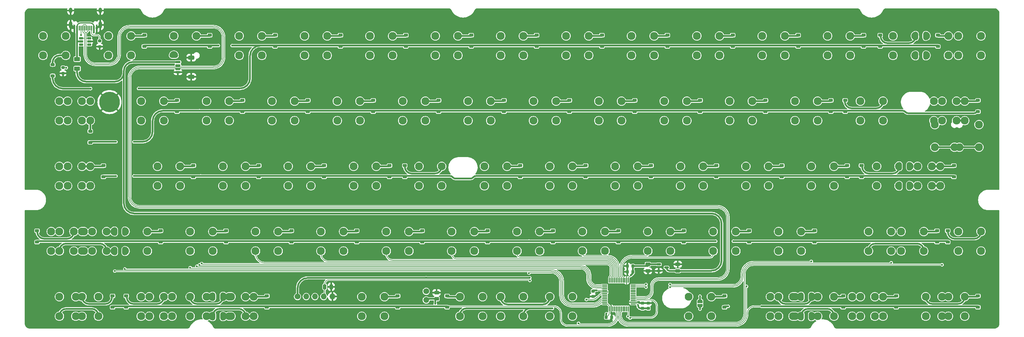
<source format=gbr>
%TF.GenerationSoftware,KiCad,Pcbnew,8.0.2*%
%TF.CreationDate,2025-05-31T21:51:42-07:00*%
%TF.ProjectId,SI60,53493630-2e6b-4696-9361-645f70636258,rev?*%
%TF.SameCoordinates,Original*%
%TF.FileFunction,Copper,L2,Bot*%
%TF.FilePolarity,Positive*%
%FSLAX46Y46*%
G04 Gerber Fmt 4.6, Leading zero omitted, Abs format (unit mm)*
G04 Created by KiCad (PCBNEW 8.0.2) date 2025-05-31 21:51:42*
%MOMM*%
%LPD*%
G01*
G04 APERTURE LIST*
G04 Aperture macros list*
%AMRoundRect*
0 Rectangle with rounded corners*
0 $1 Rounding radius*
0 $2 $3 $4 $5 $6 $7 $8 $9 X,Y pos of 4 corners*
0 Add a 4 corners polygon primitive as box body*
4,1,4,$2,$3,$4,$5,$6,$7,$8,$9,$2,$3,0*
0 Add four circle primitives for the rounded corners*
1,1,$1+$1,$2,$3*
1,1,$1+$1,$4,$5*
1,1,$1+$1,$6,$7*
1,1,$1+$1,$8,$9*
0 Add four rect primitives between the rounded corners*
20,1,$1+$1,$2,$3,$4,$5,0*
20,1,$1+$1,$4,$5,$6,$7,0*
20,1,$1+$1,$6,$7,$8,$9,0*
20,1,$1+$1,$8,$9,$2,$3,0*%
%AMFreePoly0*
4,1,43,0.323205,1.206219,0.527753,1.131770,0.716265,1.022932,0.883013,0.883013,1.022932,0.716265,1.131770,0.527753,1.206219,0.323205,1.244018,0.108837,1.244590,0.082554,1.246389,0.073513,1.246389,-0.073513,1.217705,-0.217714,1.161441,-0.353548,1.079758,-0.475795,0.975795,-0.579758,0.853548,-0.661441,0.717714,-0.717705,0.573513,-0.746389,0.015389,-0.748265,0.000000,-0.750000,
-0.014501,-0.748366,-0.500000,-0.750000,-0.573513,-0.746389,-0.717714,-0.717705,-0.853548,-0.661441,-0.975795,-0.579758,-1.079758,-0.475795,-1.161441,-0.353548,-1.217705,-0.217714,-1.246389,-0.073513,-1.246389,0.073513,-1.244590,0.082554,-1.244018,0.108837,-1.206219,0.323205,-1.131770,0.527753,-1.022932,0.716265,-0.883013,0.883013,-0.716265,1.022932,-0.527753,1.131770,-0.323205,1.206219,
-0.108837,1.244018,0.108837,1.244018,0.323205,1.206219,0.323205,1.206219,$1*%
%AMFreePoly1*
4,1,19,0.500000,-0.750000,0.000000,-0.750000,0.000000,-0.744911,-0.071157,-0.744911,-0.207708,-0.704816,-0.327430,-0.627875,-0.420627,-0.520320,-0.479746,-0.390866,-0.500000,-0.250000,-0.500000,0.250000,-0.479746,0.390866,-0.420627,0.520320,-0.327430,0.627875,-0.207708,0.704816,-0.071157,0.744911,0.000000,0.744911,0.000000,0.750000,0.500000,0.750000,0.500000,-0.750000,0.500000,-0.750000,
$1*%
%AMFreePoly2*
4,1,19,0.000000,0.744911,0.071157,0.744911,0.207708,0.704816,0.327430,0.627875,0.420627,0.520320,0.479746,0.390866,0.500000,0.250000,0.500000,-0.250000,0.479746,-0.390866,0.420627,-0.520320,0.327430,-0.627875,0.207708,-0.704816,0.071157,-0.744911,0.000000,-0.744911,0.000000,-0.750000,-0.500000,-0.750000,-0.500000,0.750000,0.000000,0.750000,0.000000,0.744911,0.000000,0.744911,
$1*%
G04 Aperture macros list end*
%TA.AperFunction,SMDPad,CuDef*%
%ADD10RoundRect,0.225000X0.375000X-0.225000X0.375000X0.225000X-0.375000X0.225000X-0.375000X-0.225000X0*%
%TD*%
%TA.AperFunction,ComponentPad*%
%ADD11FreePoly0,270.000000*%
%TD*%
%TA.AperFunction,ComponentPad*%
%ADD12C,2.300000*%
%TD*%
%TA.AperFunction,ComponentPad*%
%ADD13FreePoly0,90.000000*%
%TD*%
%TA.AperFunction,ComponentPad*%
%ADD14FreePoly0,0.000000*%
%TD*%
%TA.AperFunction,ComponentPad*%
%ADD15C,1.700000*%
%TD*%
%TA.AperFunction,ComponentPad*%
%ADD16O,1.700000X1.700000*%
%TD*%
%TA.AperFunction,ComponentPad*%
%ADD17C,6.000000*%
%TD*%
%TA.AperFunction,SMDPad,CuDef*%
%ADD18RoundRect,0.250000X-0.250000X-0.475000X0.250000X-0.475000X0.250000X0.475000X-0.250000X0.475000X0*%
%TD*%
%TA.AperFunction,SMDPad,CuDef*%
%ADD19RoundRect,0.150000X0.475000X0.150000X-0.475000X0.150000X-0.475000X-0.150000X0.475000X-0.150000X0*%
%TD*%
%TA.AperFunction,SMDPad,CuDef*%
%ADD20RoundRect,0.150000X-0.625000X0.150000X-0.625000X-0.150000X0.625000X-0.150000X0.625000X0.150000X0*%
%TD*%
%TA.AperFunction,SMDPad,CuDef*%
%ADD21RoundRect,0.250000X-0.650000X0.350000X-0.650000X-0.350000X0.650000X-0.350000X0.650000X0.350000X0*%
%TD*%
%TA.AperFunction,SMDPad,CuDef*%
%ADD22RoundRect,0.225000X0.250000X-0.225000X0.250000X0.225000X-0.250000X0.225000X-0.250000X-0.225000X0*%
%TD*%
%TA.AperFunction,SMDPad,CuDef*%
%ADD23RoundRect,0.250000X0.450000X-0.262500X0.450000X0.262500X-0.450000X0.262500X-0.450000X-0.262500X0*%
%TD*%
%TA.AperFunction,SMDPad,CuDef*%
%ADD24RoundRect,0.225000X-0.250000X0.225000X-0.250000X-0.225000X0.250000X-0.225000X0.250000X0.225000X0*%
%TD*%
%TA.AperFunction,SMDPad,CuDef*%
%ADD25RoundRect,0.225000X0.225000X0.250000X-0.225000X0.250000X-0.225000X-0.250000X0.225000X-0.250000X0*%
%TD*%
%TA.AperFunction,SMDPad,CuDef*%
%ADD26RoundRect,0.250000X0.475000X-0.250000X0.475000X0.250000X-0.475000X0.250000X-0.475000X-0.250000X0*%
%TD*%
%TA.AperFunction,SMDPad,CuDef*%
%ADD27RoundRect,0.200000X-0.275000X0.200000X-0.275000X-0.200000X0.275000X-0.200000X0.275000X0.200000X0*%
%TD*%
%TA.AperFunction,SMDPad,CuDef*%
%ADD28RoundRect,0.150000X-0.512500X-0.150000X0.512500X-0.150000X0.512500X0.150000X-0.512500X0.150000X0*%
%TD*%
%TA.AperFunction,SMDPad,CuDef*%
%ADD29R,0.600000X1.450000*%
%TD*%
%TA.AperFunction,SMDPad,CuDef*%
%ADD30R,0.300000X1.450000*%
%TD*%
%TA.AperFunction,ComponentPad*%
%ADD31O,1.000000X1.600000*%
%TD*%
%TA.AperFunction,ComponentPad*%
%ADD32O,1.000000X2.100000*%
%TD*%
%TA.AperFunction,SMDPad,CuDef*%
%ADD33RoundRect,0.075000X-0.662500X-0.075000X0.662500X-0.075000X0.662500X0.075000X-0.662500X0.075000X0*%
%TD*%
%TA.AperFunction,SMDPad,CuDef*%
%ADD34RoundRect,0.075000X-0.075000X-0.662500X0.075000X-0.662500X0.075000X0.662500X-0.075000X0.662500X0*%
%TD*%
%TA.AperFunction,SMDPad,CuDef*%
%ADD35RoundRect,0.225000X-0.225000X-0.250000X0.225000X-0.250000X0.225000X0.250000X-0.225000X0.250000X0*%
%TD*%
%TA.AperFunction,SMDPad,CuDef*%
%ADD36FreePoly1,270.000000*%
%TD*%
%TA.AperFunction,SMDPad,CuDef*%
%ADD37FreePoly2,270.000000*%
%TD*%
%TA.AperFunction,SMDPad,CuDef*%
%ADD38RoundRect,0.250000X-0.475000X0.250000X-0.475000X-0.250000X0.475000X-0.250000X0.475000X0.250000X0*%
%TD*%
%TA.AperFunction,SMDPad,CuDef*%
%ADD39RoundRect,0.250000X-0.625000X0.375000X-0.625000X-0.375000X0.625000X-0.375000X0.625000X0.375000X0*%
%TD*%
%TA.AperFunction,ViaPad*%
%ADD40C,0.600000*%
%TD*%
%TA.AperFunction,Conductor*%
%ADD41C,0.500000*%
%TD*%
%TA.AperFunction,Conductor*%
%ADD42C,0.200000*%
%TD*%
%TA.AperFunction,Conductor*%
%ADD43C,0.300000*%
%TD*%
G04 APERTURE END LIST*
D10*
%TO.P,D66,1,K*%
%TO.N,ROW4*%
X269081250Y-78643750D03*
%TO.P,D66,2,A*%
%TO.N,Net-(D66-A)*%
X269081250Y-75343750D03*
%TD*%
%TO.P,D65,1,K*%
%TO.N,ROW3*%
X260290000Y-59593750D03*
%TO.P,D65,2,A*%
%TO.N,Net-(D65-A)*%
X260290000Y-56293750D03*
%TD*%
%TO.P,D64,1,K*%
%TO.N,ROW2*%
X262070000Y-40543750D03*
%TO.P,D64,2,A*%
%TO.N,Net-(D64-A)*%
X262070000Y-37243750D03*
%TD*%
%TO.P,D63,1,K*%
%TO.N,ROW1*%
X269081250Y-21493750D03*
%TO.P,D63,2,A*%
%TO.N,Net-(D63-A)*%
X269081250Y-18193750D03*
%TD*%
%TO.P,D62,1,K*%
%TO.N,ROW0*%
X257443750Y-2443750D03*
%TO.P,D62,2,A*%
%TO.N,Net-(D62-A)*%
X257443750Y856250D03*
%TD*%
%TO.P,D61,1,K*%
%TO.N,ROW4*%
X245268750Y-78643750D03*
%TO.P,D61,2,A*%
%TO.N,Net-(D61-A)*%
X245268750Y-75343750D03*
%TD*%
%TO.P,D60,1,K*%
%TO.N,ROW3*%
X257175000Y-59593750D03*
%TO.P,D60,2,A*%
%TO.N,Net-(D60-A)*%
X257175000Y-56293750D03*
%TD*%
%TO.P,D59,1,K*%
%TO.N,ROW2*%
X235170000Y-40543750D03*
%TO.P,D59,2,A*%
%TO.N,Net-(D59-A)*%
X235170000Y-37243750D03*
%TD*%
%TO.P,D58,1,K*%
%TO.N,ROW1*%
X230407500Y-21493750D03*
%TO.P,D58,2,A*%
%TO.N,Net-(D58-A)*%
X230407500Y-18193750D03*
%TD*%
%TO.P,D57,1,K*%
%TO.N,ROW0*%
X240600000Y-2443750D03*
%TO.P,D57,2,A*%
%TO.N,Net-(D57-A)*%
X240600000Y856250D03*
%TD*%
%TO.P,D56,1,K*%
%TO.N,ROW2*%
X230981250Y-40543750D03*
%TO.P,D56,2,A*%
%TO.N,Net-(D56-A)*%
X230981250Y-37243750D03*
%TD*%
%TO.P,D55,1,K*%
%TO.N,ROW1*%
X226218750Y-21493750D03*
%TO.P,D55,2,A*%
%TO.N,Net-(D55-A)*%
X226218750Y-18193750D03*
%TD*%
%TO.P,D54,1,K*%
%TO.N,ROW0*%
X235743750Y-2443750D03*
%TO.P,D54,2,A*%
%TO.N,Net-(D54-A)*%
X235743750Y856250D03*
%TD*%
%TO.P,D53,1,K*%
%TO.N,ROW4*%
X229830000Y-78660000D03*
%TO.P,D53,2,A*%
%TO.N,Net-(D53-A)*%
X229830000Y-75360000D03*
%TD*%
%TO.P,D52,1,K*%
%TO.N,ROW3*%
X221456250Y-59593750D03*
%TO.P,D52,2,A*%
%TO.N,Net-(D52-A)*%
X221456250Y-56293750D03*
%TD*%
%TO.P,D51,1,K*%
%TO.N,ROW2*%
X211931250Y-40543750D03*
%TO.P,D51,2,A*%
%TO.N,Net-(D51-A)*%
X211931250Y-37243750D03*
%TD*%
%TO.P,D50,1,K*%
%TO.N,ROW1*%
X207168750Y-21493750D03*
%TO.P,D50,2,A*%
%TO.N,Net-(D50-A)*%
X207168750Y-18193750D03*
%TD*%
%TO.P,D49,1,K*%
%TO.N,ROW0*%
X216693750Y-2443750D03*
%TO.P,D49,2,A*%
%TO.N,Net-(D49-A)*%
X216693750Y856250D03*
%TD*%
%TO.P,D48,1,K*%
%TO.N,ROW4*%
X195262500Y-78643750D03*
%TO.P,D48,2,A*%
%TO.N,Net-(D48-A)*%
X195262500Y-75343750D03*
%TD*%
%TO.P,D47,1,K*%
%TO.N,ROW3*%
X202406250Y-59593750D03*
%TO.P,D47,2,A*%
%TO.N,Net-(D47-A)*%
X202406250Y-56293750D03*
%TD*%
%TO.P,D46,1,K*%
%TO.N,ROW2*%
X192881250Y-40543750D03*
%TO.P,D46,2,A*%
%TO.N,Net-(D46-A)*%
X192881250Y-37243750D03*
%TD*%
%TO.P,D45,1,K*%
%TO.N,ROW1*%
X188118750Y-21493750D03*
%TO.P,D45,2,A*%
%TO.N,Net-(D45-A)*%
X188118750Y-18193750D03*
%TD*%
%TO.P,D44,1,K*%
%TO.N,ROW0*%
X197643750Y-2443750D03*
%TO.P,D44,2,A*%
%TO.N,Net-(D44-A)*%
X197643750Y856250D03*
%TD*%
%TO.P,D43,1,K*%
%TO.N,ROW3*%
X183356250Y-59593750D03*
%TO.P,D43,2,A*%
%TO.N,Net-(D43-A)*%
X183356250Y-56293750D03*
%TD*%
%TO.P,D42,1,K*%
%TO.N,ROW2*%
X173831250Y-40543750D03*
%TO.P,D42,2,A*%
%TO.N,Net-(D42-A)*%
X173831250Y-37243750D03*
%TD*%
%TO.P,D41,1,K*%
%TO.N,ROW1*%
X169068750Y-21493750D03*
%TO.P,D41,2,A*%
%TO.N,Net-(D41-A)*%
X169068750Y-18193750D03*
%TD*%
%TO.P,D40,1,K*%
%TO.N,ROW0*%
X178593750Y-2443750D03*
%TO.P,D40,2,A*%
%TO.N,Net-(D40-A)*%
X178593750Y856250D03*
%TD*%
%TO.P,D39,1,K*%
%TO.N,ROW3*%
X164306250Y-59593750D03*
%TO.P,D39,2,A*%
%TO.N,Net-(D39-A)*%
X164306250Y-56293750D03*
%TD*%
%TO.P,D38,1,K*%
%TO.N,ROW2*%
X154781250Y-40543750D03*
%TO.P,D38,2,A*%
%TO.N,Net-(D38-A)*%
X154781250Y-37243750D03*
%TD*%
%TO.P,D37,1,K*%
%TO.N,ROW1*%
X150018750Y-21493750D03*
%TO.P,D37,2,A*%
%TO.N,Net-(D37-A)*%
X150018750Y-18193750D03*
%TD*%
%TO.P,D36,1,K*%
%TO.N,ROW0*%
X159543750Y-2443750D03*
%TO.P,D36,2,A*%
%TO.N,Net-(D36-A)*%
X159543750Y856250D03*
%TD*%
%TO.P,D35,1,K*%
%TO.N,ROW4*%
X114410000Y-78643750D03*
%TO.P,D35,2,A*%
%TO.N,Net-(D35-A)*%
X114410000Y-75343750D03*
%TD*%
%TO.P,D34,1,K*%
%TO.N,ROW3*%
X145256250Y-59593750D03*
%TO.P,D34,2,A*%
%TO.N,Net-(D34-A)*%
X145256250Y-56293750D03*
%TD*%
%TO.P,D33,1,K*%
%TO.N,ROW2*%
X135731250Y-40543750D03*
%TO.P,D33,2,A*%
%TO.N,Net-(D33-A)*%
X135731250Y-37243750D03*
%TD*%
%TO.P,D32,1,K*%
%TO.N,ROW1*%
X130968750Y-21493750D03*
%TO.P,D32,2,A*%
%TO.N,Net-(D32-A)*%
X130968750Y-18193750D03*
%TD*%
%TO.P,D31,1,K*%
%TO.N,ROW0*%
X140493750Y-2443750D03*
%TO.P,D31,2,A*%
%TO.N,Net-(D31-A)*%
X140493750Y856250D03*
%TD*%
%TO.P,D30,1,K*%
%TO.N,ROW3*%
X126206250Y-59593750D03*
%TO.P,D30,2,A*%
%TO.N,Net-(D30-A)*%
X126206250Y-56293750D03*
%TD*%
%TO.P,D29,1,K*%
%TO.N,ROW2*%
X102090000Y-40543750D03*
%TO.P,D29,2,A*%
%TO.N,Net-(D29-A)*%
X102090000Y-37243750D03*
%TD*%
%TO.P,D28,1,K*%
%TO.N,ROW1*%
X111918750Y-21493750D03*
%TO.P,D28,2,A*%
%TO.N,Net-(D28-A)*%
X111918750Y-18193750D03*
%TD*%
%TO.P,D27,1,K*%
%TO.N,ROW0*%
X121443750Y-2443750D03*
%TO.P,D27,2,A*%
%TO.N,Net-(D27-A)*%
X121443750Y856250D03*
%TD*%
%TO.P,D26,1,K*%
%TO.N,ROW4*%
X100012500Y-78643750D03*
%TO.P,D26,2,A*%
%TO.N,Net-(D26-A)*%
X100012500Y-75343750D03*
%TD*%
%TO.P,D25,1,K*%
%TO.N,ROW3*%
X107156250Y-59593750D03*
%TO.P,D25,2,A*%
%TO.N,Net-(D25-A)*%
X107156250Y-56293750D03*
%TD*%
%TO.P,D24,1,K*%
%TO.N,ROW2*%
X97631250Y-40543750D03*
%TO.P,D24,2,A*%
%TO.N,Net-(D24-A)*%
X97631250Y-37243750D03*
%TD*%
%TO.P,D23,1,K*%
%TO.N,ROW1*%
X92868750Y-21493750D03*
%TO.P,D23,2,A*%
%TO.N,Net-(D23-A)*%
X92868750Y-18193750D03*
%TD*%
%TO.P,D22,1,K*%
%TO.N,ROW0*%
X102393750Y-2443750D03*
%TO.P,D22,2,A*%
%TO.N,Net-(D22-A)*%
X102393750Y856250D03*
%TD*%
%TO.P,D21,1,K*%
%TO.N,ROW3*%
X88106250Y-59593750D03*
%TO.P,D21,2,A*%
%TO.N,Net-(D21-A)*%
X88106250Y-56293750D03*
%TD*%
%TO.P,D20,1,K*%
%TO.N,ROW2*%
X78581250Y-40543750D03*
%TO.P,D20,2,A*%
%TO.N,Net-(D20-A)*%
X78581250Y-37243750D03*
%TD*%
%TO.P,D19,1,K*%
%TO.N,ROW1*%
X73818750Y-21493750D03*
%TO.P,D19,2,A*%
%TO.N,Net-(D19-A)*%
X73818750Y-18193750D03*
%TD*%
%TO.P,D18,1,K*%
%TO.N,ROW0*%
X83343750Y-2443750D03*
%TO.P,D18,2,A*%
%TO.N,Net-(D18-A)*%
X83343750Y856250D03*
%TD*%
%TO.P,D17,1,K*%
%TO.N,ROW3*%
X69056250Y-59593750D03*
%TO.P,D17,2,A*%
%TO.N,Net-(D17-A)*%
X69056250Y-56293750D03*
%TD*%
%TO.P,D16,1,K*%
%TO.N,ROW2*%
X59531250Y-40543750D03*
%TO.P,D16,2,A*%
%TO.N,Net-(D16-A)*%
X59531250Y-37243750D03*
%TD*%
%TO.P,D15,1,K*%
%TO.N,ROW1*%
X54768750Y-21493750D03*
%TO.P,D15,2,A*%
%TO.N,Net-(D15-A)*%
X54768750Y-18193750D03*
%TD*%
%TO.P,D14,1,K*%
%TO.N,ROW0*%
X64293750Y-2443750D03*
%TO.P,D14,2,A*%
%TO.N,Net-(D14-A)*%
X64293750Y856250D03*
%TD*%
%TO.P,D13,1,K*%
%TO.N,ROW4*%
X61912500Y-78643750D03*
%TO.P,D13,2,A*%
%TO.N,Net-(D13-A)*%
X61912500Y-75343750D03*
%TD*%
%TO.P,D12,1,K*%
%TO.N,ROW3*%
X50006250Y-59593750D03*
%TO.P,D12,2,A*%
%TO.N,Net-(D12-A)*%
X50006250Y-56293750D03*
%TD*%
%TO.P,D11,1,K*%
%TO.N,ROW2*%
X40481250Y-40543750D03*
%TO.P,D11,2,A*%
%TO.N,Net-(D11-A)*%
X40481250Y-37243750D03*
%TD*%
%TO.P,D10,1,K*%
%TO.N,ROW1*%
X35718750Y-21493750D03*
%TO.P,D10,2,A*%
%TO.N,Net-(D10-A)*%
X35718750Y-18193750D03*
%TD*%
%TO.P,D9,1,K*%
%TO.N,ROW0*%
X45243750Y-2443750D03*
%TO.P,D9,2,A*%
%TO.N,Net-(D9-A)*%
X45243750Y856250D03*
%TD*%
%TO.P,D8,1,K*%
%TO.N,ROW4*%
X20900000Y-78643750D03*
%TO.P,D8,2,A*%
%TO.N,Net-(D8-A)*%
X20900000Y-75343750D03*
%TD*%
%TO.P,D7,1,K*%
%TO.N,ROW3*%
X30956250Y-59593750D03*
%TO.P,D7,2,A*%
%TO.N,Net-(D7-A)*%
X30956250Y-56293750D03*
%TD*%
%TO.P,D6,1,K*%
%TO.N,ROW0*%
X26193750Y-2443750D03*
%TO.P,D6,2,A*%
%TO.N,Net-(D6-A)*%
X26193750Y856250D03*
%TD*%
%TO.P,D5,1,K*%
%TO.N,ROW4*%
X16930000Y-78643750D03*
%TO.P,D5,2,A*%
%TO.N,Net-(D5-A)*%
X16930000Y-75343750D03*
%TD*%
%TO.P,D4,1,K*%
%TO.N,ROW3*%
X-5080000Y-59593750D03*
%TO.P,D4,2,A*%
%TO.N,Net-(D4-A)*%
X-5080000Y-56293750D03*
%TD*%
%TO.P,D3,1,K*%
%TO.N,ROW2*%
X14287500Y-40543750D03*
%TO.P,D3,2,A*%
%TO.N,Net-(D3-A)*%
X14287500Y-37243750D03*
%TD*%
%TO.P,D2,1,K*%
%TO.N,ROW1*%
X10460000Y-30510000D03*
%TO.P,D2,2,A*%
%TO.N,Net-(D2-A)*%
X10460000Y-27210000D03*
%TD*%
%TO.P,D1,1,K*%
%TO.N,ROW0*%
X-520000Y-11027500D03*
%TO.P,D1,2,A*%
%TO.N,Net-(D1-A)*%
X-520000Y-7727500D03*
%TD*%
D11*
%TO.P,SW77,1,1*%
%TO.N,COL14*%
X253873000Y635000D03*
X253873000Y-5080000D03*
D12*
%TO.P,SW77,2,2*%
%TO.N,Net-(D62-A)*%
X260477000Y635000D03*
X260477000Y-5080000D03*
%TD*%
%TO.P,SW74,1,1*%
%TO.N,COL14*%
X258635500Y-18415000D03*
X258635500Y-24130000D03*
%TO.P,SW74,2,2*%
%TO.N,Net-(D63-A)*%
X265239500Y-18415000D03*
X265239500Y-24130000D03*
%TD*%
%TO.P,SW6,1,1*%
%TO.N,COL0*%
X3841750Y-18415000D03*
X3841750Y-24130000D03*
%TO.P,SW6,2,2*%
%TO.N,Net-(D2-A)*%
X10445750Y-18415000D03*
X10445750Y-24130000D03*
%TD*%
%TO.P,SW29,1,1*%
%TO.N,COL5*%
X82423000Y-18415000D03*
X82423000Y-24130000D03*
%TO.P,SW29,2,2*%
%TO.N,Net-(D23-A)*%
X89027000Y-18415000D03*
X89027000Y-24130000D03*
%TD*%
%TO.P,SW40,1,1*%
%TO.N,COL7*%
X134810500Y-56515000D03*
X134810500Y-62230000D03*
%TO.P,SW40,2,2*%
%TO.N,Net-(D34-A)*%
X141414500Y-56515000D03*
X141414500Y-62230000D03*
%TD*%
%TO.P,SW70,1,1*%
%TO.N,COL13*%
X234823000Y-75565000D03*
X234823000Y-81280000D03*
%TO.P,SW70,2,2*%
%TO.N,Net-(D61-A)*%
X241427000Y-75565000D03*
X241427000Y-81280000D03*
%TD*%
%TO.P,SW54,1,1*%
%TO.N,COL10*%
X182435500Y-37465000D03*
X182435500Y-43180000D03*
%TO.P,SW54,2,2*%
%TO.N,Net-(D46-A)*%
X189039500Y-37465000D03*
X189039500Y-43180000D03*
%TD*%
%TO.P,SW38,1,1*%
%TO.N,COL7*%
X120523000Y-18415000D03*
X120523000Y-24130000D03*
%TO.P,SW38,2,2*%
%TO.N,Net-(D32-A)*%
X127127000Y-18415000D03*
X127127000Y-24130000D03*
%TD*%
%TO.P,SW61,1,1*%
%TO.N,COL11*%
X211010500Y-75565000D03*
X211010500Y-81280000D03*
D13*
%TO.P,SW61,2,2*%
%TO.N,Net-(D53-A)*%
X217614500Y-75565000D03*
X217614500Y-81280000D03*
%TD*%
D12*
%TO.P,SW68,1,1*%
%TO.N,COL13*%
X239585500Y-37465000D03*
X239585500Y-43180000D03*
D13*
%TO.P,SW68,2,2*%
%TO.N,Net-(D59-A)*%
X246189500Y-37465000D03*
X246189500Y-43180000D03*
%TD*%
D12*
%TO.P,SW44,1,1*%
%TO.N,COL8*%
X149098000Y635000D03*
X149098000Y-5080000D03*
%TO.P,SW44,2,2*%
%TO.N,Net-(D36-A)*%
X155702000Y635000D03*
X155702000Y-5080000D03*
%TD*%
%TO.P,SW32,1,1*%
%TO.N,COL5*%
X89566750Y-75565000D03*
X89566750Y-81280000D03*
%TO.P,SW32,2,2*%
%TO.N,Net-(D26-A)*%
X96170750Y-75565000D03*
X96170750Y-81280000D03*
%TD*%
%TO.P,SW22,1,1*%
%TO.N,COL3*%
X49085500Y-37465000D03*
X49085500Y-43180000D03*
%TO.P,SW22,2,2*%
%TO.N,Net-(D16-A)*%
X55689500Y-37465000D03*
X55689500Y-43180000D03*
%TD*%
%TO.P,SW19,1,1*%
%TO.N,COL2*%
X51466750Y-75565000D03*
X51466750Y-81280000D03*
%TO.P,SW19,2,2*%
%TO.N,Net-(D13-A)*%
X58070750Y-75565000D03*
X58070750Y-81280000D03*
%TD*%
D11*
%TO.P,SW11,1,1*%
%TO.N,COL1*%
X20510500Y-56515000D03*
X20510500Y-62230000D03*
D12*
%TO.P,SW11,2,2*%
%TO.N,Net-(D7-A)*%
X27114500Y-56515000D03*
X27114500Y-62230000D03*
%TD*%
%TO.P,SW26,1,1*%
%TO.N,COL4*%
X68135500Y-37465000D03*
X68135500Y-43180000D03*
%TO.P,SW26,2,2*%
%TO.N,Net-(D20-A)*%
X74739500Y-37465000D03*
X74739500Y-43180000D03*
%TD*%
%TO.P,SW23,1,1*%
%TO.N,COL3*%
X58610500Y-56515000D03*
X58610500Y-62230000D03*
%TO.P,SW23,2,2*%
%TO.N,Net-(D17-A)*%
X65214500Y-56515000D03*
X65214500Y-62230000D03*
%TD*%
%TO.P,SW83,1,1*%
%TO.N,Net-(D5-A)*%
X6223000Y-75565000D03*
X6223000Y-81280000D03*
%TO.P,SW83,2,2*%
%TO.N,COL0*%
X12827000Y-75565000D03*
X12827000Y-81280000D03*
%TD*%
%TO.P,SW56,1,1*%
%TO.N,Net-(JP1-B)*%
X184816750Y-75565000D03*
X184816750Y-81280000D03*
%TO.P,SW56,2,2*%
%TO.N,Net-(D48-A)*%
X191420750Y-75565000D03*
X191420750Y-81280000D03*
%TD*%
%TO.P,SW72,1,1*%
%TO.N,COL13*%
X232441750Y-75565000D03*
X232441750Y-81280000D03*
%TO.P,SW72,2,2*%
%TO.N,Net-(D61-A)*%
X239045750Y-75565000D03*
X239045750Y-81280000D03*
%TD*%
%TO.P,SW14,1,1*%
%TO.N,COL2*%
X34798000Y635000D03*
D14*
X34798000Y-5080000D03*
D12*
%TO.P,SW14,2,2*%
%TO.N,Net-(D9-A)*%
X41402000Y635000D03*
%TD*%
%TO.P,SW88,1,1*%
%TO.N,COL2*%
X39560500Y-75565000D03*
X39560500Y-81280000D03*
D13*
%TO.P,SW88,2,2*%
%TO.N,Net-(D13-A)*%
X46164500Y-75565000D03*
X46164500Y-81280000D03*
%TD*%
D12*
%TO.P,SW27,1,1*%
%TO.N,COL4*%
X77660500Y-56515000D03*
X77660500Y-62230000D03*
%TO.P,SW27,2,2*%
%TO.N,Net-(D21-A)*%
X84264500Y-56515000D03*
X84264500Y-62230000D03*
%TD*%
%TO.P,SW57,1,1*%
%TO.N,COL11*%
X206248000Y635000D03*
X206248000Y-5080000D03*
%TO.P,SW57,2,2*%
%TO.N,Net-(D49-A)*%
X212852000Y635000D03*
X212852000Y-5080000D03*
%TD*%
%TO.P,SW8,1,1*%
%TO.N,Net-(D4-A)*%
X8604250Y-56515000D03*
X8604250Y-62230000D03*
%TO.P,SW8,2,2*%
%TO.N,COL0*%
X15208250Y-56515000D03*
X15208250Y-62230000D03*
%TD*%
%TO.P,SW2,1,1*%
%TO.N,COL0*%
X1460500Y-18415000D03*
X1460500Y-24130000D03*
%TO.P,SW2,2,2*%
%TO.N,Net-(D2-A)*%
X8064500Y-18415000D03*
X8064500Y-24130000D03*
%TD*%
%TO.P,SW76,1,1*%
%TO.N,COL14*%
X258635500Y-75565000D03*
X258635500Y-81280000D03*
%TO.P,SW76,2,2*%
%TO.N,Net-(D66-A)*%
X265239500Y-75565000D03*
X265239500Y-81280000D03*
%TD*%
%TO.P,SW36,1,1*%
%TO.N,COL6*%
X115760500Y-56515000D03*
X115760500Y-62230000D03*
%TO.P,SW36,2,2*%
%TO.N,Net-(D30-A)*%
X122364500Y-56515000D03*
X122364500Y-62230000D03*
%TD*%
D11*
%TO.P,SW87,1,1*%
%TO.N,COL11*%
X220535500Y-75565000D03*
X220535500Y-81280000D03*
D12*
%TO.P,SW87,2,2*%
%TO.N,Net-(D53-A)*%
X227139500Y-75565000D03*
X227139500Y-81280000D03*
%TD*%
D15*
%TO.P,J1,1,Pin_1*%
%TO.N,+3V3*%
X70840000Y-75530000D03*
D16*
%TO.P,J1,2,Pin_2*%
%TO.N,SWD*%
X73380000Y-75530000D03*
%TO.P,J1,3,Pin_3*%
%TO.N,SWC*%
X75920000Y-75530000D03*
%TO.P,J1,4,Pin_4*%
%TO.N,NRST*%
X78460000Y-75530000D03*
%TO.P,J1,5,Pin_5*%
%TO.N,GND*%
X81000000Y-75530000D03*
%TD*%
D12*
%TO.P,SW45,1,1*%
%TO.N,COL8*%
X139573000Y-18415000D03*
X139573000Y-24130000D03*
%TO.P,SW45,2,2*%
%TO.N,Net-(D37-A)*%
X146177000Y-18415000D03*
X146177000Y-24130000D03*
%TD*%
%TO.P,SW51,1,1*%
%TO.N,COL9*%
X172910500Y-56515000D03*
X172910500Y-62230000D03*
%TO.P,SW51,2,2*%
%TO.N,Net-(D43-A)*%
X179514500Y-56515000D03*
X179514500Y-62230000D03*
%TD*%
%TO.P,SW12,1,1*%
%TO.N,COL1*%
X25273000Y-75565000D03*
X25273000Y-81280000D03*
%TO.P,SW12,2,2*%
%TO.N,Net-(D8-A)*%
X31877000Y-75565000D03*
X31877000Y-81280000D03*
%TD*%
%TO.P,SW85,1,1*%
%TO.N,Net-(D13-A)*%
X44323000Y-75565000D03*
X44323000Y-81280000D03*
%TO.P,SW85,2,2*%
%TO.N,COL2*%
X50927000Y-75565000D03*
X50927000Y-81280000D03*
%TD*%
%TO.P,SW78,1,1*%
%TO.N,COL14*%
X256254250Y-18415000D03*
X256254250Y-24130000D03*
%TO.P,SW78,2,2*%
%TO.N,Net-(D63-A)*%
X262858250Y-18415000D03*
X262858250Y-24130000D03*
%TD*%
%TO.P,SW67,1,1*%
%TO.N,COL13*%
X234823000Y-18415000D03*
X234823000Y-24130000D03*
%TO.P,SW67,2,2*%
%TO.N,Net-(D58-A)*%
X241427000Y-18415000D03*
X241427000Y-24130000D03*
%TD*%
%TO.P,SW55,1,1*%
%TO.N,COL10*%
X191960500Y-56515000D03*
X191960500Y-62230000D03*
%TO.P,SW55,2,2*%
%TO.N,Net-(D47-A)*%
X198564500Y-56515000D03*
X198564500Y-62230000D03*
%TD*%
D11*
%TO.P,SW18,1,1*%
%TO.N,COL2*%
X49085500Y-75565000D03*
X49085500Y-81280000D03*
D12*
%TO.P,SW18,2,2*%
%TO.N,Net-(D13-A)*%
X55689500Y-75565000D03*
X55689500Y-81280000D03*
%TD*%
%TO.P,SW21,1,1*%
%TO.N,COL3*%
X44323000Y-18415000D03*
X44323000Y-24130000D03*
%TO.P,SW21,2,2*%
%TO.N,Net-(D15-A)*%
X50927000Y-18415000D03*
X50927000Y-24130000D03*
%TD*%
%TO.P,SW34,1,1*%
%TO.N,COL6*%
X101473000Y-18415000D03*
X101473000Y-24130000D03*
%TO.P,SW34,2,2*%
%TO.N,Net-(D28-A)*%
X108077000Y-18415000D03*
X108077000Y-24130000D03*
%TD*%
%TO.P,SW43,1,1*%
%TO.N,COL7*%
X144335500Y-75565000D03*
X144335500Y-81280000D03*
%TO.P,SW43,2,2*%
%TO.N,Net-(D35-A)*%
X150939500Y-75565000D03*
X150939500Y-81280000D03*
%TD*%
%TO.P,SW37,1,1*%
%TO.N,COL7*%
X130048000Y635000D03*
X130048000Y-5080000D03*
%TO.P,SW37,2,2*%
%TO.N,Net-(D31-A)*%
X136652000Y635000D03*
X136652000Y-5080000D03*
%TD*%
D15*
%TO.P,J2,1,Pin_1*%
%TO.N,+3V3*%
X108340000Y-74005000D03*
D16*
%TO.P,J2,2,Pin_2*%
%TO.N,BOOT0*%
X108340000Y-76545000D03*
%TD*%
D12*
%TO.P,SW9,1,1*%
%TO.N,Net-(D4-A)*%
X10985500Y-56515000D03*
X10985500Y-62230000D03*
D13*
%TO.P,SW9,2,2*%
%TO.N,COL0*%
X17589500Y-56515000D03*
X17589500Y-62230000D03*
%TD*%
D12*
%TO.P,SW71,1,1*%
%TO.N,COL13*%
X246729250Y-56515000D03*
X246729250Y-62230000D03*
%TO.P,SW71,2,2*%
%TO.N,Net-(D60-A)*%
X253333250Y-56515000D03*
X253333250Y-62230000D03*
%TD*%
%TO.P,SW7,1,1*%
%TO.N,COL0*%
X3841750Y-37465000D03*
X3841750Y-43180000D03*
%TO.P,SW7,2,2*%
%TO.N,Net-(D3-A)*%
X10445750Y-37465000D03*
X10445750Y-43180000D03*
%TD*%
%TO.P,SW30,1,1*%
%TO.N,COL5*%
X87185500Y-37465000D03*
X87185500Y-43180000D03*
%TO.P,SW30,2,2*%
%TO.N,Net-(D24-A)*%
X93789500Y-37465000D03*
X93789500Y-43180000D03*
%TD*%
%TO.P,SW15,1,1*%
%TO.N,COL2*%
X25273000Y-18415000D03*
X25273000Y-24130000D03*
%TO.P,SW15,2,2*%
%TO.N,Net-(D10-A)*%
X31877000Y-18415000D03*
X31877000Y-24130000D03*
%TD*%
%TO.P,SW48,1,1*%
%TO.N,COL9*%
X168148000Y635000D03*
X168148000Y-5080000D03*
%TO.P,SW48,2,2*%
%TO.N,Net-(D40-A)*%
X174752000Y635000D03*
X174752000Y-5080000D03*
%TD*%
%TO.P,SW69,1,1*%
%TO.N,Net-(D60-A)*%
X237204250Y-56515000D03*
X237204250Y-62230000D03*
%TO.P,SW69,2,2*%
%TO.N,COL13*%
X243808250Y-56515000D03*
X243808250Y-62230000D03*
%TD*%
%TO.P,SW86,1,1*%
%TO.N,Net-(D53-A)*%
X215773000Y-75565000D03*
X215773000Y-81280000D03*
%TO.P,SW86,2,2*%
%TO.N,COL11*%
X222377000Y-75565000D03*
X222377000Y-81280000D03*
%TD*%
D17*
%TO.P,H1,1,1*%
%TO.N,GND*%
X16051800Y-18700780D03*
%TD*%
D12*
%TO.P,SW50,1,1*%
%TO.N,COL9*%
X163385500Y-37465000D03*
X163385500Y-43180000D03*
%TO.P,SW50,2,2*%
%TO.N,Net-(D42-A)*%
X169989500Y-37465000D03*
X169989500Y-43180000D03*
%TD*%
%TO.P,SW66,1,1*%
%TO.N,COL13*%
X244348000Y635000D03*
X244348000Y-5080000D03*
D13*
%TO.P,SW66,2,2*%
%TO.N,Net-(D57-A)*%
X250952000Y635000D03*
X250952000Y-5080000D03*
%TD*%
D12*
%TO.P,SW52,1,1*%
%TO.N,COL10*%
X187198000Y635000D03*
X187198000Y-5080000D03*
%TO.P,SW52,2,2*%
%TO.N,Net-(D44-A)*%
X193802000Y635000D03*
X193802000Y-5080000D03*
%TD*%
%TO.P,SW17,1,1*%
%TO.N,COL2*%
X39560500Y-56515000D03*
X39560500Y-62230000D03*
%TO.P,SW17,2,2*%
%TO.N,Net-(D12-A)*%
X46164500Y-56515000D03*
X46164500Y-62230000D03*
%TD*%
%TO.P,SW1,1,1*%
%TO.N,COL0*%
X-3302000Y635000D03*
X-3302000Y-5080000D03*
%TO.P,SW1,2,2*%
%TO.N,Net-(D1-A)*%
X3302000Y635000D03*
X3302000Y-5080000D03*
%TD*%
%TO.P,SW13,1,1*%
%TO.N,COL1*%
X27654250Y-75565000D03*
X27654250Y-81280000D03*
%TO.P,SW13,2,2*%
%TO.N,Net-(D8-A)*%
X34258250Y-75565000D03*
X34258250Y-81280000D03*
%TD*%
%TO.P,SW60,1,1*%
%TO.N,COL11*%
X211010500Y-56515000D03*
X211010500Y-62230000D03*
%TO.P,SW60,2,2*%
%TO.N,Net-(D52-A)*%
X217614500Y-56515000D03*
X217614500Y-62230000D03*
%TD*%
%TO.P,SW41,1,1*%
%TO.N,COL7*%
X130048000Y-75565000D03*
X130048000Y-81280000D03*
%TO.P,SW41,2,2*%
%TO.N,Net-(D35-A)*%
X136652000Y-75565000D03*
X136652000Y-81280000D03*
%TD*%
%TO.P,SW24,1,1*%
%TO.N,COL4*%
X72898000Y635000D03*
X72898000Y-5080000D03*
%TO.P,SW24,2,2*%
%TO.N,Net-(D18-A)*%
X79502000Y635000D03*
X79502000Y-5080000D03*
%TD*%
%TO.P,SW5,1,1*%
%TO.N,COL0*%
X1460500Y-75565000D03*
X1460500Y-81280000D03*
%TO.P,SW5,2,2*%
%TO.N,Net-(D5-A)*%
X8064500Y-75565000D03*
X8064500Y-81280000D03*
%TD*%
%TO.P,SW65,1,1*%
%TO.N,COL12*%
X220535500Y-37465000D03*
X220535500Y-43180000D03*
%TO.P,SW65,2,2*%
%TO.N,Net-(D56-A)*%
X227139500Y-37465000D03*
X227139500Y-43180000D03*
%TD*%
%TO.P,SW42,1,1*%
%TO.N,Net-(D35-A)*%
X118141750Y-75565000D03*
X118141750Y-81280000D03*
%TO.P,SW42,2,2*%
%TO.N,COL7*%
X124745750Y-75565000D03*
X124745750Y-81280000D03*
%TD*%
%TO.P,SW63,1,1*%
%TO.N,COL12*%
X225298000Y635000D03*
X225298000Y-5080000D03*
%TO.P,SW63,2,2*%
%TO.N,Net-(D54-A)*%
X231902000Y635000D03*
X231902000Y-5080000D03*
%TD*%
D11*
%TO.P,SW81,1,1*%
%TO.N,COL14*%
X249110500Y-37465000D03*
X249110500Y-43180000D03*
D12*
%TO.P,SW81,2,2*%
%TO.N,Net-(D64-A)*%
X255714500Y-37465000D03*
X255714500Y-43180000D03*
%TD*%
%TO.P,SW89,1,1*%
%TO.N,COL0*%
X1460520Y-56514922D03*
X1460520Y-62229922D03*
%TO.P,SW89,2,2*%
%TO.N,Net-(D4-A)*%
X8064520Y-56514922D03*
X8064520Y-62229922D03*
%TD*%
%TO.P,SW39,1,1*%
%TO.N,COL7*%
X125285500Y-37465000D03*
X125285500Y-43180000D03*
%TO.P,SW39,2,2*%
%TO.N,Net-(D33-A)*%
X131889500Y-37465000D03*
X131889500Y-43180000D03*
%TD*%
%TO.P,SW80,1,1*%
%TO.N,Net-(D63-A)*%
X256540000Y-31877000D03*
X262255000Y-31877000D03*
%TO.P,SW80,2,2*%
%TO.N,COL14*%
X256540000Y-25273000D03*
%TD*%
%TO.P,SW10,1,1*%
%TO.N,COL1*%
X15748000Y635000D03*
X15748000Y-5080000D03*
%TO.P,SW10,2,2*%
%TO.N,Net-(D6-A)*%
X22352000Y635000D03*
X22352000Y-5080000D03*
%TD*%
%TO.P,SW47,1,1*%
%TO.N,COL8*%
X153860500Y-56515000D03*
X153860500Y-62230000D03*
%TO.P,SW47,2,2*%
%TO.N,Net-(D39-A)*%
X160464500Y-56515000D03*
X160464500Y-62230000D03*
%TD*%
%TO.P,SW82,1,1*%
%TO.N,Net-(D63-A)*%
X263683750Y-31877000D03*
X269398750Y-31877000D03*
%TO.P,SW82,2,2*%
%TO.N,COL14*%
X269398750Y-25273000D03*
%TD*%
%TO.P,SW16,1,1*%
%TO.N,COL2*%
X30035500Y-37465000D03*
X30035500Y-43180000D03*
%TO.P,SW16,2,2*%
%TO.N,Net-(D11-A)*%
X36639500Y-37465000D03*
X36639500Y-43180000D03*
%TD*%
%TO.P,SW58,1,1*%
%TO.N,COL11*%
X196723000Y-18415000D03*
X196723000Y-24130000D03*
%TO.P,SW58,2,2*%
%TO.N,Net-(D50-A)*%
X203327000Y-18415000D03*
X203327000Y-24130000D03*
%TD*%
%TO.P,SW73,1,1*%
%TO.N,Net-(D62-A)*%
X263398000Y635000D03*
X263398000Y-5080000D03*
%TO.P,SW73,2,2*%
%TO.N,COL14*%
X270002000Y635000D03*
X270002000Y-5080000D03*
%TD*%
%TO.P,SW28,1,1*%
%TO.N,COL5*%
X91948000Y635000D03*
X91948000Y-5080000D03*
%TO.P,SW28,2,2*%
%TO.N,Net-(D22-A)*%
X98552000Y635000D03*
X98552000Y-5080000D03*
%TD*%
%TO.P,SW75,1,1*%
%TO.N,COL14*%
X263398000Y-56515000D03*
X263398000Y-62230000D03*
%TO.P,SW75,2,2*%
%TO.N,Net-(D65-A)*%
X270002000Y-56515000D03*
X270002000Y-62230000D03*
%TD*%
%TO.P,SW35,1,1*%
%TO.N,COL6*%
X106235500Y-37465000D03*
X106235500Y-43180000D03*
%TO.P,SW35,2,2*%
%TO.N,Net-(D29-A)*%
X112839500Y-37465000D03*
X112839500Y-43180000D03*
%TD*%
%TO.P,SW25,1,1*%
%TO.N,COL4*%
X63373000Y-18415000D03*
X63373000Y-24130000D03*
%TO.P,SW25,2,2*%
%TO.N,Net-(D19-A)*%
X69977000Y-18415000D03*
X69977000Y-24130000D03*
%TD*%
%TO.P,SW20,1,1*%
%TO.N,COL3*%
X53848000Y635000D03*
X53848000Y-5080000D03*
%TO.P,SW20,2,2*%
%TO.N,Net-(D14-A)*%
X60452000Y635000D03*
X60452000Y-5080000D03*
%TD*%
%TO.P,SW3,1,1*%
%TO.N,COL0*%
X1460500Y-37465000D03*
X1460500Y-43180000D03*
%TO.P,SW3,2,2*%
%TO.N,Net-(D3-A)*%
X8064500Y-37465000D03*
X8064500Y-43180000D03*
%TD*%
%TO.P,SW84,1,1*%
%TO.N,Net-(D66-A)*%
X253873000Y-75565000D03*
X253873000Y-81280000D03*
%TO.P,SW84,2,2*%
%TO.N,COL14*%
X260477000Y-75565000D03*
X260477000Y-81280000D03*
%TD*%
%TO.P,SW46,1,1*%
%TO.N,COL8*%
X144335500Y-37465000D03*
X144335500Y-43180000D03*
%TO.P,SW46,2,2*%
%TO.N,Net-(D38-A)*%
X150939500Y-37465000D03*
X150939500Y-43180000D03*
%TD*%
%TO.P,SW33,1,1*%
%TO.N,COL6*%
X110998000Y635000D03*
X110998000Y-5080000D03*
%TO.P,SW33,2,2*%
%TO.N,Net-(D27-A)*%
X117602000Y635000D03*
X117602000Y-5080000D03*
%TD*%
%TO.P,SW79,1,1*%
%TO.N,COL14*%
X251491750Y-37465000D03*
X251491750Y-43180000D03*
%TO.P,SW79,2,2*%
%TO.N,Net-(D64-A)*%
X258095750Y-37465000D03*
X258095750Y-43180000D03*
%TD*%
%TO.P,SW31,1,1*%
%TO.N,COL5*%
X96710500Y-56515000D03*
X96710500Y-62230000D03*
%TO.P,SW31,2,2*%
%TO.N,Net-(D25-A)*%
X103314500Y-56515000D03*
X103314500Y-62230000D03*
%TD*%
%TO.P,SW62,1,1*%
%TO.N,COL11*%
X208629250Y-75565000D03*
X208629250Y-81280000D03*
%TO.P,SW62,2,2*%
%TO.N,Net-(D53-A)*%
X215233250Y-75565000D03*
X215233250Y-81280000D03*
%TD*%
%TO.P,SW49,1,1*%
%TO.N,COL9*%
X158623000Y-18415000D03*
X158623000Y-24130000D03*
%TO.P,SW49,2,2*%
%TO.N,Net-(D41-A)*%
X165227000Y-18415000D03*
X165227000Y-24130000D03*
%TD*%
%TO.P,SW4,1,1*%
%TO.N,COL0*%
X-920750Y-56515000D03*
X-920750Y-62230000D03*
%TO.P,SW4,2,2*%
%TO.N,Net-(D4-A)*%
X5683250Y-56515000D03*
X5683250Y-62230000D03*
%TD*%
%TO.P,SW53,1,1*%
%TO.N,COL10*%
X177673000Y-18415000D03*
X177673000Y-24130000D03*
%TO.P,SW53,2,2*%
%TO.N,Net-(D45-A)*%
X184277000Y-18415000D03*
X184277000Y-24130000D03*
%TD*%
%TO.P,SW64,1,1*%
%TO.N,COL12*%
X215773000Y-18415000D03*
X215773000Y-24130000D03*
%TO.P,SW64,2,2*%
%TO.N,Net-(D55-A)*%
X222377000Y-18415000D03*
X222377000Y-24130000D03*
%TD*%
%TO.P,SW59,1,1*%
%TO.N,COL11*%
X201485500Y-37465000D03*
X201485500Y-43180000D03*
%TO.P,SW59,2,2*%
%TO.N,Net-(D51-A)*%
X208089500Y-37465000D03*
X208089500Y-43180000D03*
%TD*%
D18*
%TO.P,C3,1*%
%TO.N,NRST*%
X78760000Y-72670000D03*
%TO.P,C3,2*%
%TO.N,GND*%
X80660000Y-72670000D03*
%TD*%
D19*
%TO.P,U3,1,IO1*%
%TO.N,D+*%
X10152500Y-20000D03*
%TO.P,U3,2,VN*%
%TO.N,GND*%
X10152500Y-970000D03*
%TO.P,U3,3,IO2*%
%TO.N,unconnected-(U3-IO2-Pad3)*%
X10152500Y-1920000D03*
%TO.P,U3,4,IO3*%
%TO.N,unconnected-(U3-IO3-Pad4)*%
X7802500Y-1920000D03*
%TO.P,U3,5,VP*%
%TO.N,VBUS*%
X7802500Y-970000D03*
%TO.P,U3,6,IO4*%
%TO.N,D-*%
X7802500Y-20000D03*
%TD*%
D20*
%TO.P,J3,1,Pin_1*%
%TO.N,+5V*%
X36000020Y-6999922D03*
%TO.P,J3,2,Pin_2*%
%TO.N,D-*%
X36000020Y-7999922D03*
%TO.P,J3,3,Pin_3*%
%TO.N,D+*%
X36000020Y-8999922D03*
%TO.P,J3,4,Pin_4*%
%TO.N,GND*%
X36000020Y-9999922D03*
D21*
%TO.P,J3,MP,MountPin*%
X39875020Y-5699922D03*
X39875020Y-11299922D03*
%TD*%
D22*
%TO.P,C1,1*%
%TO.N,+3V3*%
X171351250Y-79005000D03*
%TO.P,C1,2*%
%TO.N,GND*%
X171351250Y-77455000D03*
%TD*%
D23*
%TO.P,R1,1*%
%TO.N,BOOT0*%
X111360000Y-76182500D03*
%TO.P,R1,2*%
%TO.N,GND*%
X111360000Y-74357500D03*
%TD*%
D24*
%TO.P,C7,1*%
%TO.N,+3V3*%
X156951250Y-73955000D03*
%TO.P,C7,2*%
%TO.N,GND*%
X156951250Y-75505000D03*
%TD*%
D25*
%TO.P,C6,1*%
%TO.N,+3V3*%
X168526250Y-66630000D03*
%TO.P,C6,2*%
%TO.N,GND*%
X166976250Y-66630000D03*
%TD*%
D26*
%TO.P,C8,1*%
%TO.N,+5V*%
X181630000Y-68002500D03*
%TO.P,C8,2*%
%TO.N,GND*%
X181630000Y-66102500D03*
%TD*%
D27*
%TO.P,R3,1*%
%TO.N,Net-(J4-CC1)*%
X2500000Y-8635000D03*
%TO.P,R3,2*%
%TO.N,GND*%
X2500000Y-10285000D03*
%TD*%
D25*
%TO.P,C5,1*%
%TO.N,+3V3*%
X168526250Y-68330000D03*
%TO.P,C5,2*%
%TO.N,GND*%
X166976250Y-68330000D03*
%TD*%
D28*
%TO.P,U2,1,GND*%
%TO.N,GND*%
X176092500Y-68002500D03*
%TO.P,U2,2,VO*%
%TO.N,+3V3*%
X176092500Y-66102500D03*
%TO.P,U2,3,VI*%
%TO.N,+5V*%
X178367500Y-67052500D03*
%TD*%
D29*
%TO.P,J4,A1,GND*%
%TO.N,GND*%
X5802500Y2935000D03*
%TO.P,J4,A4,VBUS*%
%TO.N,VBUS*%
X6602500Y2935000D03*
D30*
%TO.P,J4,A5,CC1*%
%TO.N,Net-(J4-CC1)*%
X7802500Y2935000D03*
%TO.P,J4,A6,D+*%
%TO.N,D+*%
X8802500Y2935000D03*
%TO.P,J4,A7,D-*%
%TO.N,D-*%
X9302500Y2935000D03*
%TO.P,J4,A8,SBU1*%
%TO.N,unconnected-(J4-SBU1-PadA8)*%
X10302500Y2935000D03*
D29*
%TO.P,J4,A9,VBUS*%
%TO.N,VBUS*%
X11502500Y2935000D03*
%TO.P,J4,A12,GND*%
%TO.N,GND*%
X12302500Y2935000D03*
%TO.P,J4,B1,GND*%
X12302500Y2935000D03*
%TO.P,J4,B4,VBUS*%
%TO.N,VBUS*%
X11502500Y2935000D03*
D30*
%TO.P,J4,B5,CC2*%
%TO.N,Net-(J4-CC2)*%
X10802500Y2935000D03*
%TO.P,J4,B6,D+*%
%TO.N,D+*%
X9802500Y2935000D03*
%TO.P,J4,B7,D-*%
%TO.N,D-*%
X8302500Y2935000D03*
%TO.P,J4,B8,SBU2*%
%TO.N,unconnected-(J4-SBU2-PadB8)*%
X7302500Y2935000D03*
D29*
%TO.P,J4,B9,VBUS*%
%TO.N,VBUS*%
X6602500Y2935000D03*
%TO.P,J4,B12,GND*%
%TO.N,GND*%
X5802500Y2935000D03*
D31*
%TO.P,J4,S1,SHIELD*%
X4732500Y8030000D03*
D32*
X4732500Y3850000D03*
D31*
X13372500Y8030000D03*
D32*
X13372500Y3850000D03*
%TD*%
D33*
%TO.P,U1,1,VBAT*%
%TO.N,+3V3*%
X160307500Y-77680000D03*
%TO.P,U1,2,PC13*%
%TO.N,ROW3*%
X160307500Y-77180000D03*
%TO.P,U1,3,PC14*%
%TO.N,COL0*%
X160307500Y-76680000D03*
%TO.P,U1,4,PC15*%
%TO.N,COL1*%
X160307500Y-76180000D03*
%TO.P,U1,5,PF0*%
%TO.N,unconnected-(U1-PF0-Pad5)*%
X160307500Y-75680000D03*
%TO.P,U1,6,PF1*%
%TO.N,unconnected-(U1-PF1-Pad6)*%
X160307500Y-75180000D03*
%TO.P,U1,7,NRST*%
%TO.N,NRST*%
X160307500Y-74680000D03*
%TO.P,U1,8,VSSA*%
%TO.N,GND*%
X160307500Y-74180000D03*
%TO.P,U1,9,VDDA*%
%TO.N,+3V3*%
X160307500Y-73680000D03*
%TO.P,U1,10,PA0*%
%TO.N,COL2*%
X160307500Y-73180000D03*
%TO.P,U1,11,PA1*%
%TO.N,ROW0*%
X160307500Y-72680000D03*
%TO.P,U1,12,PA2*%
%TO.N,ROW1*%
X160307500Y-72180000D03*
D34*
%TO.P,U1,13,PA3*%
%TO.N,ROW2*%
X161720000Y-70767500D03*
%TO.P,U1,14,PA4*%
%TO.N,COL3*%
X162220000Y-70767500D03*
%TO.P,U1,15,PA5*%
%TO.N,COL4*%
X162720000Y-70767500D03*
%TO.P,U1,16,PA6*%
%TO.N,COL5*%
X163220000Y-70767500D03*
%TO.P,U1,17,PA7*%
%TO.N,COL6*%
X163720000Y-70767500D03*
%TO.P,U1,18,PB0*%
%TO.N,COL7*%
X164220000Y-70767500D03*
%TO.P,U1,19,PB1*%
%TO.N,COL8*%
X164720000Y-70767500D03*
%TO.P,U1,20,PB2*%
%TO.N,COL9*%
X165220000Y-70767500D03*
%TO.P,U1,21,PB10*%
%TO.N,COL10*%
X165720000Y-70767500D03*
%TO.P,U1,22,PB11*%
%TO.N,unconnected-(U1-PB11-Pad22)*%
X166220000Y-70767500D03*
%TO.P,U1,23,VSS*%
%TO.N,GND*%
X166720000Y-70767500D03*
%TO.P,U1,24,VDD*%
%TO.N,+3V3*%
X167220000Y-70767500D03*
D33*
%TO.P,U1,25,PB12*%
%TO.N,COL12*%
X168632500Y-72180000D03*
%TO.P,U1,26,PB13*%
%TO.N,COL13*%
X168632500Y-72680000D03*
%TO.P,U1,27,PB14*%
%TO.N,unconnected-(U1-PB14-Pad27)*%
X168632500Y-73180000D03*
%TO.P,U1,28,PB15*%
%TO.N,unconnected-(U1-PB15-Pad28)*%
X168632500Y-73680000D03*
%TO.P,U1,29,PA8*%
%TO.N,unconnected-(U1-PA8-Pad29)*%
X168632500Y-74180000D03*
%TO.P,U1,30,PA9*%
%TO.N,unconnected-(U1-PA9-Pad30)*%
X168632500Y-74680000D03*
%TO.P,U1,31,PA10*%
%TO.N,unconnected-(U1-PA10-Pad31)*%
X168632500Y-75180000D03*
%TO.P,U1,32,PA11*%
%TO.N,D-*%
X168632500Y-75680000D03*
%TO.P,U1,33,PA12*%
%TO.N,D+*%
X168632500Y-76180000D03*
%TO.P,U1,34,PA13*%
%TO.N,SWD*%
X168632500Y-76680000D03*
%TO.P,U1,35,VSS*%
%TO.N,GND*%
X168632500Y-77180000D03*
%TO.P,U1,36,VDDIO2*%
%TO.N,+3V3*%
X168632500Y-77680000D03*
D34*
%TO.P,U1,37,PA14*%
%TO.N,SWC*%
X167220000Y-79092500D03*
%TO.P,U1,38,PA15*%
%TO.N,COL21*%
X166720000Y-79092500D03*
%TO.P,U1,39,PB3*%
%TO.N,unconnected-(U1-PB3-Pad39)*%
X166220000Y-79092500D03*
%TO.P,U1,40,PB4*%
%TO.N,unconnected-(U1-PB4-Pad40)*%
X165720000Y-79092500D03*
%TO.P,U1,41,PB5*%
%TO.N,COL14*%
X165220000Y-79092500D03*
%TO.P,U1,42,PB6*%
%TO.N,COL11*%
X164720000Y-79092500D03*
%TO.P,U1,43,PB7*%
%TO.N,ROW4*%
X164220000Y-79092500D03*
%TO.P,U1,44,BOOT0*%
%TO.N,BOOT0*%
X163720000Y-79092500D03*
%TO.P,U1,45,PB8*%
%TO.N,unconnected-(U1-PB8-Pad45)*%
X163220000Y-79092500D03*
%TO.P,U1,46,PB9*%
%TO.N,unconnected-(U1-PB9-Pad46)*%
X162720000Y-79092500D03*
%TO.P,U1,47,VSS*%
%TO.N,GND*%
X162220000Y-79092500D03*
%TO.P,U1,48,VDD*%
%TO.N,+3V3*%
X161720000Y-79092500D03*
%TD*%
D22*
%TO.P,C4,1*%
%TO.N,+3V3*%
X173051250Y-79005000D03*
%TO.P,C4,2*%
%TO.N,GND*%
X173051250Y-77455000D03*
%TD*%
D35*
%TO.P,C2,1*%
%TO.N,+3V3*%
X160796250Y-81630000D03*
%TO.P,C2,2*%
%TO.N,GND*%
X162346250Y-81630000D03*
%TD*%
D36*
%TO.P,JP1,1,A*%
%TO.N,COL10*%
X188118750Y-76900000D03*
D37*
%TO.P,JP1,2,B*%
%TO.N,Net-(JP1-B)*%
X188118750Y-78200000D03*
%TD*%
D27*
%TO.P,R2,2*%
%TO.N,GND*%
X13170000Y-2505000D03*
%TO.P,R2,1*%
%TO.N,Net-(J4-CC2)*%
X13170000Y-855000D03*
%TD*%
D38*
%TO.P,C9,1*%
%TO.N,+3V3*%
X172930000Y-66102500D03*
%TO.P,C9,2*%
%TO.N,GND*%
X172930000Y-68002500D03*
%TD*%
D39*
%TO.P,F1,1*%
%TO.N,VBUS*%
X6620000Y-6140000D03*
%TO.P,F1,2*%
%TO.N,+5V*%
X6620000Y-8940000D03*
%TD*%
D40*
%TO.N,GND*%
X29285500Y-48500000D03*
X26042489Y-7800001D03*
X162635500Y-50110000D03*
X24538638Y-7749922D03*
X166951250Y-69330000D03*
X12300000Y1680000D03*
X124535500Y-50110000D03*
X143585500Y-48500000D03*
X106985500Y-50110000D03*
X167051250Y-65530000D03*
X21080000Y-31070000D03*
X21080000Y-13980000D03*
X143585500Y-50110000D03*
X41000000Y-50110000D03*
X188868750Y-71400000D03*
X105485500Y-48500000D03*
X161951250Y-82430000D03*
X180067500Y-66052500D03*
X14998000Y-8470000D03*
X48335500Y-50110000D03*
X45073000Y-9400000D03*
X195280000Y-60093750D03*
X82010000Y-72660000D03*
X50080000Y-1443750D03*
X45092489Y-7800001D03*
X174151250Y-77430000D03*
X170351250Y-77130000D03*
X50080000Y-4330000D03*
X174467500Y-67952500D03*
X126035500Y-48500000D03*
X112800000Y-74350000D03*
X48480000Y-4330000D03*
X187368750Y-69620000D03*
X48335500Y-48500000D03*
X145085500Y-48500000D03*
X30785500Y-50110000D03*
X175242902Y-71580000D03*
X162346250Y-80630000D03*
X164135500Y-48500000D03*
X87935500Y-48500000D03*
X16516254Y-8420594D03*
X41000000Y-48500000D03*
X145085500Y-50110000D03*
X181685500Y-50110000D03*
X124535500Y-48500000D03*
X43584923Y-7782898D03*
X39880000Y-6830000D03*
X187368750Y-73180000D03*
X183185500Y-50110000D03*
X67385500Y-48500000D03*
X43573000Y-9400000D03*
X197020000Y-58593750D03*
X183185500Y-48500000D03*
X68885500Y-48500000D03*
X87935500Y-50110000D03*
X155951250Y-75530000D03*
X173419976Y-71580000D03*
X188868750Y-73180000D03*
X164135500Y-50110000D03*
X187368750Y-67252500D03*
X21080000Y-41070000D03*
X43000000Y-50110000D03*
X48465465Y-5832349D03*
X86435500Y-48500000D03*
X22680000Y-39570000D03*
X11510000Y-970000D03*
X48480000Y-1443750D03*
X181685500Y-48500000D03*
X86435500Y-50110000D03*
X43000000Y-48500000D03*
X173300000Y-73180000D03*
X187368750Y-71400000D03*
X16498000Y-6783446D03*
X34310000Y-10010000D03*
X21080000Y-15480000D03*
X50075326Y-5831327D03*
X67385500Y-50110000D03*
X22680000Y-41070000D03*
X105485500Y-50110000D03*
X126035500Y-50110000D03*
X158251250Y-74730000D03*
X14998000Y-6870000D03*
X195280000Y-58593750D03*
X5802479Y1672962D03*
X106985500Y-48500000D03*
X21080000Y-39570000D03*
X162635500Y-48500000D03*
X197020000Y-60093750D03*
X22680000Y-15480000D03*
X30785500Y-48500000D03*
X22680000Y-31070000D03*
X68885500Y-50110000D03*
X29285500Y-50110000D03*
X24523001Y-9429671D03*
X22680000Y-29570000D03*
X49835500Y-48500000D03*
X22680000Y-13980000D03*
X26023000Y-9400000D03*
X49835500Y-50110000D03*
X39880000Y-10090000D03*
X188868750Y-67252500D03*
X174900000Y-73180000D03*
X188868750Y-69620000D03*
X21080000Y-29570000D03*
%TO.N,+3V3*%
X160851250Y-80530000D03*
X167951250Y-69330000D03*
X157951250Y-73680000D03*
X108340000Y-70030000D03*
X170051250Y-78030000D03*
X138518674Y-70030282D03*
%TO.N,NRST*%
X138540000Y-70830000D03*
X155010000Y-76410000D03*
%TO.N,ROW0*%
X47790000Y-2193750D03*
X51810000Y-2193750D03*
X24523000Y-14730000D03*
X10530000Y-14780000D03*
X41506603Y-66679000D03*
X41600000Y-14740000D03*
%TO.N,ROW3*%
X192710500Y-59343750D03*
X138280000Y-59343750D03*
X197814500Y-59343750D03*
X138280000Y-68680000D03*
%TO.N,ROW1*%
X23140000Y-30320000D03*
X42200000Y-66280000D03*
X17930000Y-30320000D03*
X42310000Y-21243750D03*
%TO.N,ROW2*%
X42919395Y-65880000D03*
X17930000Y-40320000D03*
X42600000Y-40293750D03*
X23140000Y-40293750D03*
%TO.N,ROW4*%
X196340000Y-78393750D03*
X206060000Y-78393750D03*
%TO.N,COL0*%
X17590000Y-68080000D03*
%TO.N,COL13*%
X179380000Y-72780000D03*
X243808250Y-65650000D03*
X172400000Y-72780003D03*
%TO.N,COL1*%
X20510500Y-67480000D03*
%TO.N,COL2*%
X39560500Y-67080000D03*
%TO.N,COL10*%
X188100000Y-75440000D03*
%TO.N,COL11*%
X201680000Y-72565000D03*
%TO.N,COL12*%
X172400000Y-71980000D03*
X179350037Y-71980000D03*
X220530000Y-65250000D03*
%TO.N,BOOT0*%
X110980000Y-77643750D03*
X152710000Y-83330000D03*
%TO.N,SWC*%
X167099704Y-81334897D03*
%TO.N,SWD*%
X167752789Y-81796941D03*
%TO.N,Net-(D35-A)*%
X145085500Y-78993750D03*
%TO.N,COL14*%
X258635500Y-66250000D03*
%TO.N,Net-(JP1-B)*%
X188100000Y-79200000D03*
%TO.N,VBUS*%
X6600000Y1610000D03*
X11470000Y1610000D03*
%TO.N,Net-(J4-CC1)*%
X7800000Y860000D03*
X3480000Y-8660000D03*
%TD*%
D41*
%TO.N,Net-(D58-A)*%
X239427000Y-20540000D02*
G75*
G03*
X241427000Y-18540000I0J2000000D01*
G01*
X232310000Y-20540000D02*
X239427000Y-20540000D01*
X230310000Y-18540000D02*
G75*
G03*
X232310000Y-20540000I2000000J0D01*
G01*
X241427000Y-18540000D02*
X241427000Y-18415000D01*
D42*
%TO.N,Net-(J4-CC2)*%
X13170000Y260000D02*
X13170000Y-855000D01*
X11402500Y860000D02*
X12570000Y860000D01*
X12570000Y860000D02*
G75*
G02*
X13170000Y260000I0J-600000D01*
G01*
X10802500Y1460000D02*
G75*
G03*
X11402500Y860000I600000J0D01*
G01*
X10802500Y2935000D02*
X10802500Y1460000D01*
D41*
%TO.N,GND*%
X170676250Y-77455000D02*
X170351250Y-77130000D01*
D42*
X166720000Y-70767500D02*
X166720000Y-69561250D01*
D41*
X12302500Y1682500D02*
X12300000Y1680000D01*
X162270000Y-80280000D02*
X162220000Y-80230000D01*
X39875020Y-6825020D02*
X39880000Y-6830000D01*
X4887500Y3850000D02*
X5802500Y2935000D01*
X166976250Y-69305000D02*
X166951250Y-69330000D01*
X12302500Y2935000D02*
X12457500Y2935000D01*
X162346250Y-81630000D02*
X162346250Y-82035000D01*
X10152500Y-970000D02*
X11510000Y-970000D01*
X36000020Y-9999922D02*
X34320078Y-9999922D01*
X4732500Y3850000D02*
X4887500Y3850000D01*
X155976250Y-75505000D02*
X155951250Y-75530000D01*
D42*
X162220000Y-80230000D02*
X162220000Y-79092500D01*
D41*
X166976250Y-65530000D02*
X167051250Y-65530000D01*
X157476250Y-75505000D02*
X158251250Y-74730000D01*
X162346250Y-81630000D02*
X162346250Y-80630000D01*
X162346250Y-80630000D02*
X162851250Y-80630000D01*
D42*
X168632500Y-77180000D02*
X170351250Y-77180000D01*
X170351250Y-77180000D02*
X170351250Y-77130000D01*
D41*
X176092500Y-68002500D02*
X174467500Y-68002500D01*
X39875020Y-11299922D02*
X39875020Y-10094980D01*
D42*
X24538638Y-7951321D02*
X24538638Y-7749922D01*
D41*
X15047406Y-8420594D02*
X14998000Y-8470000D01*
X180067500Y-66102500D02*
X180067500Y-66052500D01*
X162851250Y-80630000D02*
X162651250Y-80430000D01*
X50075326Y-4334674D02*
X50080000Y-4330000D01*
X39875020Y-5699922D02*
X39875020Y-6825020D01*
X156951250Y-75505000D02*
X157476250Y-75505000D01*
X80660000Y-72670000D02*
X82000000Y-72670000D01*
X162651250Y-80430000D02*
X162651250Y-80280000D01*
D42*
X160307500Y-74180000D02*
X158376250Y-74180000D01*
D41*
X156951250Y-75505000D02*
X155976250Y-75505000D01*
X174126250Y-77455000D02*
X174151250Y-77430000D01*
X181630000Y-66102500D02*
X180067500Y-66102500D01*
X5802500Y1672983D02*
X5802479Y1672962D01*
X12457500Y2935000D02*
X13372500Y3850000D01*
D42*
X166720000Y-69561250D02*
X166951250Y-69330000D01*
D41*
X112792500Y-74357500D02*
X112800000Y-74350000D01*
X5802500Y2935000D02*
X5802500Y1672983D01*
X166976250Y-66630000D02*
X166976250Y-65530000D01*
X171351250Y-77455000D02*
X174126250Y-77455000D01*
X82000000Y-72670000D02*
X82010000Y-72660000D01*
X166976250Y-68330000D02*
X166976250Y-69305000D01*
X4732500Y3850000D02*
X4732500Y8030000D01*
X171351250Y-77455000D02*
X170676250Y-77455000D01*
X172930000Y-68002500D02*
X174467500Y-68002500D01*
X13372500Y3850000D02*
X13372500Y8030000D01*
X12302500Y2935000D02*
X12302500Y1682500D01*
X174467500Y-68002500D02*
X174467500Y-67952500D01*
X162651250Y-80280000D02*
X162270000Y-80280000D01*
X34320078Y-9999922D02*
X34310000Y-10010000D01*
X166976250Y-66630000D02*
X166976250Y-68330000D01*
X39875020Y-10094980D02*
X39880000Y-10090000D01*
X111360000Y-74357500D02*
X112792500Y-74357500D01*
X45075386Y-7782898D02*
X45092489Y-7800001D01*
X162346250Y-82035000D02*
X161951250Y-82430000D01*
%TO.N,+3V3*%
X168526250Y-68755000D02*
X167951250Y-69330000D01*
D42*
X161670000Y-79142500D02*
X161670000Y-80342036D01*
D41*
X173051250Y-79005000D02*
X171351250Y-79005000D01*
X172930000Y-66630000D02*
X172930000Y-66102500D01*
D42*
X161101250Y-77680000D02*
X160307500Y-77680000D01*
D41*
X138520000Y-70080000D02*
X73840000Y-70080000D01*
X157951250Y-73680000D02*
X156951250Y-73680000D01*
X156951250Y-73680000D02*
X156951250Y-73955000D01*
X173051250Y-79030000D02*
X173051250Y-79005000D01*
D42*
X160307500Y-73680000D02*
X157326250Y-73680000D01*
D41*
X170851250Y-79005000D02*
X171351250Y-79005000D01*
X168526250Y-66630000D02*
X168526250Y-68330000D01*
D42*
X168719577Y-77631617D02*
X169652867Y-77631617D01*
X161720000Y-79092500D02*
X161670000Y-79142500D01*
D41*
X168526250Y-66630000D02*
X172930000Y-66630000D01*
D42*
X161720000Y-78298750D02*
X161101250Y-77680000D01*
D41*
X70840000Y-73080000D02*
X70840000Y-75530000D01*
X160796250Y-81630000D02*
X160796250Y-80530000D01*
D42*
X161377107Y-81049143D02*
X160796250Y-81630000D01*
X157326250Y-73680000D02*
X157051250Y-73955000D01*
X167220000Y-70767500D02*
X167220000Y-70061250D01*
D41*
X168526250Y-68330000D02*
X168526250Y-68755000D01*
D42*
X168632500Y-77680000D02*
X168657437Y-77657372D01*
D41*
X170051250Y-78030000D02*
X170051250Y-78205000D01*
X160796250Y-80530000D02*
X160851250Y-80530000D01*
D42*
X168657437Y-77657372D02*
X168719577Y-77631617D01*
X161720000Y-79092500D02*
X161720000Y-78298750D01*
D41*
X172930000Y-66102500D02*
X176092500Y-66102500D01*
X171351250Y-79030000D02*
X171351250Y-79005000D01*
D42*
X167220000Y-70061250D02*
X167951250Y-69330000D01*
X161377107Y-81049143D02*
G75*
G03*
X161670026Y-80342036I-707107J707143D01*
G01*
D41*
X170051250Y-78205000D02*
G75*
G03*
X170851250Y-79005050I800050J0D01*
G01*
X73840000Y-70080000D02*
G75*
G03*
X70840000Y-73080000I0J-3000000D01*
G01*
D42*
X169652867Y-77631617D02*
G75*
G02*
X170051283Y-78030000I33J-398383D01*
G01*
%TO.N,NRST*%
X138540000Y-70830000D02*
X138340000Y-70630000D01*
X156651153Y-76409580D02*
X155010000Y-76409580D01*
X78760000Y-75530000D02*
X78760000Y-72670000D01*
X78870000Y-72670000D02*
X78760000Y-72670000D01*
X155010000Y-76409580D02*
X155010000Y-76410000D01*
X78760000Y-71830000D02*
X78760000Y-72670000D01*
X138340000Y-70630000D02*
X79960000Y-70630000D01*
X78460000Y-75530000D02*
X78760000Y-75530000D01*
X158065367Y-75823793D02*
X158857688Y-75031472D01*
X160307500Y-74680000D02*
X159706216Y-74680000D01*
X78860000Y-75530000D02*
X78460000Y-75530000D01*
X158857688Y-75031472D02*
G75*
G02*
X159706216Y-74680012I848512J-848528D01*
G01*
X79960000Y-70630000D02*
G75*
G03*
X78760000Y-71830000I0J-1200000D01*
G01*
X156651153Y-76409580D02*
G75*
G03*
X158065386Y-75823812I47J1999980D01*
G01*
D41*
%TO.N,+5V*%
X194400000Y-54240000D02*
X194400000Y-65002500D01*
X23220000Y-51240000D02*
X26750000Y-51240000D01*
X36000020Y-6999922D02*
X22820000Y-6999922D01*
X186770000Y-51240000D02*
X191400000Y-51240000D01*
X20220000Y-9599922D02*
X20220000Y-10140000D01*
X191400000Y-68002500D02*
X181630000Y-68002500D01*
X6620000Y-8940000D02*
X6620000Y-10140000D01*
X26750000Y-51240000D02*
X186770000Y-51240000D01*
X17620000Y-12740000D02*
X9220000Y-12740000D01*
X179167500Y-68002500D02*
X181630000Y-68002500D01*
X178367500Y-67052500D02*
X178367500Y-67202500D01*
X20220000Y-10140000D02*
X20220000Y-48240000D01*
X178367500Y-67202500D02*
G75*
G03*
X179167500Y-68002500I800000J0D01*
G01*
X20220000Y-9599922D02*
G75*
G02*
X22820000Y-6999920I2600000J2D01*
G01*
X191400000Y-51240000D02*
G75*
G02*
X194400000Y-54240000I0J-3000000D01*
G01*
X191400000Y-68002500D02*
G75*
G03*
X194400000Y-65002500I0J3000000D01*
G01*
X20220000Y-48240000D02*
G75*
G03*
X23220000Y-51240000I3000000J0D01*
G01*
X6620000Y-10140000D02*
G75*
G03*
X9220000Y-12740000I2600000J0D01*
G01*
X20220000Y-10140000D02*
G75*
G02*
X17620000Y-12740000I-2600000J0D01*
G01*
%TO.N,ROW0*%
X42520000Y-14730000D02*
X41600000Y-14730000D01*
X41600000Y-14730000D02*
X41600000Y-14740000D01*
D42*
X153310000Y-66880000D02*
X42120000Y-66880000D01*
D41*
X26193750Y-2193750D02*
X47790000Y-2193750D01*
X51810000Y-2193750D02*
X64293750Y-2193750D01*
X57000000Y-5193750D02*
X57000000Y-11470000D01*
X-520000Y-11780000D02*
X-520000Y-10777500D01*
X24523000Y-14730000D02*
X42520000Y-14730000D01*
X10530000Y-14780000D02*
X2480000Y-14780000D01*
X57000000Y-11730000D02*
X57000000Y-11470000D01*
X42520000Y-14730000D02*
X54000000Y-14730000D01*
D42*
X155710000Y-70280000D02*
X155710000Y-69280000D01*
X41707603Y-66880000D02*
X41506603Y-66679000D01*
X160307500Y-72680000D02*
X158110000Y-72680000D01*
X42120000Y-66880000D02*
X41707603Y-66880000D01*
D41*
X257443750Y-2193750D02*
X60000000Y-2193750D01*
X54000000Y-14730000D02*
G75*
G03*
X57000000Y-11730000I0J3000000D01*
G01*
X2480000Y-14780000D02*
G75*
G02*
X-520000Y-11780000I0J3000000D01*
G01*
D42*
X158110000Y-72680000D02*
G75*
G02*
X155710000Y-70280000I0J2400000D01*
G01*
X155710000Y-69280000D02*
G75*
G03*
X153310000Y-66880000I-2400000J0D01*
G01*
D41*
X60000000Y-2193750D02*
G75*
G03*
X56999950Y-5193750I0J-3000050D01*
G01*
%TO.N,ROW3*%
X202406250Y-59343750D02*
X197814500Y-59343750D01*
X197814500Y-59343750D02*
X197814500Y-59330000D01*
D42*
X159479012Y-77238578D02*
X159163791Y-77553799D01*
D41*
X32110000Y-59343750D02*
X-5080000Y-59343750D01*
X30956250Y-59343750D02*
X32110000Y-59343750D01*
D42*
X147370000Y-74973900D02*
X147370000Y-71080000D01*
X138480000Y-68480000D02*
X138280000Y-68680000D01*
D41*
X32110000Y-59343750D02*
X192710500Y-59343750D01*
D42*
X160307500Y-77180000D02*
X159620433Y-77180000D01*
X144770000Y-68480000D02*
X138480000Y-68480000D01*
X157183892Y-78373900D02*
X150770000Y-78373900D01*
D41*
X202406250Y-59343750D02*
X260290000Y-59343750D01*
D42*
X147370000Y-71080000D02*
G75*
G03*
X144770000Y-68480000I-2600000J0D01*
G01*
X159620433Y-77180000D02*
G75*
G03*
X159478996Y-77238562I-33J-200000D01*
G01*
X157183892Y-78373900D02*
G75*
G03*
X159163795Y-77553803I8J2800000D01*
G01*
X147370000Y-74973900D02*
G75*
G03*
X150770000Y-78373900I3400000J0D01*
G01*
D41*
%TO.N,Net-(D15-A)*%
X54768750Y-18443750D02*
X50927000Y-18443750D01*
X50927000Y-18443750D02*
X50927000Y-18415000D01*
%TO.N,Net-(D16-A)*%
X59531250Y-37493750D02*
X55689500Y-37493750D01*
X55689500Y-37493750D02*
X55689500Y-37465000D01*
D42*
%TO.N,ROW1*%
X42200000Y-66480000D02*
X42200000Y-66280000D01*
D41*
X10460000Y-30320000D02*
X10460000Y-30260000D01*
X262620000Y-21950382D02*
X267960404Y-21950382D01*
D42*
X153310000Y-66480000D02*
X43160000Y-66480000D01*
D41*
X268667511Y-21657489D02*
X269081250Y-21243750D01*
X42310000Y-21243750D02*
X245268750Y-21243750D01*
D42*
X42450000Y-66480000D02*
X43160000Y-66480000D01*
X159351250Y-72180000D02*
X159251250Y-72280000D01*
X160307500Y-72180000D02*
X159351250Y-72180000D01*
D41*
X247891669Y-21536643D02*
X248012515Y-21657489D01*
D42*
X156110000Y-70280000D02*
X156110000Y-69280000D01*
D41*
X35718750Y-21243750D02*
X31610000Y-21243750D01*
X35718750Y-21243750D02*
X42310000Y-21243750D01*
D42*
X43160000Y-66480000D02*
X42200000Y-66480000D01*
D41*
X11690000Y-30320000D02*
X10460000Y-30320000D01*
X25610000Y-30320000D02*
X23140000Y-30320000D01*
D42*
X159251250Y-72280000D02*
X158110000Y-72280000D01*
D41*
X245268750Y-21243750D02*
X247184562Y-21243750D01*
X248719622Y-21950382D02*
X262620000Y-21950382D01*
X28610000Y-24243750D02*
X28610000Y-27320000D01*
X11690000Y-30320000D02*
X17930000Y-30320000D01*
X247184562Y-21243750D02*
G75*
G02*
X247891677Y-21536635I38J-999950D01*
G01*
X267960404Y-21950382D02*
G75*
G03*
X268667505Y-21657483I-4J999982D01*
G01*
X28610000Y-24243750D02*
G75*
G02*
X31610000Y-21243750I3000000J0D01*
G01*
X28610000Y-27320000D02*
G75*
G02*
X25610000Y-30320000I-3000000J0D01*
G01*
D42*
X158110000Y-72280000D02*
G75*
G02*
X156110000Y-70280000I0J2000000D01*
G01*
D41*
X248012515Y-21657489D02*
G75*
G03*
X248719622Y-21950372I707085J707089D01*
G01*
D42*
X156110000Y-69280000D02*
G75*
G03*
X153310000Y-66480000I-2800000J0D01*
G01*
D41*
%TO.N,Net-(D17-A)*%
X69056250Y-56543750D02*
X65214500Y-56543750D01*
X65214500Y-56543750D02*
X65214500Y-56515000D01*
%TO.N,ROW2*%
X235170000Y-40293750D02*
X262070000Y-40293750D01*
D42*
X43119395Y-66080000D02*
X42919395Y-65880000D01*
D41*
X17930000Y-40293750D02*
X17930000Y-40320000D01*
X17930000Y-40320000D02*
X14287500Y-40320000D01*
D42*
X161120000Y-66080000D02*
X43830000Y-66080000D01*
D41*
X40481250Y-40293750D02*
X23140000Y-40293750D01*
X40481250Y-40293750D02*
X97631250Y-40293750D01*
X122112529Y-40586643D02*
X121942405Y-40756767D01*
X135731250Y-40293750D02*
X122819636Y-40293750D01*
D42*
X161720000Y-70767500D02*
X161720000Y-69800532D01*
D41*
X14287500Y-40320000D02*
X14287500Y-40293750D01*
X121235298Y-41049660D02*
X116869702Y-41049660D01*
X230981250Y-40293750D02*
X135731250Y-40293750D01*
X115285364Y-40293750D02*
X97631250Y-40293750D01*
D42*
X43830000Y-66080000D02*
X43119395Y-66080000D01*
D41*
X230981250Y-40293750D02*
X235170000Y-40293750D01*
X116162595Y-40756767D02*
X115992471Y-40586643D01*
D42*
X162120000Y-69400532D02*
X162120000Y-67080000D01*
X161720000Y-69800532D02*
X162120000Y-69400532D01*
D41*
X116869702Y-41049660D02*
G75*
G02*
X116162603Y-40756759I-2J999960D01*
G01*
D42*
X162120000Y-67080000D02*
G75*
G03*
X161120000Y-66080000I-1000000J0D01*
G01*
D41*
X115285364Y-40293750D02*
G75*
G02*
X115992478Y-40586636I36J-999950D01*
G01*
X121942405Y-40756767D02*
G75*
G02*
X121235298Y-41049671I-707105J707067D01*
G01*
X122819636Y-40293750D02*
G75*
G03*
X122112522Y-40586636I-36J-999950D01*
G01*
%TO.N,Net-(D18-A)*%
X83343750Y606250D02*
X79502000Y606250D01*
X79502000Y606250D02*
X79502000Y635000D01*
%TO.N,Net-(D19-A)*%
X69977000Y-18443750D02*
X69977000Y-18415000D01*
X73818750Y-18443750D02*
X69977000Y-18443750D01*
D42*
%TO.N,ROW4*%
X149560000Y-84030000D02*
X161220000Y-84030000D01*
X164220000Y-80630000D02*
X164220000Y-81030000D01*
X147560000Y-80393750D02*
X147560000Y-82030000D01*
X114410000Y-78393750D02*
X145560000Y-78393750D01*
D41*
X61912500Y-78393750D02*
X18460000Y-78393750D01*
D42*
X206060000Y-78393750D02*
X203885500Y-78393750D01*
X201885500Y-80393750D02*
X201885500Y-80630000D01*
D41*
X98910000Y-78393750D02*
X100012500Y-78393750D01*
X98910000Y-78393750D02*
X114410000Y-78393750D01*
X18460000Y-78393750D02*
X16930000Y-78393750D01*
X269081250Y-78393750D02*
X206060000Y-78393750D01*
X61912500Y-78393750D02*
X98910000Y-78393750D01*
D42*
X164220000Y-79092500D02*
X164220000Y-80630000D01*
D41*
X195262500Y-78393750D02*
X196340000Y-78393750D01*
D42*
X164220000Y-80630000D02*
X164220000Y-81030000D01*
X198485500Y-84030000D02*
X167220000Y-84030000D01*
X201885500Y-80630000D02*
G75*
G02*
X198485500Y-84030000I-3400000J0D01*
G01*
X145560000Y-78393750D02*
G75*
G02*
X147559950Y-80393750I0J-1999950D01*
G01*
X161220000Y-84030000D02*
G75*
G03*
X164220000Y-81030000I0J3000000D01*
G01*
X167220000Y-84030000D02*
G75*
G02*
X164220000Y-81030000I0J3000000D01*
G01*
X149560000Y-84030000D02*
G75*
G02*
X147560000Y-82030000I0J2000000D01*
G01*
X203885500Y-78393750D02*
G75*
G03*
X201885550Y-80393750I0J-1999950D01*
G01*
D41*
%TO.N,Net-(D21-A)*%
X84264500Y-56543750D02*
X84264500Y-56515000D01*
X88106250Y-56543750D02*
X84264500Y-56543750D01*
%TO.N,Net-(D22-A)*%
X98552000Y606250D02*
X98552000Y635000D01*
X102393750Y606250D02*
X98552000Y606250D01*
%TO.N,Net-(D23-A)*%
X92868750Y-18443750D02*
X89027000Y-18443750D01*
X89027000Y-18443750D02*
X89027000Y-18415000D01*
%TO.N,Net-(D24-A)*%
X93789500Y-37493750D02*
X93789500Y-37465000D01*
X97631250Y-37493750D02*
X93789500Y-37493750D01*
%TO.N,Net-(D26-A)*%
X100012500Y-75593750D02*
X96170750Y-75593750D01*
X96170750Y-75593750D02*
X96170750Y-75565000D01*
%TO.N,Net-(D27-A)*%
X117602000Y606250D02*
X117602000Y635000D01*
X121443750Y606250D02*
X117602000Y606250D01*
%TO.N,Net-(D28-A)*%
X108077000Y-18443750D02*
X108077000Y-18415000D01*
X111918750Y-18443750D02*
X108077000Y-18443750D01*
%TO.N,Net-(D29-A)*%
X112839500Y-37590000D02*
X112839500Y-37465000D01*
X104100000Y-39590000D02*
X110330000Y-39590000D01*
X110330000Y-39590000D02*
X110839500Y-39590000D01*
X102100000Y-37590000D02*
G75*
G03*
X104100000Y-39590000I2000000J0D01*
G01*
X110839500Y-39590000D02*
G75*
G03*
X112839500Y-37590000I0J2000000D01*
G01*
%TO.N,Net-(D31-A)*%
X136652000Y606250D02*
X136652000Y635000D01*
X140493750Y606250D02*
X136652000Y606250D01*
%TO.N,Net-(D32-A)*%
X130968750Y-18443750D02*
X127127000Y-18443750D01*
X127127000Y-18443750D02*
X127127000Y-18415000D01*
%TO.N,Net-(D33-A)*%
X131889500Y-37493750D02*
X131889500Y-37465000D01*
X135731250Y-37493750D02*
X131889500Y-37493750D01*
%TO.N,Net-(D34-A)*%
X141414500Y-56543750D02*
X141414500Y-56515000D01*
X145256250Y-56543750D02*
X141414500Y-56543750D01*
%TO.N,Net-(D37-A)*%
X146177000Y-18443750D02*
X146177000Y-18415000D01*
X150018750Y-18443750D02*
X146177000Y-18443750D01*
%TO.N,Net-(D38-A)*%
X154781250Y-37493750D02*
X150939500Y-37493750D01*
X150939500Y-37493750D02*
X150939500Y-37465000D01*
%TO.N,Net-(D39-A)*%
X164306250Y-56543750D02*
X160464500Y-56543750D01*
X160464500Y-56543750D02*
X160464500Y-56515000D01*
%TO.N,Net-(D40-A)*%
X178593750Y606250D02*
X174752000Y606250D01*
X174752000Y606250D02*
X174752000Y635000D01*
%TO.N,Net-(D43-A)*%
X183356250Y-56543750D02*
X179514500Y-56543750D01*
X179514500Y-56543750D02*
X179514500Y-56515000D01*
%TO.N,Net-(D44-A)*%
X197643750Y606250D02*
X193802000Y606250D01*
X193802000Y606250D02*
X193802000Y635000D01*
%TO.N,Net-(D45-A)*%
X184277000Y-18443750D02*
X184277000Y-18415000D01*
X188118750Y-18443750D02*
X184277000Y-18443750D01*
%TO.N,Net-(D48-A)*%
X191420750Y-75593750D02*
X191420750Y-75565000D01*
X195262500Y-75593750D02*
X191420750Y-75593750D01*
%TO.N,Net-(D49-A)*%
X216693750Y606250D02*
X212852000Y606250D01*
X212852000Y606250D02*
X212852000Y635000D01*
%TO.N,Net-(D50-A)*%
X203327000Y-18443750D02*
X203327000Y-18415000D01*
X207168750Y-18443750D02*
X203327000Y-18443750D01*
%TO.N,Net-(D51-A)*%
X211931250Y-37493750D02*
X208089500Y-37493750D01*
X208089500Y-37493750D02*
X208089500Y-37465000D01*
%TO.N,Net-(D53-A)*%
X229830000Y-75610000D02*
X227139500Y-75610000D01*
X217614500Y-81093822D02*
X217614500Y-81280000D01*
X227139500Y-81280000D02*
X227139500Y-81093822D01*
X227139500Y-75610000D02*
X227139500Y-75565000D01*
X225139500Y-79093822D02*
X219614500Y-79093822D01*
X227139500Y-81093822D02*
G75*
G03*
X225139500Y-79093800I-2000000J22D01*
G01*
X219614500Y-79093822D02*
G75*
G03*
X217614522Y-81093822I0J-1999978D01*
G01*
%TO.N,Net-(D54-A)*%
X235743750Y606250D02*
X231902000Y606250D01*
X231902000Y606250D02*
X231902000Y635000D01*
%TO.N,Net-(D55-A)*%
X226218750Y-18443750D02*
X222377000Y-18443750D01*
X222377000Y-18443750D02*
X222377000Y-18415000D01*
%TO.N,Net-(D56-A)*%
X227139500Y-37493750D02*
X227139500Y-37465000D01*
X230981250Y-37493750D02*
X227139500Y-37493750D01*
%TO.N,Net-(D58-A)*%
X241427000Y-18443750D02*
X241427000Y-18415000D01*
%TO.N,Net-(D59-A)*%
X246189500Y-37590000D02*
X246189500Y-37465000D01*
X243380000Y-39590000D02*
X244189500Y-39590000D01*
X237330000Y-39590000D02*
X243380000Y-39590000D01*
X244189500Y-39590000D02*
G75*
G03*
X246189500Y-37590000I0J2000000D01*
G01*
X235330000Y-37590000D02*
G75*
G03*
X237330000Y-39590000I2000000J0D01*
G01*
%TO.N,Net-(D60-A)*%
X253333250Y-62230000D02*
X253333250Y-62043391D01*
X257175000Y-56543750D02*
X253362000Y-56543750D01*
X239204259Y-60043337D02*
X251333259Y-60043391D01*
X253362000Y-56543750D02*
X253333250Y-56515000D01*
X237204250Y-62230000D02*
X237204250Y-62043337D01*
X239204259Y-60043337D02*
G75*
G03*
X237204337Y-62043337I41J-1999963D01*
G01*
X251333259Y-60043391D02*
G75*
G02*
X253333209Y-62043391I-59J-2000009D01*
G01*
%TO.N,Net-(D61-A)*%
X241427000Y-75593750D02*
X241427000Y-75565000D01*
X245268750Y-75593750D02*
X241427000Y-75593750D01*
%TO.N,Net-(D62-A)*%
X260477000Y606250D02*
X260477000Y635000D01*
X263398000Y606250D02*
X263398000Y635000D01*
X257443750Y606250D02*
X260477000Y606250D01*
%TO.N,Net-(D63-A)*%
X269081250Y-18443750D02*
X265239500Y-18443750D01*
X268239500Y-31877000D02*
X269398750Y-31877000D01*
X262858250Y-18415000D02*
X265239500Y-18415000D01*
X265239500Y-18443750D02*
X265239500Y-18415000D01*
X256540000Y-31877000D02*
X269398750Y-31877000D01*
X262849375Y-24130000D02*
X265230625Y-24130000D01*
%TO.N,Net-(D64-A)*%
X255714500Y-43180000D02*
X258095750Y-43180000D01*
X262070000Y-37493750D02*
X255714500Y-37493750D01*
X255714500Y-37493750D02*
X255714500Y-37465000D01*
%TO.N,Net-(D65-A)*%
X270002000Y-56515000D02*
X270002000Y-56641037D01*
X270002000Y-56543750D02*
X270002000Y-56515000D01*
X262320000Y-58641037D02*
X268002000Y-58641037D01*
X268002000Y-58641037D02*
G75*
G03*
X270002037Y-56641037I0J2000037D01*
G01*
X262320000Y-58641037D02*
G75*
G02*
X260319963Y-56641037I0J2000037D01*
G01*
%TO.N,Net-(D46-A)*%
X192881250Y-37493750D02*
X189039500Y-37493750D01*
X189039500Y-37493750D02*
X189039500Y-37465000D01*
D42*
%TO.N,D+*%
X9177500Y-20000D02*
X9177500Y-190000D01*
X8802500Y1857500D02*
X8802500Y2935000D01*
X11977500Y-7470000D02*
X15890000Y-7470000D01*
X18690000Y320000D02*
X18690000Y-4670000D01*
X169551250Y-76130000D02*
X172100000Y-76130000D01*
X46280000Y-8800000D02*
X34530000Y-8800000D01*
X169501250Y-76180000D02*
X169551250Y-76130000D01*
X9802500Y2082500D02*
X9802500Y2935000D01*
X36000020Y-8800000D02*
X36000020Y-8999922D01*
X9177500Y100000D02*
X9177500Y-190000D01*
X9177500Y80000D02*
X9177500Y100000D01*
X9177500Y100000D02*
X9177500Y1457500D01*
X176100000Y-70620000D02*
X193220000Y-70620000D01*
X9177500Y1457500D02*
X9802500Y2082500D01*
X9177500Y1457500D02*
X9177500Y1482500D01*
X24880000Y-8800000D02*
X34530000Y-8800000D01*
X34530000Y-8800000D02*
X36000020Y-8800000D01*
X168632500Y-76180000D02*
X169501250Y-76180000D01*
X9177500Y-190000D02*
X9177500Y-4670000D01*
X196420000Y-67420000D02*
X196420000Y-52300000D01*
X168632500Y-76180000D02*
X169402410Y-76180000D01*
X8760000Y2935000D02*
X8802500Y2935000D01*
X21890000Y3520000D02*
X46280000Y3520000D01*
X174300000Y-73930000D02*
X174300000Y-72420000D01*
X193220000Y-49100000D02*
X24880000Y-49100000D01*
X49480000Y320000D02*
X49480000Y-5600000D01*
X22080000Y-46300000D02*
X22080000Y-11600000D01*
X9177500Y1482500D02*
X8802500Y1857500D01*
X10152500Y-20000D02*
X9177500Y-20000D01*
X193220000Y-70620000D02*
G75*
G03*
X196420000Y-67420000I0J3200000D01*
G01*
X174300000Y-72420000D02*
G75*
G02*
X176100000Y-70620000I1800000J0D01*
G01*
X49480000Y-5600000D02*
G75*
G02*
X46280000Y-8800000I-3200000J0D01*
G01*
X22080000Y-11600000D02*
G75*
G02*
X24880000Y-8800000I2800000J0D01*
G01*
X15890000Y-7470000D02*
G75*
G03*
X18690000Y-4670000I0J2800000D01*
G01*
X18690000Y320000D02*
G75*
G02*
X21890000Y3520000I3200000J0D01*
G01*
X196420000Y-52300000D02*
G75*
G03*
X193220000Y-49100000I-3200000J0D01*
G01*
X172100000Y-76130000D02*
G75*
G03*
X174300000Y-73930000I0J2200000D01*
G01*
X24880000Y-49100000D02*
G75*
G02*
X22080000Y-46300000I0J2800000D01*
G01*
X46280000Y3520000D02*
G75*
G02*
X49480000Y320000I0J-3200000D01*
G01*
X9177500Y-4670000D02*
G75*
G03*
X11977500Y-7470000I2800000J0D01*
G01*
%TO.N,D-*%
X24880000Y-8400000D02*
X34550000Y-8400000D01*
X8302500Y1791814D02*
X8302500Y2935000D01*
X8777500Y80000D02*
X8777500Y1316814D01*
X21890000Y3120000D02*
X46280000Y3120000D01*
X8302500Y3660000D02*
X8302500Y2935000D01*
X8777500Y80000D02*
X8777500Y-300000D01*
X193220000Y-49510000D02*
X24880000Y-49510000D01*
X15890000Y-7870000D02*
X11977500Y-7870000D01*
X7802500Y-20000D02*
X8777500Y-20000D01*
X176100000Y-70220000D02*
X193220000Y-70220000D01*
X9002500Y3960000D02*
X8602500Y3960000D01*
X49080000Y320000D02*
X49080000Y-5600000D01*
X168632500Y-75680000D02*
X169402410Y-75680000D01*
X169402410Y-75680000D02*
X169452410Y-75730000D01*
X19090000Y320000D02*
X19090000Y-4670000D01*
X9280000Y2935000D02*
X9302500Y2935000D01*
X8777500Y-4670000D02*
X8777500Y-300000D01*
X34550000Y-8400000D02*
X36000020Y-8400000D01*
X21680000Y-46310000D02*
X21680000Y-11600000D01*
X173900000Y-73930000D02*
X173900000Y-72420000D01*
X36000020Y-8400000D02*
X36000020Y-7999922D01*
X169452410Y-75730000D02*
X172100000Y-75730000D01*
X8777500Y1316814D02*
X8302500Y1791814D01*
X196020000Y-67420000D02*
X196020000Y-52310000D01*
X34550000Y-8400000D02*
X46280000Y-8400000D01*
X9302500Y2935000D02*
X9302500Y3660000D01*
X8777500Y-20000D02*
X8777500Y-300000D01*
X46280000Y-8400000D02*
G75*
G03*
X49080000Y-5600000I0J2800000D01*
G01*
X21890000Y3120000D02*
G75*
G03*
X19090000Y320000I0J-2800000D01*
G01*
X19090000Y-4670000D02*
G75*
G02*
X15890000Y-7870000I-3200000J0D01*
G01*
X9302500Y3660000D02*
G75*
G03*
X9002500Y3960000I-300000J0D01*
G01*
X196020000Y-52310000D02*
G75*
G03*
X193220000Y-49510000I-2800000J0D01*
G01*
X172100000Y-75730000D02*
G75*
G03*
X173900000Y-73930000I0J1800000D01*
G01*
X193220000Y-70220000D02*
G75*
G03*
X196020000Y-67420000I0J2800000D01*
G01*
X8602500Y3960000D02*
G75*
G03*
X8302500Y3660000I0J-300000D01*
G01*
X21680000Y-11600000D02*
G75*
G02*
X24880000Y-8400000I3200000J0D01*
G01*
X24880000Y-49510000D02*
G75*
G02*
X21680000Y-46310000I0J3200000D01*
G01*
X49080000Y320000D02*
G75*
G03*
X46280000Y3120000I-2800000J0D01*
G01*
X11977500Y-7870000D02*
G75*
G02*
X8777500Y-4670000I0J3200000D01*
G01*
X173900000Y-72420000D02*
G75*
G02*
X176100000Y-70220000I2200000J0D01*
G01*
D41*
%TO.N,COL0*%
X3460520Y-60044020D02*
X13208250Y-60044020D01*
X15208250Y-62044020D02*
X15208250Y-62230000D01*
D42*
X147770000Y-74973900D02*
X147770000Y-71080000D01*
X160307500Y-76680000D02*
X159637589Y-76680000D01*
X159354746Y-76797158D02*
X158880948Y-77270956D01*
X144770000Y-68080000D02*
X17590000Y-68080000D01*
X157183891Y-77973900D02*
X150770000Y-77973900D01*
D41*
X1460500Y-81100000D02*
X1460500Y-81280000D01*
X12827000Y-81280000D02*
X12827000Y-81100000D01*
X10827000Y-79100000D02*
X3460500Y-79100000D01*
X1460520Y-62229922D02*
X1460520Y-62044020D01*
D42*
X147770000Y-71080000D02*
G75*
G03*
X144770000Y-68080000I-3000000J0D01*
G01*
D41*
X12827000Y-81100000D02*
G75*
G03*
X10827000Y-79100000I-2000000J0D01*
G01*
D42*
X150770000Y-77973900D02*
G75*
G02*
X147770000Y-74973900I0J3000000D01*
G01*
D41*
X3460500Y-79100000D02*
G75*
G03*
X1460500Y-81100000I0J-2000000D01*
G01*
D42*
X158880948Y-77270956D02*
G75*
G02*
X157183891Y-77973894I-1697048J1697056D01*
G01*
D41*
X1460520Y-62044020D02*
G75*
G02*
X3460520Y-60044020I2000000J0D01*
G01*
D42*
X159637589Y-76680000D02*
G75*
G03*
X159354751Y-76797163I11J-400000D01*
G01*
D41*
X15208250Y-62044020D02*
G75*
G03*
X13208250Y-60044020I-2000000J0D01*
G01*
D42*
%TO.N,COL13*%
X200680000Y-68850000D02*
X200680000Y-69580000D01*
X171890000Y-72580000D02*
X172400000Y-72580000D01*
X169550000Y-72580000D02*
X169450000Y-72680000D01*
X172400000Y-72580000D02*
X172400000Y-72780003D01*
X197680000Y-72580000D02*
X179900000Y-72580000D01*
X179380000Y-72580000D02*
X179380000Y-72780000D01*
X243808250Y-65850000D02*
X203680000Y-65850000D01*
X171890000Y-72580000D02*
X169550000Y-72580000D01*
X179900000Y-72580000D02*
X179380000Y-72580000D01*
X169450000Y-72680000D02*
X168632500Y-72680000D01*
X243808250Y-65650000D02*
X243808250Y-65850000D01*
X200680000Y-69580000D02*
G75*
G02*
X197680000Y-72580000I-3000000J0D01*
G01*
X203680000Y-65850000D02*
G75*
G03*
X200680000Y-68850000I0J-3000000D01*
G01*
%TO.N,COL1*%
X150770000Y-77573900D02*
X157183891Y-77573900D01*
X20510500Y-67680000D02*
X20510500Y-67480000D01*
X158598105Y-76988113D02*
X159230482Y-76355736D01*
X23670000Y-67680000D02*
X144770000Y-67680000D01*
X148170000Y-71080000D02*
X148170000Y-74973900D01*
X23670000Y-67680000D02*
X20510500Y-67680000D01*
X159654746Y-76180000D02*
X160307500Y-76180000D01*
D41*
X20510500Y-56515000D02*
X20510500Y-55570000D01*
D42*
X144770000Y-67680000D02*
G75*
G02*
X148170000Y-71080000I0J-3400000D01*
G01*
X159230482Y-76355736D02*
G75*
G02*
X159654746Y-76180033I424218J-424264D01*
G01*
X150770000Y-77573900D02*
G75*
G02*
X148170000Y-74973900I0J2600000D01*
G01*
X157183891Y-77573900D02*
G75*
G03*
X158598110Y-76988118I9J2000000D01*
G01*
%TO.N,COL2*%
X159401250Y-73080000D02*
X158110000Y-73080000D01*
X39560500Y-67280000D02*
X39560500Y-67080000D01*
X153310000Y-67280000D02*
X41660000Y-67280000D01*
X41660000Y-67280000D02*
X39560500Y-67280000D01*
D41*
X49085500Y-75690000D02*
X49085500Y-75565000D01*
D42*
X160307500Y-73180000D02*
X159501250Y-73180000D01*
X159501250Y-73180000D02*
X159401250Y-73080000D01*
D41*
X41560500Y-77690000D02*
X47085500Y-77690000D01*
D42*
X155310000Y-70280000D02*
X155310000Y-69280000D01*
D41*
X39560500Y-75565000D02*
X39560500Y-75690000D01*
D42*
X155310000Y-69280000D02*
G75*
G03*
X153310000Y-67280000I-2000000J0D01*
G01*
D41*
X49085500Y-75690000D02*
G75*
G02*
X47085500Y-77690000I-2000000J0D01*
G01*
X39560500Y-75690000D02*
G75*
G03*
X41560500Y-77690000I2000000J0D01*
G01*
D42*
X155310000Y-70280000D02*
G75*
G03*
X158110000Y-73080000I2800000J0D01*
G01*
%TO.N,COL3*%
X162520000Y-67080000D02*
X162520000Y-69566218D01*
X162220000Y-69866218D02*
X162220000Y-70767500D01*
X58610500Y-62230000D02*
X58610500Y-63080000D01*
X61210500Y-65680000D02*
X161120000Y-65680000D01*
X162520000Y-69566218D02*
X162220000Y-69866218D01*
X58610500Y-63080000D02*
G75*
G03*
X61210500Y-65680000I2600000J0D01*
G01*
X162520000Y-67080000D02*
G75*
G03*
X161120000Y-65680000I-1400000J0D01*
G01*
%TO.N,COL4*%
X162720000Y-69931904D02*
X162720000Y-70767500D01*
X162920000Y-67080000D02*
X162920000Y-69731904D01*
X79860500Y-65280000D02*
X161120000Y-65280000D01*
X162920000Y-69731904D02*
X162720000Y-69931904D01*
X77660500Y-62230000D02*
X77660500Y-63080000D01*
X79860500Y-65280000D02*
G75*
G02*
X77660500Y-63080000I0J2200000D01*
G01*
X162920000Y-67080000D02*
G75*
G03*
X161120000Y-65280000I-1800000J0D01*
G01*
%TO.N,COL5*%
X96710500Y-62230000D02*
X96710500Y-63080000D01*
X163320000Y-69897590D02*
X163220000Y-69997590D01*
X98510500Y-64880000D02*
X161120000Y-64880000D01*
X163320000Y-67080000D02*
X163320000Y-69897590D01*
X163220000Y-69997590D02*
X163220000Y-70767500D01*
X96710500Y-63080000D02*
G75*
G03*
X98510500Y-64880000I1800000J0D01*
G01*
X161120000Y-64880000D02*
G75*
G02*
X163320000Y-67080000I0J-2200000D01*
G01*
%TO.N,COL6*%
X163720000Y-67080000D02*
X163720000Y-70767500D01*
X115760500Y-62230000D02*
X115760500Y-63080000D01*
X117160500Y-64480000D02*
X161120000Y-64480000D01*
X115760500Y-63080000D02*
G75*
G03*
X117160500Y-64480000I1400000J0D01*
G01*
X163720000Y-67080000D02*
G75*
G03*
X161120000Y-64480000I-2600000J0D01*
G01*
D41*
%TO.N,COL7*%
X132048000Y-77840000D02*
X142335500Y-77840000D01*
D42*
X135810500Y-64080000D02*
X161120000Y-64080000D01*
D41*
X130048000Y-75565000D02*
X130048000Y-75840000D01*
X144335500Y-75840000D02*
X144335500Y-75565000D01*
D42*
X164170000Y-69947590D02*
X164170000Y-70717500D01*
X164120000Y-67080000D02*
X164120000Y-69897590D01*
X134810500Y-62230000D02*
X134810500Y-63080000D01*
X164170000Y-70717500D02*
X164220000Y-70767500D01*
X164120000Y-69897590D02*
X164170000Y-69947590D01*
D41*
X130048000Y-75840000D02*
G75*
G03*
X132048000Y-77840000I2000000J0D01*
G01*
X144335500Y-75840000D02*
G75*
G02*
X142335500Y-77840000I-2000000J0D01*
G01*
D42*
X164120000Y-67080000D02*
G75*
G03*
X161120000Y-64080000I-3000000J0D01*
G01*
X135810500Y-64080000D02*
G75*
G02*
X134810500Y-63080000I0J1000000D01*
G01*
%TO.N,COL8*%
X164520000Y-69731905D02*
X164520000Y-67080000D01*
X153860500Y-63080000D02*
X153860500Y-62230000D01*
X161120000Y-63680000D02*
X154460500Y-63680000D01*
X164720000Y-70767500D02*
X164720000Y-69931905D01*
X164720000Y-69931905D02*
X164520000Y-69731905D01*
X164520000Y-67080000D02*
G75*
G03*
X161120000Y-63680000I-3400000J0D01*
G01*
X154460500Y-63680000D02*
G75*
G02*
X153860500Y-63080000I0J600000D01*
G01*
%TO.N,COL9*%
X164920000Y-67080000D02*
X164920000Y-69566220D01*
X172310500Y-63680000D02*
X168320000Y-63680000D01*
X172910500Y-62230000D02*
X172910500Y-63080000D01*
X165220000Y-69866220D02*
X165220000Y-70767500D01*
X164920000Y-69566220D02*
X165220000Y-69866220D01*
X172910500Y-63080000D02*
G75*
G02*
X172310500Y-63680000I-600000J0D01*
G01*
X164920000Y-67080000D02*
G75*
G02*
X168320000Y-63680000I3400000J0D01*
G01*
%TO.N,COL10*%
X165720000Y-69800534D02*
X165720000Y-70767500D01*
D41*
X188118750Y-76900000D02*
X188118750Y-75440000D01*
X188118750Y-75440000D02*
X188100000Y-75440000D01*
D42*
X165320000Y-69400534D02*
X165720000Y-69800534D01*
X190960500Y-64080000D02*
X168320000Y-64080000D01*
X191960500Y-62230000D02*
X191960500Y-63080000D01*
X165320000Y-67080000D02*
X165320000Y-69400534D01*
X191960500Y-63080000D02*
G75*
G02*
X190960500Y-64080000I-1000000J0D01*
G01*
X165320000Y-67080000D02*
G75*
G02*
X168320000Y-64080000I3000000J0D01*
G01*
D41*
%TO.N,COL11*%
X211010500Y-75565000D02*
X211010500Y-75693235D01*
D42*
X201485500Y-80630000D02*
X201485500Y-72565000D01*
X164720000Y-79092500D02*
X164720000Y-79862410D01*
X164620000Y-79962410D02*
X164620000Y-81030000D01*
D41*
X220535500Y-75693235D02*
X220535500Y-75565000D01*
D42*
X167220000Y-83630000D02*
X198485500Y-83630000D01*
X164720000Y-79862410D02*
X164620000Y-79962410D01*
D41*
X213010500Y-77693235D02*
X218535500Y-77693235D01*
D42*
X201485500Y-72565000D02*
X201680000Y-72565000D01*
D41*
X213010500Y-77693235D02*
G75*
G02*
X211010465Y-75693235I0J2000035D01*
G01*
X218535500Y-77693235D02*
G75*
G03*
X220535535Y-75693235I0J2000035D01*
G01*
D42*
X164620000Y-81030000D02*
G75*
G03*
X167220000Y-83630000I2600000J0D01*
G01*
X198485500Y-83630000D02*
G75*
G03*
X201485500Y-80630000I0J3000000D01*
G01*
%TO.N,COL12*%
X181580000Y-72180000D02*
X179350037Y-72180000D01*
X220530000Y-65250000D02*
X220530000Y-65450000D01*
X179350037Y-72180000D02*
X179350037Y-71980000D01*
X200280000Y-68850000D02*
X200280000Y-69580000D01*
X172250641Y-72180000D02*
X168632500Y-72180000D01*
X172400000Y-71980000D02*
X172397982Y-72021370D01*
X197680000Y-72180000D02*
X181580000Y-72180000D01*
X220530000Y-65450000D02*
X203680000Y-65450000D01*
X172397982Y-72021370D02*
X172397982Y-72032659D01*
X172397982Y-72032659D02*
X172250641Y-72180000D01*
X203680000Y-65450000D02*
G75*
G03*
X200280000Y-68850000I0J-3400000D01*
G01*
X200280000Y-69580000D02*
G75*
G02*
X197680000Y-72180000I-2600000J0D01*
G01*
%TO.N,BOOT0*%
X108340000Y-76580000D02*
X108340000Y-76545000D01*
X163720000Y-79092500D02*
X163720000Y-80130000D01*
X163720000Y-80130000D02*
X163820000Y-80230000D01*
X153080000Y-83630000D02*
X153010000Y-83630000D01*
D41*
X110977500Y-76190000D02*
X110977500Y-77643750D01*
X110977500Y-77643750D02*
X110980000Y-77643750D01*
D42*
X163820000Y-80230000D02*
X163820000Y-81030000D01*
X161220000Y-83630000D02*
X153351250Y-83630000D01*
D41*
X110977500Y-76190000D02*
X108340000Y-76190000D01*
D42*
X153351250Y-83630000D02*
X153080000Y-83630000D01*
D41*
X108340000Y-76190000D02*
X108340000Y-76545000D01*
D42*
X153010000Y-83630000D02*
G75*
G02*
X152710000Y-83330000I0J300000D01*
G01*
X161220000Y-83630000D02*
G75*
G03*
X163820000Y-81030000I0J2600000D01*
G01*
%TO.N,SWC*%
X167220000Y-81334897D02*
X167099704Y-81334897D01*
X167220000Y-81111250D02*
X167051250Y-81280000D01*
X167220000Y-80690000D02*
X167220000Y-81111250D01*
X167220000Y-79092500D02*
X167220000Y-80690000D01*
X167220000Y-80690000D02*
X167220000Y-81334897D01*
%TO.N,SWD*%
X168632500Y-76680000D02*
X169566936Y-76680000D01*
X167752789Y-81630000D02*
X167752789Y-81796941D01*
X173751250Y-81630000D02*
X168020000Y-81630000D01*
X173751250Y-76530000D02*
X169716936Y-76530000D01*
X168020000Y-81630000D02*
X167752789Y-81630000D01*
X168020000Y-81630000D02*
X167851250Y-81630000D01*
X175551250Y-78330000D02*
X175551250Y-79830000D01*
X169566936Y-76680000D02*
X169716936Y-76530000D01*
X173751250Y-76530000D02*
G75*
G02*
X175551200Y-78330000I-50J-1800000D01*
G01*
X175551250Y-79830000D02*
G75*
G02*
X173751250Y-81630050I-1800050J0D01*
G01*
D41*
%TO.N,Net-(D3-A)*%
X8093250Y-37493750D02*
X8064500Y-37465000D01*
X14287500Y-37493750D02*
X8093250Y-37493750D01*
%TO.N,Net-(D4-A)*%
X-3000000Y-58640000D02*
X2700000Y-58640000D01*
X5683250Y-56640000D02*
X5683250Y-56515000D01*
X2700000Y-58640000D02*
X3683250Y-58640000D01*
X3683250Y-58640000D02*
G75*
G03*
X5683250Y-56640000I0J2000000D01*
G01*
X-5000000Y-56640000D02*
G75*
G03*
X-3000000Y-58640000I1999999J-1D01*
G01*
%TO.N,Net-(D5-A)*%
X10064500Y-77690000D02*
X14790000Y-77690000D01*
X8064500Y-75565000D02*
X8064500Y-75690000D01*
X14790000Y-77690000D02*
G75*
G03*
X16790000Y-75690000I0J2000000D01*
G01*
X8064500Y-75690000D02*
G75*
G03*
X10064500Y-77690000I2000000J0D01*
G01*
%TO.N,Net-(D6-A)*%
X26193750Y606250D02*
X22352000Y606250D01*
X22352000Y606250D02*
X22352000Y635000D01*
%TO.N,Net-(D9-A)*%
X41402000Y606250D02*
X41402000Y635000D01*
X45243750Y606250D02*
X41402000Y606250D01*
%TO.N,Net-(D10-A)*%
X35718750Y-18443750D02*
X31877000Y-18443750D01*
X31877000Y-18443750D02*
X31877000Y-18415000D01*
%TO.N,Net-(D11-A)*%
X40481250Y-37493750D02*
X36639500Y-37493750D01*
X36639500Y-37493750D02*
X36639500Y-37465000D01*
%TO.N,Net-(D12-A)*%
X50006250Y-56543750D02*
X46193250Y-56543750D01*
X46193250Y-56543750D02*
X46164500Y-56515000D01*
%TO.N,Net-(D13-A)*%
X55689500Y-81095357D02*
X55689500Y-81280000D01*
X46164500Y-81280000D02*
X46164500Y-81095357D01*
X48164500Y-79095357D02*
X53689500Y-79095357D01*
X58070750Y-75565000D02*
X55689500Y-75565000D01*
X58070750Y-75593750D02*
X58070750Y-75565000D01*
X55689500Y-81280000D02*
X58070750Y-81280000D01*
X61912500Y-75593750D02*
X58070750Y-75593750D01*
X48164500Y-79095357D02*
G75*
G03*
X46164457Y-81095357I0J-2000043D01*
G01*
X55689500Y-81095357D02*
G75*
G03*
X53689500Y-79095360I-2000000J-3D01*
G01*
%TO.N,Net-(D14-A)*%
X60452000Y606250D02*
X60452000Y635000D01*
X64293750Y606250D02*
X60452000Y606250D01*
%TO.N,Net-(D1-A)*%
X-520000Y-7977500D02*
X-520000Y-7080000D01*
X1480000Y-5080000D02*
X3302000Y-5080000D01*
X-520000Y-7080000D02*
G75*
G02*
X1480000Y-5080000I1999999J1D01*
G01*
%TO.N,Net-(D2-A)*%
X10460000Y-24130000D02*
X10445750Y-24130000D01*
X10460000Y-27460000D02*
X10460000Y-24130000D01*
%TO.N,Net-(D41-A)*%
X165227000Y-18443750D02*
X165227000Y-18415000D01*
X169068750Y-18443750D02*
X165227000Y-18443750D01*
%TO.N,Net-(D35-A)*%
X136652000Y-75593750D02*
X136652000Y-75565000D01*
X114410000Y-75593750D02*
X118141750Y-75593750D01*
X118141750Y-75593750D02*
X118141750Y-75565000D01*
X136652000Y-81280000D02*
X136652000Y-80950000D01*
X145085500Y-78950000D02*
X145085500Y-78993750D01*
X118141750Y-81280000D02*
X118141750Y-80944218D01*
X137400000Y-78944218D02*
X138652000Y-78944218D01*
X143850000Y-78950000D02*
X145085500Y-78950000D01*
X134652000Y-78944218D02*
X137400000Y-78944218D01*
X138652000Y-78944218D02*
X138652000Y-78950000D01*
X136652000Y-80944218D02*
X136652000Y-81280000D01*
X138652000Y-78950000D02*
X140030000Y-78950000D01*
X140030000Y-78950000D02*
X143850000Y-78950000D01*
X120141750Y-78944218D02*
X134652000Y-78944218D01*
X136652000Y-80950000D02*
G75*
G02*
X138652000Y-78950000I2000000J0D01*
G01*
X118141750Y-80944218D02*
G75*
G02*
X120141750Y-78944250I1999950J18D01*
G01*
%TO.N,Net-(D36-A)*%
X155702000Y606250D02*
X155702000Y635000D01*
X159543750Y606250D02*
X155702000Y606250D01*
D42*
%TO.N,COL14*%
X165220000Y-79928095D02*
X165220000Y-79092500D01*
X251550000Y-66250000D02*
X203680000Y-66250000D01*
X201080000Y-68850000D02*
X201080000Y-80630000D01*
X198480000Y-83230000D02*
X167220000Y-83230000D01*
X165020000Y-80128095D02*
X165220000Y-79928095D01*
X251550000Y-66250000D02*
X258635500Y-66250000D01*
X165020000Y-81030000D02*
X165020000Y-80128095D01*
X201080000Y-68850000D02*
G75*
G02*
X203680000Y-66250000I2600000J0D01*
G01*
X167220000Y-83230000D02*
G75*
G02*
X165020000Y-81030000I0J2200000D01*
G01*
X201080000Y-80630000D02*
G75*
G02*
X198480000Y-83230000I-2600000J0D01*
G01*
D41*
%TO.N,Net-(D7-A)*%
X27114500Y-56543750D02*
X27114500Y-56515000D01*
X30956250Y-56543750D02*
X27114500Y-56543750D01*
%TO.N,Net-(D8-A)*%
X31877000Y-75690000D02*
X31877000Y-75565000D01*
X23070000Y-77690000D02*
X29877000Y-77690000D01*
X29877000Y-77690000D02*
G75*
G03*
X31877000Y-75690000I0J2000000D01*
G01*
X21070000Y-75690000D02*
G75*
G03*
X23070000Y-77690000I2000000J0D01*
G01*
%TO.N,Net-(D20-A)*%
X78581250Y-37493750D02*
X74739500Y-37493750D01*
X74739500Y-37493750D02*
X74739500Y-37465000D01*
%TO.N,Net-(D25-A)*%
X107156250Y-56543750D02*
X103314500Y-56543750D01*
X103314500Y-56543750D02*
X103314500Y-56515000D01*
%TO.N,Net-(D30-A)*%
X122364500Y-56543750D02*
X122364500Y-56515000D01*
X126206250Y-56543750D02*
X122364500Y-56543750D01*
%TO.N,Net-(D42-A)*%
X173831250Y-37493750D02*
X169989500Y-37493750D01*
X169989500Y-37493750D02*
X169989500Y-37465000D01*
%TO.N,Net-(D47-A)*%
X202406250Y-56543750D02*
X198564500Y-56543750D01*
X198564500Y-56543750D02*
X198564500Y-56515000D01*
%TO.N,Net-(D52-A)*%
X217614500Y-56543750D02*
X217614500Y-56515000D01*
X221456250Y-56543750D02*
X217614500Y-56543750D01*
%TO.N,Net-(D57-A)*%
X250952000Y606250D02*
X250952000Y635000D01*
X250952000Y635000D02*
X250952000Y510000D01*
X242740000Y-1490000D02*
X248952000Y-1490000D01*
X240740000Y510000D02*
G75*
G03*
X242740000Y-1490000I2000000J0D01*
G01*
X248952000Y-1490000D02*
G75*
G03*
X250952000Y510000I0J2000000D01*
G01*
%TO.N,Net-(D66-A)*%
X265239500Y-75565000D02*
X265239500Y-75690000D01*
X265239500Y-75593750D02*
X265239500Y-75565000D01*
X263239500Y-77690000D02*
X255873000Y-77690000D01*
X269081250Y-75593750D02*
X265239500Y-75593750D01*
X253873000Y-75690000D02*
X253873000Y-75565000D01*
X263239500Y-77690000D02*
G75*
G03*
X265239500Y-75690000I0J2000000D01*
G01*
X255873000Y-77690000D02*
G75*
G02*
X253873000Y-75690000I0J2000000D01*
G01*
%TO.N,Net-(JP1-B)*%
X188118750Y-78200000D02*
X188118750Y-79200000D01*
X188118750Y-79200000D02*
X188100000Y-79200000D01*
%TO.N,VBUS*%
X6600000Y1610000D02*
X6600000Y-960000D01*
X6600000Y-960000D02*
X7802500Y-960000D01*
D43*
X6602500Y3482500D02*
X6602500Y2935000D01*
X11502500Y3380481D02*
X11502500Y2935000D01*
D41*
X7802500Y-960000D02*
X7802500Y-970000D01*
X6602500Y2935000D02*
X6602500Y1612500D01*
D43*
X11502500Y1642500D02*
X11470000Y1610000D01*
X7633917Y4411898D02*
X10471083Y4411898D01*
D41*
X6602500Y1612500D02*
X6600000Y1610000D01*
X11502500Y2935000D02*
X11502500Y1642500D01*
X6600000Y-6140000D02*
X6600000Y-960000D01*
X6620000Y-6140000D02*
X6600000Y-6140000D01*
D43*
X6602500Y2935000D02*
X6602500Y3380481D01*
X6895393Y4087588D02*
X6926810Y4119005D01*
X11178190Y4119005D02*
X11209607Y4087588D01*
X6602500Y3380481D02*
G75*
G02*
X6895384Y4087597I1000000J19D01*
G01*
X6926810Y4119005D02*
G75*
G02*
X7633917Y4411887I707090J-707105D01*
G01*
X11178190Y4119005D02*
G75*
G03*
X10471083Y4411887I-707090J-707105D01*
G01*
X11209607Y4087588D02*
G75*
G02*
X11502487Y3380481I-707107J-707088D01*
G01*
D42*
%TO.N,Net-(J4-CC1)*%
X3480000Y-8660000D02*
X2500000Y-8660000D01*
X7802500Y860000D02*
X7800000Y860000D01*
X2500000Y-8660000D02*
X2500000Y-8635000D01*
X7802500Y2935000D02*
X7802500Y860000D01*
%TD*%
%TA.AperFunction,Conductor*%
%TO.N,GND*%
G36*
X153313523Y-67580751D02*
G01*
X153544806Y-67597293D01*
X153558786Y-67599303D01*
X153660391Y-67621407D01*
X153781881Y-67647836D01*
X153795433Y-67651815D01*
X153877772Y-67682525D01*
X154009366Y-67731606D01*
X154022205Y-67737469D01*
X154222607Y-67846898D01*
X154234483Y-67854530D01*
X154361705Y-67949767D01*
X154417263Y-67991357D01*
X154427939Y-68000607D01*
X154589392Y-68162060D01*
X154598642Y-68172736D01*
X154735467Y-68355513D01*
X154743103Y-68367395D01*
X154845026Y-68554052D01*
X154852526Y-68567786D01*
X154858394Y-68580636D01*
X154938184Y-68794566D01*
X154942163Y-68808118D01*
X154990695Y-69031212D01*
X154992706Y-69045193D01*
X155002888Y-69187549D01*
X155009218Y-69276063D01*
X155009248Y-69276475D01*
X155009500Y-69283538D01*
X155009500Y-70442493D01*
X155043469Y-70765690D01*
X155111038Y-71083576D01*
X155211460Y-71392641D01*
X155211461Y-71392643D01*
X155211462Y-71392645D01*
X155250132Y-71479500D01*
X155343640Y-71689524D01*
X155343641Y-71689526D01*
X155365080Y-71726659D01*
X155506133Y-71970971D01*
X155632582Y-72145013D01*
X155697157Y-72233893D01*
X155914596Y-72475382D01*
X155914617Y-72475403D01*
X156156106Y-72692842D01*
X156156112Y-72692847D01*
X156156114Y-72692848D01*
X156419029Y-72883867D01*
X156697490Y-73044636D01*
X156700473Y-73046358D01*
X156700475Y-73046359D01*
X156775839Y-73079913D01*
X156821308Y-73120854D01*
X156834030Y-73180702D01*
X156809144Y-73236598D01*
X156782218Y-73255632D01*
X156782983Y-73256956D01*
X156723609Y-73291236D01*
X156674109Y-73304500D01*
X156667760Y-73304500D01*
X156568124Y-73320281D01*
X156568117Y-73320283D01*
X156448032Y-73381470D01*
X156352720Y-73476782D01*
X156291533Y-73596867D01*
X156291531Y-73596874D01*
X156275750Y-73696510D01*
X156275750Y-74213489D01*
X156291531Y-74313125D01*
X156291533Y-74313132D01*
X156341687Y-74411563D01*
X156352722Y-74433220D01*
X156394033Y-74474531D01*
X156421809Y-74529046D01*
X156412238Y-74589478D01*
X156376001Y-74628793D01*
X156248520Y-74707425D01*
X156128675Y-74827270D01*
X156039704Y-74971512D01*
X155986393Y-75132396D01*
X155976250Y-75231676D01*
X155976250Y-75254999D01*
X155976251Y-75255000D01*
X157102250Y-75255000D01*
X157160441Y-75273907D01*
X157196405Y-75323407D01*
X157201250Y-75354000D01*
X157201250Y-75656000D01*
X157182343Y-75714191D01*
X157132843Y-75750155D01*
X157102250Y-75755000D01*
X155976252Y-75755000D01*
X155976251Y-75755001D01*
X155976251Y-75778322D01*
X155986392Y-75877597D01*
X155986395Y-75877609D01*
X156019973Y-75978940D01*
X156020329Y-76040124D01*
X155984654Y-76089833D01*
X155926574Y-76109078D01*
X155925998Y-76109080D01*
X155456719Y-76109080D01*
X155398528Y-76090173D01*
X155381900Y-76074911D01*
X155341128Y-76027857D01*
X155301869Y-76002627D01*
X155220057Y-75950049D01*
X155220054Y-75950047D01*
X155220053Y-75950047D01*
X155204513Y-75945484D01*
X155081964Y-75909500D01*
X155081961Y-75909500D01*
X154938039Y-75909500D01*
X154938035Y-75909500D01*
X154799949Y-75950046D01*
X154799942Y-75950049D01*
X154678873Y-76027855D01*
X154584622Y-76136628D01*
X154524834Y-76267543D01*
X154504353Y-76409997D01*
X154504353Y-76410002D01*
X154524834Y-76552456D01*
X154574984Y-76662267D01*
X154584623Y-76683373D01*
X154677074Y-76790068D01*
X154678873Y-76792144D01*
X154799942Y-76869950D01*
X154799947Y-76869953D01*
X154902497Y-76900064D01*
X154938035Y-76910499D01*
X154938036Y-76910499D01*
X154938039Y-76910500D01*
X154938041Y-76910500D01*
X155081959Y-76910500D01*
X155081961Y-76910500D01*
X155220053Y-76869953D01*
X155341128Y-76792143D01*
X155360127Y-76770217D01*
X155382629Y-76744249D01*
X155435025Y-76712653D01*
X155457448Y-76710080D01*
X156697216Y-76710080D01*
X156697622Y-76710052D01*
X156780339Y-76710055D01*
X157037101Y-76681131D01*
X157289010Y-76623639D01*
X157532897Y-76538304D01*
X157765697Y-76426198D01*
X157984480Y-76288731D01*
X157985242Y-76288124D01*
X158186496Y-76127633D01*
X158198858Y-76115271D01*
X158240357Y-76073770D01*
X158240368Y-76073763D01*
X158265356Y-76048775D01*
X158277850Y-76036280D01*
X158277851Y-76036281D01*
X158311506Y-76002627D01*
X158311506Y-76002625D01*
X158318611Y-75995521D01*
X158318619Y-75995511D01*
X158682539Y-75631592D01*
X159048017Y-75266114D01*
X159067434Y-75246697D01*
X159073118Y-75241443D01*
X159171580Y-75157351D01*
X159184142Y-75148225D01*
X159218774Y-75127003D01*
X159278269Y-75112720D01*
X159334796Y-75136136D01*
X159366765Y-75188305D01*
X159369500Y-75211414D01*
X159369500Y-75282128D01*
X159369501Y-75282137D01*
X159385484Y-75362494D01*
X159385486Y-75362498D01*
X159393840Y-75375001D01*
X159410447Y-75433889D01*
X159393840Y-75484999D01*
X159385485Y-75497503D01*
X159385484Y-75497504D01*
X159369500Y-75577864D01*
X159369500Y-75782129D01*
X159369501Y-75782139D01*
X159379190Y-75830848D01*
X159371998Y-75891609D01*
X159330464Y-75936538D01*
X159312692Y-75944312D01*
X159309109Y-75945476D01*
X159309088Y-75945484D01*
X159182808Y-76009818D01*
X159182793Y-76009826D01*
X159068133Y-76093121D01*
X159068120Y-76093132D01*
X159048872Y-76112377D01*
X159048840Y-76112406D01*
X159022042Y-76139203D01*
X159022043Y-76139204D01*
X159018008Y-76143239D01*
X159018005Y-76143241D01*
X158980406Y-76180836D01*
X158980374Y-76180871D01*
X158419276Y-76741970D01*
X158419275Y-76741969D01*
X158419272Y-76741974D01*
X158387908Y-76773337D01*
X158383181Y-76777764D01*
X158223363Y-76917921D01*
X158213089Y-76925805D01*
X158039037Y-77042101D01*
X158027822Y-77048576D01*
X157840077Y-77141161D01*
X157828113Y-77146116D01*
X157629902Y-77213399D01*
X157617394Y-77216751D01*
X157412083Y-77257589D01*
X157399243Y-77259279D01*
X157187014Y-77273188D01*
X157180540Y-77273400D01*
X150772985Y-77273400D01*
X150767008Y-77273219D01*
X150744689Y-77271869D01*
X150498802Y-77256995D01*
X150486935Y-77255554D01*
X150225585Y-77207660D01*
X150213977Y-77204799D01*
X149960305Y-77125752D01*
X149949127Y-77121513D01*
X149706829Y-77012463D01*
X149696243Y-77006907D01*
X149468857Y-76869447D01*
X149459019Y-76862656D01*
X149249868Y-76698797D01*
X149240919Y-76690870D01*
X149053029Y-76502980D01*
X149045102Y-76494031D01*
X149004410Y-76442092D01*
X148884258Y-76288729D01*
X148881243Y-76284880D01*
X148874452Y-76275042D01*
X148835491Y-76210593D01*
X148736990Y-76047653D01*
X148731436Y-76037070D01*
X148731081Y-76036281D01*
X148622383Y-75794765D01*
X148618150Y-75783602D01*
X148550029Y-75564995D01*
X149583841Y-75564995D01*
X149583841Y-75565004D01*
X149604435Y-75800400D01*
X149604436Y-75800407D01*
X149604437Y-75800408D01*
X149665597Y-76028663D01*
X149765465Y-76242830D01*
X149803440Y-76297064D01*
X149896522Y-76430000D01*
X149901005Y-76436401D01*
X150068099Y-76603495D01*
X150068102Y-76603497D01*
X150068103Y-76603498D01*
X150100169Y-76625951D01*
X150261670Y-76739035D01*
X150475837Y-76838903D01*
X150704092Y-76900063D01*
X150704096Y-76900063D01*
X150704099Y-76900064D01*
X150939496Y-76920659D01*
X150939500Y-76920659D01*
X150939504Y-76920659D01*
X151174900Y-76900064D01*
X151174901Y-76900063D01*
X151174908Y-76900063D01*
X151403163Y-76838903D01*
X151617330Y-76739035D01*
X151810901Y-76603495D01*
X151977995Y-76436401D01*
X152113535Y-76242830D01*
X152213403Y-76028663D01*
X152274563Y-75800408D01*
X152274722Y-75798590D01*
X152295159Y-75565004D01*
X152295159Y-75564995D01*
X152274564Y-75329599D01*
X152274563Y-75329596D01*
X152274563Y-75329592D01*
X152213403Y-75101337D01*
X152213401Y-75101332D01*
X152113540Y-74887181D01*
X152113536Y-74887173D01*
X152110393Y-74882685D01*
X151977995Y-74693599D01*
X151810901Y-74526505D01*
X151810897Y-74526502D01*
X151810896Y-74526501D01*
X151640913Y-74407478D01*
X151617330Y-74390965D01*
X151603787Y-74384650D01*
X151559718Y-74364100D01*
X151403163Y-74291097D01*
X151174908Y-74229937D01*
X151174907Y-74229936D01*
X151174900Y-74229935D01*
X150939504Y-74209341D01*
X150939496Y-74209341D01*
X150704099Y-74229935D01*
X150475832Y-74291098D01*
X150261681Y-74390959D01*
X150261673Y-74390963D01*
X150068103Y-74526501D01*
X149901001Y-74693603D01*
X149765463Y-74887173D01*
X149765459Y-74887181D01*
X149665598Y-75101332D01*
X149604435Y-75329599D01*
X149583841Y-75564995D01*
X148550029Y-75564995D01*
X148539099Y-75529919D01*
X148536239Y-75518314D01*
X148535117Y-75512191D01*
X148488344Y-75256957D01*
X148486904Y-75245096D01*
X148486835Y-75243960D01*
X148470681Y-74976892D01*
X148470500Y-74970915D01*
X148470500Y-70898208D01*
X148469788Y-70890980D01*
X148434862Y-70536369D01*
X148363930Y-70179767D01*
X148363925Y-70179748D01*
X148258389Y-69831844D01*
X148258338Y-69831719D01*
X148119247Y-69495924D01*
X148068260Y-69400534D01*
X147947855Y-69175270D01*
X147832411Y-69002498D01*
X147745854Y-68872956D01*
X147515197Y-68591899D01*
X147258101Y-68334803D01*
X147215320Y-68299694D01*
X147054068Y-68167358D01*
X146977044Y-68104146D01*
X146890786Y-68046510D01*
X146674729Y-67902144D01*
X146421535Y-67766810D01*
X146379128Y-67722705D01*
X146370745Y-67662096D01*
X146399587Y-67608136D01*
X146454639Y-67581434D01*
X146468203Y-67580500D01*
X153262405Y-67580500D01*
X153306462Y-67580500D01*
X153313523Y-67580751D01*
G37*
%TD.AperFunction*%
%TA.AperFunction,Conductor*%
G36*
X3723985Y8680691D02*
G01*
X3759949Y8631191D01*
X3762892Y8581284D01*
X3732500Y8428493D01*
X3732500Y8280001D01*
X3732501Y8280000D01*
X4432500Y8280000D01*
X4432500Y7780000D01*
X3732501Y7780000D01*
X3732500Y7779999D01*
X3732500Y7631506D01*
X3770929Y7438311D01*
X3770929Y7438309D01*
X3846308Y7256326D01*
X3846314Y7256314D01*
X3955749Y7092537D01*
X3955752Y7092533D01*
X4095033Y6953252D01*
X4095037Y6953249D01*
X4258814Y6843814D01*
X4258826Y6843808D01*
X4440808Y6768429D01*
X4482500Y6760136D01*
X4482500Y7563011D01*
X4492440Y7545795D01*
X4548295Y7489940D01*
X4616704Y7450444D01*
X4693004Y7430000D01*
X4771996Y7430000D01*
X4848296Y7450444D01*
X4916705Y7489940D01*
X4972560Y7545795D01*
X4982500Y7563011D01*
X4982500Y6760136D01*
X5024191Y6768429D01*
X5206173Y6843808D01*
X5206185Y6843814D01*
X5369962Y6953249D01*
X5369966Y6953252D01*
X5509247Y7092533D01*
X5509250Y7092537D01*
X5618685Y7256314D01*
X5618691Y7256326D01*
X5694070Y7438309D01*
X5694070Y7438311D01*
X5732499Y7631506D01*
X5732500Y7631509D01*
X5732500Y7779999D01*
X5732499Y7780000D01*
X5032500Y7780000D01*
X5032500Y8280000D01*
X5732499Y8280000D01*
X5732500Y8280001D01*
X5732500Y8428490D01*
X5732499Y8428493D01*
X5702108Y8581284D01*
X5709300Y8642045D01*
X5750833Y8686975D01*
X5799206Y8699598D01*
X12305794Y8699598D01*
X12363985Y8680691D01*
X12399949Y8631191D01*
X12402892Y8581284D01*
X12372500Y8428493D01*
X12372500Y8280001D01*
X12372501Y8280000D01*
X13072500Y8280000D01*
X13072500Y7780000D01*
X12372501Y7780000D01*
X12372500Y7779999D01*
X12372500Y7631506D01*
X12410929Y7438311D01*
X12410929Y7438309D01*
X12486308Y7256326D01*
X12486314Y7256314D01*
X12595749Y7092537D01*
X12595752Y7092533D01*
X12735033Y6953252D01*
X12735037Y6953249D01*
X12898814Y6843814D01*
X12898826Y6843808D01*
X13080808Y6768429D01*
X13122500Y6760136D01*
X13122500Y7563011D01*
X13132440Y7545795D01*
X13188295Y7489940D01*
X13256704Y7450444D01*
X13333004Y7430000D01*
X13411996Y7430000D01*
X13488296Y7450444D01*
X13556705Y7489940D01*
X13612560Y7545795D01*
X13622500Y7563011D01*
X13622500Y6760136D01*
X13664191Y6768429D01*
X13846173Y6843808D01*
X13846185Y6843814D01*
X14009962Y6953249D01*
X14009966Y6953252D01*
X14149247Y7092533D01*
X14149250Y7092537D01*
X14258685Y7256314D01*
X14258691Y7256326D01*
X14334070Y7438309D01*
X14334070Y7438311D01*
X14372499Y7631506D01*
X14372500Y7631509D01*
X14372500Y7779999D01*
X14372499Y7780000D01*
X13672500Y7780000D01*
X13672500Y8280000D01*
X14372499Y8280000D01*
X14372500Y8280001D01*
X14372500Y8428490D01*
X14372499Y8428493D01*
X14342108Y8581284D01*
X14349300Y8642045D01*
X14390833Y8686975D01*
X14439206Y8699598D01*
X24280870Y8699598D01*
X24280898Y8699596D01*
X24287780Y8699596D01*
X24287781Y8699596D01*
X24294113Y8699596D01*
X24349652Y8699597D01*
X24357689Y8699270D01*
X24507418Y8687076D01*
X24523285Y8684474D01*
X24665153Y8649177D01*
X24680388Y8644041D01*
X24814668Y8586248D01*
X24828871Y8578714D01*
X24952029Y8499945D01*
X24964825Y8490212D01*
X24994397Y8463663D01*
X25073609Y8392547D01*
X25084657Y8380875D01*
X25176199Y8266886D01*
X25185215Y8253573D01*
X25258747Y8123350D01*
X25262390Y8116245D01*
X25262545Y8115910D01*
X25262587Y8115819D01*
X25336758Y7955087D01*
X25520063Y7643444D01*
X25733267Y7351430D01*
X25733284Y7351409D01*
X25974274Y7081916D01*
X25974288Y7081902D01*
X26240742Y6837519D01*
X26530054Y6620646D01*
X26839363Y6433428D01*
X26839374Y6433422D01*
X27165656Y6277684D01*
X27505758Y6154935D01*
X27505763Y6154934D01*
X27856323Y6066389D01*
X28213889Y6012917D01*
X28213898Y6012916D01*
X28575020Y5995034D01*
X28575021Y5995034D01*
X28592059Y5995877D01*
X28936142Y6012916D01*
X28936151Y6012917D01*
X29293718Y6066389D01*
X29644279Y6154933D01*
X29644301Y6154940D01*
X29984369Y6277678D01*
X29984383Y6277683D01*
X30310667Y6433422D01*
X30310678Y6433428D01*
X30619987Y6620646D01*
X30619992Y6620649D01*
X30909296Y6837516D01*
X30909297Y6837517D01*
X30909301Y6837520D01*
X30909305Y6837524D01*
X31175750Y7081897D01*
X31175761Y7081908D01*
X31416765Y7351420D01*
X31416776Y7351434D01*
X31457695Y7407478D01*
X31629976Y7643441D01*
X31813286Y7955092D01*
X31887331Y8115551D01*
X31891015Y8122745D01*
X31919741Y8173616D01*
X31964882Y8253555D01*
X31973895Y8266862D01*
X32065447Y8380861D01*
X32076494Y8392533D01*
X32185290Y8490212D01*
X32198078Y8499939D01*
X32321247Y8578717D01*
X32335448Y8586251D01*
X32461158Y8640361D01*
X32469742Y8644055D01*
X32484975Y8649191D01*
X32626847Y8684494D01*
X32642711Y8687097D01*
X32774419Y8697830D01*
X32792093Y8699271D01*
X32800133Y8699598D01*
X114768870Y8699598D01*
X114768898Y8699596D01*
X114775780Y8699596D01*
X114775781Y8699596D01*
X114782113Y8699596D01*
X114837652Y8699597D01*
X114845689Y8699270D01*
X114995418Y8687076D01*
X115011285Y8684474D01*
X115153153Y8649177D01*
X115168388Y8644041D01*
X115302668Y8586248D01*
X115316871Y8578714D01*
X115440029Y8499945D01*
X115452825Y8490212D01*
X115482397Y8463663D01*
X115561609Y8392547D01*
X115572657Y8380875D01*
X115664199Y8266886D01*
X115673215Y8253573D01*
X115746747Y8123350D01*
X115750390Y8116245D01*
X115750545Y8115910D01*
X115750587Y8115819D01*
X115824758Y7955087D01*
X116008063Y7643444D01*
X116221267Y7351430D01*
X116221284Y7351409D01*
X116462274Y7081916D01*
X116462288Y7081902D01*
X116728742Y6837519D01*
X117018054Y6620646D01*
X117327363Y6433428D01*
X117327374Y6433422D01*
X117653656Y6277684D01*
X117993758Y6154935D01*
X117993763Y6154934D01*
X118344323Y6066389D01*
X118701889Y6012917D01*
X118701898Y6012916D01*
X119063020Y5995034D01*
X119063021Y5995034D01*
X119080059Y5995877D01*
X119424142Y6012916D01*
X119424151Y6012917D01*
X119781718Y6066389D01*
X120132279Y6154933D01*
X120132301Y6154940D01*
X120472369Y6277678D01*
X120472383Y6277683D01*
X120798667Y6433422D01*
X120798678Y6433428D01*
X121107987Y6620646D01*
X121107992Y6620649D01*
X121397296Y6837516D01*
X121397297Y6837517D01*
X121397301Y6837520D01*
X121397305Y6837524D01*
X121663750Y7081897D01*
X121663761Y7081908D01*
X121904765Y7351420D01*
X121904776Y7351434D01*
X121945695Y7407478D01*
X122117976Y7643441D01*
X122301286Y7955092D01*
X122375331Y8115551D01*
X122379015Y8122745D01*
X122407741Y8173616D01*
X122452882Y8253555D01*
X122461895Y8266862D01*
X122553447Y8380861D01*
X122564494Y8392533D01*
X122673290Y8490212D01*
X122686078Y8499939D01*
X122809247Y8578717D01*
X122823448Y8586251D01*
X122949158Y8640361D01*
X122957742Y8644055D01*
X122972975Y8649191D01*
X123114847Y8684494D01*
X123130711Y8687097D01*
X123262419Y8697830D01*
X123280093Y8699271D01*
X123288133Y8699598D01*
X233830870Y8699598D01*
X233830898Y8699596D01*
X233837780Y8699596D01*
X233837781Y8699596D01*
X233844113Y8699596D01*
X233899652Y8699597D01*
X233907689Y8699270D01*
X234057418Y8687076D01*
X234073285Y8684474D01*
X234215153Y8649177D01*
X234230388Y8644041D01*
X234364668Y8586248D01*
X234378871Y8578714D01*
X234502029Y8499945D01*
X234514825Y8490212D01*
X234544397Y8463663D01*
X234623609Y8392547D01*
X234634657Y8380875D01*
X234726199Y8266886D01*
X234735215Y8253574D01*
X234808739Y8123366D01*
X234812424Y8116169D01*
X234886757Y7955086D01*
X235070059Y7643449D01*
X235283273Y7351421D01*
X235283274Y7351420D01*
X235524279Y7081908D01*
X235524290Y7081897D01*
X235790735Y6837524D01*
X235790739Y6837520D01*
X235882908Y6768429D01*
X236080049Y6620649D01*
X236389363Y6433427D01*
X236389372Y6433422D01*
X236389373Y6433421D01*
X236715657Y6277684D01*
X236715671Y6277678D01*
X237055739Y6154940D01*
X237055761Y6154933D01*
X237406322Y6066389D01*
X237763889Y6012917D01*
X237763898Y6012916D01*
X238125020Y5995034D01*
X238486142Y6012916D01*
X238486151Y6012917D01*
X238843717Y6066389D01*
X239194277Y6154934D01*
X239194282Y6154935D01*
X239534384Y6277684D01*
X239860667Y6433422D01*
X239860668Y6433423D01*
X239860669Y6433423D01*
X239860676Y6433427D01*
X240169991Y6620649D01*
X240459296Y6837517D01*
X240459298Y6837519D01*
X240459301Y6837521D01*
X240459305Y6837525D01*
X240725749Y7081897D01*
X240725760Y7081908D01*
X240966765Y7351420D01*
X240966766Y7351421D01*
X240966767Y7351423D01*
X240966771Y7351427D01*
X241179975Y7643441D01*
X241260298Y7779999D01*
X241363283Y7955087D01*
X241363285Y7955091D01*
X241363286Y7955092D01*
X241437331Y8115551D01*
X241441015Y8122745D01*
X241469741Y8173616D01*
X241514882Y8253555D01*
X241523895Y8266862D01*
X241615447Y8380861D01*
X241626494Y8392533D01*
X241735290Y8490212D01*
X241748078Y8499939D01*
X241871247Y8578717D01*
X241885448Y8586251D01*
X242011158Y8640361D01*
X242019742Y8644055D01*
X242034975Y8649191D01*
X242176847Y8684494D01*
X242192711Y8687097D01*
X242324419Y8697830D01*
X242342093Y8699271D01*
X242350133Y8699598D01*
X273779766Y8699598D01*
X273779794Y8699596D01*
X273786676Y8699596D01*
X273786677Y8699596D01*
X273792925Y8699596D01*
X273849031Y8699597D01*
X273856110Y8699344D01*
X274059501Y8684760D01*
X274073510Y8682740D01*
X274269263Y8640035D01*
X274282852Y8636033D01*
X274470503Y8565828D01*
X274483381Y8559928D01*
X274659090Y8463663D01*
X274670994Y8455986D01*
X274831169Y8335627D01*
X274841856Y8326329D01*
X274983211Y8184345D01*
X274992462Y8173616D01*
X275112110Y8012904D01*
X275119734Y8000967D01*
X275215218Y7824832D01*
X275221061Y7811927D01*
X275290431Y7623965D01*
X275294372Y7610359D01*
X275336206Y7414422D01*
X275338165Y7400392D01*
X275351790Y7197750D01*
X275352012Y7190668D01*
X275351714Y7123808D01*
X275352020Y7118977D01*
X275352020Y-44202000D01*
X275333113Y-44260191D01*
X275283613Y-44296155D01*
X275253020Y-44301000D01*
X271974772Y-44301000D01*
X271639920Y-44338728D01*
X271311391Y-44413713D01*
X270993333Y-44525007D01*
X270993331Y-44525008D01*
X270689731Y-44671213D01*
X270404406Y-44850495D01*
X270140952Y-45060594D01*
X269902674Y-45298872D01*
X269692575Y-45562326D01*
X269513293Y-45847651D01*
X269367088Y-46151251D01*
X269367087Y-46151253D01*
X269255793Y-46469311D01*
X269180808Y-46797840D01*
X269143080Y-47132692D01*
X269143080Y-47469667D01*
X269180808Y-47804519D01*
X269255793Y-48133048D01*
X269367087Y-48451106D01*
X269367088Y-48451108D01*
X269513293Y-48754708D01*
X269562620Y-48833211D01*
X269692575Y-49040033D01*
X269902675Y-49303489D01*
X270140951Y-49541765D01*
X270404407Y-49751865D01*
X270526728Y-49828724D01*
X270689731Y-49931146D01*
X270776491Y-49972927D01*
X270993332Y-50077352D01*
X271141808Y-50129306D01*
X271311391Y-50188646D01*
X271311394Y-50188646D01*
X271311395Y-50188647D01*
X271639919Y-50263631D01*
X271974774Y-50301360D01*
X275253020Y-50301360D01*
X275311211Y-50320267D01*
X275347175Y-50369767D01*
X275352020Y-50400360D01*
X275352020Y-83329217D01*
X275352019Y-83329235D01*
X275352019Y-83397650D01*
X275351767Y-83404711D01*
X275337264Y-83607528D01*
X275335254Y-83621510D01*
X275292786Y-83816737D01*
X275288806Y-83830290D01*
X275218993Y-84017472D01*
X275213126Y-84030321D01*
X275117376Y-84205678D01*
X275109739Y-84217561D01*
X274990012Y-84377499D01*
X274980762Y-84388174D01*
X274839493Y-84529446D01*
X274828818Y-84538696D01*
X274668882Y-84658425D01*
X274656999Y-84666062D01*
X274481652Y-84761810D01*
X274468804Y-84767678D01*
X274281606Y-84837502D01*
X274268053Y-84841481D01*
X274072842Y-84883948D01*
X274058861Y-84885959D01*
X273856709Y-84900420D01*
X273849645Y-84900672D01*
X228063505Y-84900672D01*
X228055462Y-84900345D01*
X228043131Y-84899339D01*
X227905693Y-84888136D01*
X227889824Y-84885531D01*
X227747927Y-84850210D01*
X227732688Y-84845071D01*
X227598391Y-84787246D01*
X227584185Y-84779707D01*
X227461021Y-84700900D01*
X227448225Y-84691162D01*
X227339438Y-84593449D01*
X227328385Y-84581766D01*
X227327641Y-84580839D01*
X227236851Y-84467724D01*
X227227846Y-84454419D01*
X227182627Y-84374282D01*
X227153761Y-84323123D01*
X227150080Y-84315928D01*
X227076259Y-84155837D01*
X227062047Y-84131660D01*
X226892988Y-83844063D01*
X226679799Y-83551922D01*
X226679798Y-83551921D01*
X226679796Y-83551918D01*
X226557815Y-83415450D01*
X226438784Y-83282282D01*
X226438763Y-83282261D01*
X226172302Y-83037779D01*
X226172291Y-83037771D01*
X226027905Y-82929500D01*
X225882952Y-82820804D01*
X225882949Y-82820802D01*
X225882948Y-82820801D01*
X225573586Y-82633491D01*
X225558322Y-82626203D01*
X225247218Y-82477667D01*
X225247215Y-82477665D01*
X225247211Y-82477664D01*
X224907053Y-82354862D01*
X224907038Y-82354857D01*
X224556416Y-82266274D01*
X224556413Y-82266273D01*
X224401891Y-82243159D01*
X224198734Y-82212770D01*
X224198732Y-82212769D01*
X224198726Y-82212769D01*
X223864907Y-82196234D01*
X223837521Y-82194878D01*
X223837520Y-82194878D01*
X223570790Y-82208089D01*
X223511736Y-82192083D01*
X223473367Y-82144423D01*
X223470340Y-82083312D01*
X223484794Y-82052430D01*
X223551035Y-81957830D01*
X223650903Y-81743663D01*
X223712063Y-81515408D01*
X223712076Y-81515264D01*
X223732659Y-81280004D01*
X223732659Y-81279995D01*
X223712064Y-81044599D01*
X223712063Y-81044596D01*
X223712063Y-81044592D01*
X223650903Y-80816337D01*
X223650901Y-80816332D01*
X223551040Y-80602181D01*
X223551036Y-80602173D01*
X223537194Y-80582405D01*
X223446532Y-80452925D01*
X223415498Y-80408603D01*
X223415497Y-80408602D01*
X223415495Y-80408599D01*
X223248401Y-80241505D01*
X223248397Y-80241502D01*
X223248396Y-80241501D01*
X223130422Y-80158895D01*
X223054830Y-80105965D01*
X223041287Y-80099650D01*
X223000572Y-80080664D01*
X222840663Y-80006097D01*
X222612408Y-79944937D01*
X222612407Y-79944936D01*
X222612400Y-79944935D01*
X222377004Y-79924341D01*
X222376996Y-79924341D01*
X222141599Y-79944935D01*
X221913332Y-80006098D01*
X221699181Y-80105959D01*
X221699175Y-80105962D01*
X221593619Y-80179872D01*
X221535107Y-80197760D01*
X221477255Y-80177839D01*
X221473200Y-80174613D01*
X221383864Y-80099650D01*
X221383860Y-80099648D01*
X221383858Y-80099646D01*
X221354515Y-80079100D01*
X221354510Y-80079097D01*
X221354509Y-80079096D01*
X221166005Y-79970263D01*
X221163457Y-79969075D01*
X221160453Y-79967674D01*
X221133539Y-79955123D01*
X221018907Y-79913401D01*
X220928990Y-79880674D01*
X220928986Y-79880672D01*
X220928978Y-79880670D01*
X220928973Y-79880669D01*
X220894392Y-79871403D01*
X220894383Y-79871401D01*
X220680028Y-79833605D01*
X220680027Y-79833604D01*
X220680022Y-79833604D01*
X220648808Y-79830531D01*
X220648803Y-79830530D01*
X220648799Y-79830530D01*
X220633025Y-79830186D01*
X220625497Y-79829734D01*
X220609013Y-79828111D01*
X220461987Y-79828111D01*
X220421898Y-79832059D01*
X220277705Y-79860741D01*
X220277698Y-79860743D01*
X220277696Y-79860743D01*
X220277694Y-79860744D01*
X220271922Y-79862495D01*
X220239138Y-79872440D01*
X220239136Y-79872441D01*
X220103318Y-79928698D01*
X220103306Y-79928704D01*
X220067788Y-79947688D01*
X219945538Y-80029372D01*
X219945533Y-80029376D01*
X219914401Y-80054926D01*
X219810426Y-80158901D01*
X219784876Y-80190033D01*
X219784872Y-80190038D01*
X219703188Y-80312288D01*
X219684204Y-80347806D01*
X219684198Y-80347818D01*
X219627941Y-80483636D01*
X219627940Y-80483638D01*
X219616243Y-80522198D01*
X219616241Y-80522205D01*
X219587561Y-80666389D01*
X219587557Y-80666416D01*
X219583860Y-80696387D01*
X219583858Y-80696410D01*
X219580245Y-80769937D01*
X219580000Y-80780697D01*
X219581436Y-81207674D01*
X219580815Y-81219088D01*
X219576546Y-81256982D01*
X219576546Y-81303011D01*
X219581315Y-81345339D01*
X219581936Y-81356090D01*
X219583611Y-81854192D01*
X219583612Y-81854211D01*
X219587559Y-81893604D01*
X219616241Y-82037794D01*
X219616243Y-82037801D01*
X219616244Y-82037806D01*
X219627938Y-82076355D01*
X219627940Y-82076361D01*
X219627941Y-82076363D01*
X219684198Y-82212181D01*
X219684204Y-82212193D01*
X219692935Y-82228529D01*
X219703192Y-82247718D01*
X219736416Y-82297441D01*
X219779863Y-82362465D01*
X219784875Y-82369965D01*
X219810432Y-82401105D01*
X219914395Y-82505068D01*
X219914401Y-82505073D01*
X219914400Y-82505073D01*
X219927024Y-82515433D01*
X219945535Y-82530625D01*
X220067782Y-82612308D01*
X220103311Y-82631298D01*
X220239145Y-82687562D01*
X220277694Y-82699256D01*
X220421895Y-82727940D01*
X220461987Y-82731889D01*
X220609006Y-82731889D01*
X220609013Y-82731889D01*
X220625510Y-82730263D01*
X220633028Y-82729812D01*
X220648808Y-82729469D01*
X220680022Y-82726396D01*
X220894390Y-82688597D01*
X220928990Y-82679326D01*
X221133538Y-82604877D01*
X221166003Y-82589738D01*
X221354515Y-82480900D01*
X221383858Y-82460354D01*
X221473201Y-82385384D01*
X221529929Y-82362465D01*
X221589297Y-82377267D01*
X221593620Y-82380128D01*
X221699170Y-82454035D01*
X221913337Y-82553903D01*
X221913341Y-82553904D01*
X221913343Y-82553905D01*
X221917400Y-82555382D01*
X221916753Y-82557159D01*
X221961933Y-82586479D01*
X221983878Y-82643594D01*
X221968060Y-82702699D01*
X221936291Y-82733492D01*
X221792093Y-82820800D01*
X221792087Y-82820804D01*
X221502749Y-83037771D01*
X221502738Y-83037779D01*
X221236277Y-83282261D01*
X221236256Y-83282282D01*
X220995250Y-83551913D01*
X220995242Y-83551923D01*
X220782055Y-83844060D01*
X220598783Y-84155837D01*
X220524743Y-84316400D01*
X220521077Y-84323568D01*
X220447583Y-84453910D01*
X220438614Y-84467179D01*
X220347567Y-84580839D01*
X220336574Y-84592489D01*
X220228387Y-84689982D01*
X220215660Y-84699707D01*
X220093163Y-84778479D01*
X220079034Y-84786024D01*
X219945449Y-84844006D01*
X219930289Y-84849174D01*
X219789093Y-84884859D01*
X219773297Y-84887515D01*
X219694522Y-84894272D01*
X219624135Y-84900310D01*
X219615685Y-84900672D01*
X47088505Y-84900672D01*
X47080462Y-84900345D01*
X47068131Y-84899339D01*
X46930693Y-84888136D01*
X46914824Y-84885531D01*
X46772927Y-84850210D01*
X46757688Y-84845071D01*
X46623391Y-84787246D01*
X46609185Y-84779707D01*
X46486021Y-84700900D01*
X46473225Y-84691162D01*
X46364438Y-84593449D01*
X46353385Y-84581766D01*
X46352641Y-84580839D01*
X46261851Y-84467724D01*
X46252846Y-84454419D01*
X46178903Y-84323375D01*
X46174997Y-84315688D01*
X46165272Y-84294292D01*
X46164907Y-84293872D01*
X46101257Y-84155838D01*
X46095740Y-84146452D01*
X45917986Y-83844064D01*
X45704797Y-83551923D01*
X45704789Y-83551913D01*
X45463783Y-83282283D01*
X45463762Y-83282262D01*
X45197301Y-83037780D01*
X45197290Y-83037772D01*
X45077380Y-82947855D01*
X44907951Y-82820805D01*
X44907948Y-82820803D01*
X44907947Y-82820801D01*
X44763736Y-82733486D01*
X44723751Y-82687173D01*
X44718624Y-82626203D01*
X44750314Y-82573864D01*
X44783024Y-82556549D01*
X44782600Y-82555382D01*
X44786656Y-82553905D01*
X44786656Y-82553904D01*
X44786663Y-82553903D01*
X45000830Y-82454035D01*
X45106380Y-82380127D01*
X45164890Y-82362239D01*
X45222742Y-82382159D01*
X45226799Y-82385386D01*
X45316135Y-82460349D01*
X45316137Y-82460350D01*
X45316142Y-82460354D01*
X45345485Y-82480900D01*
X45533997Y-82589738D01*
X45566462Y-82604877D01*
X45771010Y-82679326D01*
X45805610Y-82688597D01*
X46019978Y-82726396D01*
X46051192Y-82729469D01*
X46066969Y-82729812D01*
X46074490Y-82730263D01*
X46090987Y-82731889D01*
X46090993Y-82731889D01*
X46238013Y-82731889D01*
X46278105Y-82727940D01*
X46422306Y-82699256D01*
X46460855Y-82687562D01*
X46596689Y-82631298D01*
X46632218Y-82612308D01*
X46754465Y-82530625D01*
X46785605Y-82505068D01*
X46889568Y-82401105D01*
X46915125Y-82369965D01*
X46996808Y-82247718D01*
X47015798Y-82212189D01*
X47072062Y-82076355D01*
X47083756Y-82037806D01*
X47112440Y-81893605D01*
X47116142Y-81863595D01*
X47119753Y-81790082D01*
X47119752Y-81790082D01*
X47119754Y-81790062D01*
X47119999Y-81779303D01*
X47119161Y-81530232D01*
X47118562Y-81352314D01*
X47119184Y-81340900D01*
X47123454Y-81303010D01*
X47123454Y-81256990D01*
X47123453Y-81256982D01*
X48126546Y-81256982D01*
X48126546Y-81303011D01*
X48131315Y-81345339D01*
X48131936Y-81356090D01*
X48133611Y-81854192D01*
X48133612Y-81854211D01*
X48137559Y-81893604D01*
X48166241Y-82037794D01*
X48166243Y-82037801D01*
X48166244Y-82037806D01*
X48177938Y-82076355D01*
X48177940Y-82076361D01*
X48177941Y-82076363D01*
X48234198Y-82212181D01*
X48234204Y-82212193D01*
X48242935Y-82228529D01*
X48253192Y-82247718D01*
X48286416Y-82297441D01*
X48329863Y-82362465D01*
X48334875Y-82369965D01*
X48360432Y-82401105D01*
X48464395Y-82505068D01*
X48464401Y-82505073D01*
X48464400Y-82505073D01*
X48477024Y-82515433D01*
X48495535Y-82530625D01*
X48617782Y-82612308D01*
X48653311Y-82631298D01*
X48789145Y-82687562D01*
X48827694Y-82699256D01*
X48971895Y-82727940D01*
X49011987Y-82731889D01*
X49159006Y-82731889D01*
X49159013Y-82731889D01*
X49175510Y-82730263D01*
X49183028Y-82729812D01*
X49198808Y-82729469D01*
X49230022Y-82726396D01*
X49444390Y-82688597D01*
X49478990Y-82679326D01*
X49683538Y-82604877D01*
X49716003Y-82589738D01*
X49904515Y-82480900D01*
X49933858Y-82460354D01*
X50023201Y-82385384D01*
X50079929Y-82362465D01*
X50139297Y-82377267D01*
X50143620Y-82380128D01*
X50249170Y-82454035D01*
X50463337Y-82553903D01*
X50691592Y-82615063D01*
X50691596Y-82615063D01*
X50691599Y-82615064D01*
X50926996Y-82635659D01*
X50927000Y-82635659D01*
X50927003Y-82635659D01*
X50976845Y-82631298D01*
X51162408Y-82615063D01*
X51171249Y-82612694D01*
X51222501Y-82612694D01*
X51231342Y-82615063D01*
X51416870Y-82631295D01*
X51466747Y-82635659D01*
X51466750Y-82635659D01*
X51466754Y-82635659D01*
X51702150Y-82615064D01*
X51702151Y-82615063D01*
X51702158Y-82615063D01*
X51930413Y-82553903D01*
X52144580Y-82454035D01*
X52338151Y-82318495D01*
X52505245Y-82151401D01*
X52640785Y-81957830D01*
X52740653Y-81743663D01*
X52801813Y-81515408D01*
X52801826Y-81515264D01*
X52822409Y-81280004D01*
X52822409Y-81279995D01*
X52801814Y-81044599D01*
X52801813Y-81044596D01*
X52801813Y-81044592D01*
X52740653Y-80816337D01*
X52740651Y-80816332D01*
X52640790Y-80602181D01*
X52640786Y-80602173D01*
X52626944Y-80582405D01*
X52536282Y-80452925D01*
X52505248Y-80408603D01*
X52505247Y-80408602D01*
X52505245Y-80408599D01*
X52338151Y-80241505D01*
X52338147Y-80241502D01*
X52338146Y-80241501D01*
X52220172Y-80158895D01*
X52144580Y-80105965D01*
X52131037Y-80099650D01*
X52090322Y-80080664D01*
X51930413Y-80006097D01*
X51702158Y-79944937D01*
X51702157Y-79944936D01*
X51702150Y-79944935D01*
X51466754Y-79924341D01*
X51466746Y-79924341D01*
X51231343Y-79944936D01*
X51231341Y-79944936D01*
X51222493Y-79947307D01*
X51171257Y-79947307D01*
X51162407Y-79944936D01*
X50927004Y-79924341D01*
X50926996Y-79924341D01*
X50691599Y-79944935D01*
X50463332Y-80006098D01*
X50249181Y-80105959D01*
X50249175Y-80105962D01*
X50143619Y-80179872D01*
X50085107Y-80197760D01*
X50027255Y-80177839D01*
X50023200Y-80174613D01*
X49933864Y-80099650D01*
X49933860Y-80099648D01*
X49933858Y-80099646D01*
X49904515Y-80079100D01*
X49904510Y-80079097D01*
X49904509Y-80079096D01*
X49716005Y-79970263D01*
X49713457Y-79969075D01*
X49710453Y-79967674D01*
X49683539Y-79955123D01*
X49568907Y-79913401D01*
X49478990Y-79880674D01*
X49478986Y-79880672D01*
X49478978Y-79880670D01*
X49478973Y-79880669D01*
X49444392Y-79871403D01*
X49444383Y-79871401D01*
X49230028Y-79833605D01*
X49230027Y-79833604D01*
X49230022Y-79833604D01*
X49198808Y-79830531D01*
X49198803Y-79830530D01*
X49198799Y-79830530D01*
X49183025Y-79830186D01*
X49175497Y-79829734D01*
X49159013Y-79828111D01*
X49011987Y-79828111D01*
X48971898Y-79832059D01*
X48827705Y-79860741D01*
X48827698Y-79860743D01*
X48827696Y-79860743D01*
X48827694Y-79860744D01*
X48821922Y-79862495D01*
X48789138Y-79872440D01*
X48789136Y-79872441D01*
X48653318Y-79928698D01*
X48653306Y-79928704D01*
X48617788Y-79947688D01*
X48495538Y-80029372D01*
X48495533Y-80029376D01*
X48464401Y-80054926D01*
X48360426Y-80158901D01*
X48334876Y-80190033D01*
X48334872Y-80190038D01*
X48253188Y-80312288D01*
X48234204Y-80347806D01*
X48234198Y-80347818D01*
X48177941Y-80483636D01*
X48177940Y-80483638D01*
X48166243Y-80522198D01*
X48166241Y-80522205D01*
X48137561Y-80666389D01*
X48137557Y-80666416D01*
X48133860Y-80696387D01*
X48133858Y-80696410D01*
X48130245Y-80769937D01*
X48130000Y-80780697D01*
X48131436Y-81207674D01*
X48130815Y-81219088D01*
X48126546Y-81256982D01*
X47123453Y-81256982D01*
X47118683Y-81214651D01*
X47118062Y-81203929D01*
X47116388Y-80705796D01*
X47112440Y-80666395D01*
X47083756Y-80522194D01*
X47072062Y-80483645D01*
X47018557Y-80354471D01*
X47015801Y-80347818D01*
X47015800Y-80347816D01*
X47015798Y-80347811D01*
X46996808Y-80312282D01*
X46952374Y-80245783D01*
X46935766Y-80186896D01*
X46955437Y-80131454D01*
X46989240Y-80086300D01*
X46998474Y-80075643D01*
X47144803Y-79929317D01*
X47155465Y-79920078D01*
X47321127Y-79796067D01*
X47332988Y-79788444D01*
X47514622Y-79689266D01*
X47527452Y-79683408D01*
X47721327Y-79611097D01*
X47734867Y-79607121D01*
X47937080Y-79563133D01*
X47951039Y-79561126D01*
X48161021Y-79546108D01*
X48168077Y-79545857D01*
X48223809Y-79545857D01*
X53630191Y-79545857D01*
X53685960Y-79545857D01*
X53693022Y-79546109D01*
X53719886Y-79548030D01*
X53902967Y-79561124D01*
X53916930Y-79563131D01*
X54119146Y-79607121D01*
X54132686Y-79611097D01*
X54326571Y-79683412D01*
X54339415Y-79689278D01*
X54521033Y-79788449D01*
X54532909Y-79796081D01*
X54619285Y-79860741D01*
X54698566Y-79920090D01*
X54709241Y-79929340D01*
X54854249Y-80074347D01*
X54882027Y-80128864D01*
X54872456Y-80189296D01*
X54841034Y-80225444D01*
X54818102Y-80241502D01*
X54651001Y-80408603D01*
X54515463Y-80602173D01*
X54515459Y-80602181D01*
X54415598Y-80816332D01*
X54354435Y-81044599D01*
X54333841Y-81279995D01*
X54333841Y-81280004D01*
X54354435Y-81515400D01*
X54354436Y-81515407D01*
X54354437Y-81515408D01*
X54415597Y-81743663D01*
X54515465Y-81957830D01*
X54553440Y-82012064D01*
X54650115Y-82150131D01*
X54651005Y-82151401D01*
X54818099Y-82318495D01*
X55011670Y-82454035D01*
X55225837Y-82553903D01*
X55454092Y-82615063D01*
X55454096Y-82615063D01*
X55454099Y-82615064D01*
X55689496Y-82635659D01*
X55689500Y-82635659D01*
X55689504Y-82635659D01*
X55924900Y-82615064D01*
X55924901Y-82615063D01*
X55924908Y-82615063D01*
X56153163Y-82553903D01*
X56367330Y-82454035D01*
X56560901Y-82318495D01*
X56727995Y-82151401D01*
X56799029Y-82049953D01*
X56847894Y-82013132D01*
X56909070Y-82012064D01*
X56959190Y-82047158D01*
X56961221Y-82049954D01*
X57031365Y-82150131D01*
X57032255Y-82151401D01*
X57199349Y-82318495D01*
X57392920Y-82454035D01*
X57607087Y-82553903D01*
X57835342Y-82615063D01*
X57835346Y-82615063D01*
X57835349Y-82615064D01*
X58070746Y-82635659D01*
X58070750Y-82635659D01*
X58070754Y-82635659D01*
X58306150Y-82615064D01*
X58306151Y-82615063D01*
X58306158Y-82615063D01*
X58534413Y-82553903D01*
X58748580Y-82454035D01*
X58942151Y-82318495D01*
X59109245Y-82151401D01*
X59244785Y-81957830D01*
X59344653Y-81743663D01*
X59405813Y-81515408D01*
X59405826Y-81515264D01*
X59426409Y-81280004D01*
X59426409Y-81279995D01*
X88211091Y-81279995D01*
X88211091Y-81280004D01*
X88231685Y-81515400D01*
X88231686Y-81515407D01*
X88231687Y-81515408D01*
X88292847Y-81743663D01*
X88392715Y-81957830D01*
X88430690Y-82012064D01*
X88527365Y-82150131D01*
X88528255Y-82151401D01*
X88695349Y-82318495D01*
X88888920Y-82454035D01*
X89103087Y-82553903D01*
X89331342Y-82615063D01*
X89331346Y-82615063D01*
X89331349Y-82615064D01*
X89566746Y-82635659D01*
X89566750Y-82635659D01*
X89566754Y-82635659D01*
X89802150Y-82615064D01*
X89802151Y-82615063D01*
X89802158Y-82615063D01*
X90030413Y-82553903D01*
X90244580Y-82454035D01*
X90438151Y-82318495D01*
X90605245Y-82151401D01*
X90740785Y-81957830D01*
X90840653Y-81743663D01*
X90901813Y-81515408D01*
X90901826Y-81515264D01*
X90922409Y-81280004D01*
X90922409Y-81279995D01*
X94815091Y-81279995D01*
X94815091Y-81280004D01*
X94835685Y-81515400D01*
X94835686Y-81515407D01*
X94835687Y-81515408D01*
X94896847Y-81743663D01*
X94996715Y-81957830D01*
X95034690Y-82012064D01*
X95131365Y-82150131D01*
X95132255Y-82151401D01*
X95299349Y-82318495D01*
X95492920Y-82454035D01*
X95707087Y-82553903D01*
X95935342Y-82615063D01*
X95935346Y-82615063D01*
X95935349Y-82615064D01*
X96170746Y-82635659D01*
X96170750Y-82635659D01*
X96170754Y-82635659D01*
X96406150Y-82615064D01*
X96406151Y-82615063D01*
X96406158Y-82615063D01*
X96634413Y-82553903D01*
X96848580Y-82454035D01*
X97042151Y-82318495D01*
X97209245Y-82151401D01*
X97344785Y-81957830D01*
X97444653Y-81743663D01*
X97505813Y-81515408D01*
X97505826Y-81515264D01*
X97526409Y-81280004D01*
X97526409Y-81279995D01*
X97505814Y-81044599D01*
X97505813Y-81044596D01*
X97505813Y-81044592D01*
X97444653Y-80816337D01*
X97444651Y-80816332D01*
X97344790Y-80602181D01*
X97344786Y-80602173D01*
X97330944Y-80582405D01*
X97240282Y-80452925D01*
X97209248Y-80408603D01*
X97209247Y-80408602D01*
X97209245Y-80408599D01*
X97042151Y-80241505D01*
X97042147Y-80241502D01*
X97042146Y-80241501D01*
X96924172Y-80158895D01*
X96848580Y-80105965D01*
X96835037Y-80099650D01*
X96794322Y-80080664D01*
X96634413Y-80006097D01*
X96406158Y-79944937D01*
X96406157Y-79944936D01*
X96406150Y-79944935D01*
X96170754Y-79924341D01*
X96170746Y-79924341D01*
X95935349Y-79944935D01*
X95707082Y-80006098D01*
X95492931Y-80105959D01*
X95492923Y-80105963D01*
X95299353Y-80241501D01*
X95132251Y-80408603D01*
X94996713Y-80602173D01*
X94996709Y-80602181D01*
X94896848Y-80816332D01*
X94835685Y-81044599D01*
X94815091Y-81279995D01*
X90922409Y-81279995D01*
X90901814Y-81044599D01*
X90901813Y-81044596D01*
X90901813Y-81044592D01*
X90840653Y-80816337D01*
X90840651Y-80816332D01*
X90740790Y-80602181D01*
X90740786Y-80602173D01*
X90726944Y-80582405D01*
X90636282Y-80452925D01*
X90605248Y-80408603D01*
X90605247Y-80408602D01*
X90605245Y-80408599D01*
X90438151Y-80241505D01*
X90438147Y-80241502D01*
X90438146Y-80241501D01*
X90320172Y-80158895D01*
X90244580Y-80105965D01*
X90231037Y-80099650D01*
X90190322Y-80080664D01*
X90030413Y-80006097D01*
X89802158Y-79944937D01*
X89802157Y-79944936D01*
X89802150Y-79944935D01*
X89566754Y-79924341D01*
X89566746Y-79924341D01*
X89331349Y-79944935D01*
X89103082Y-80006098D01*
X88888931Y-80105959D01*
X88888923Y-80105963D01*
X88695353Y-80241501D01*
X88528251Y-80408603D01*
X88392713Y-80602173D01*
X88392709Y-80602181D01*
X88292848Y-80816332D01*
X88231685Y-81044599D01*
X88211091Y-81279995D01*
X59426409Y-81279995D01*
X59405814Y-81044599D01*
X59405813Y-81044596D01*
X59405813Y-81044592D01*
X59344653Y-80816337D01*
X59344651Y-80816332D01*
X59244790Y-80602181D01*
X59244786Y-80602173D01*
X59230944Y-80582405D01*
X59140282Y-80452925D01*
X59109248Y-80408603D01*
X59109247Y-80408602D01*
X59109245Y-80408599D01*
X58942151Y-80241505D01*
X58942147Y-80241502D01*
X58942146Y-80241501D01*
X58824172Y-80158895D01*
X58748580Y-80105965D01*
X58735037Y-80099650D01*
X58694322Y-80080664D01*
X58534413Y-80006097D01*
X58306158Y-79944937D01*
X58306157Y-79944936D01*
X58306150Y-79944935D01*
X58070754Y-79924341D01*
X58070746Y-79924341D01*
X57835349Y-79944935D01*
X57607082Y-80006098D01*
X57392931Y-80105959D01*
X57392923Y-80105963D01*
X57199353Y-80241501D01*
X57032251Y-80408603D01*
X56961221Y-80510046D01*
X56912356Y-80546868D01*
X56851180Y-80547936D01*
X56801060Y-80512842D01*
X56799029Y-80510046D01*
X56727998Y-80408603D01*
X56727997Y-80408602D01*
X56727995Y-80408599D01*
X56560901Y-80241505D01*
X56560897Y-80241502D01*
X56560896Y-80241501D01*
X56442922Y-80158895D01*
X56367330Y-80105965D01*
X56353787Y-80099650D01*
X56313072Y-80080664D01*
X56153163Y-80006097D01*
X55924908Y-79944937D01*
X55915911Y-79944149D01*
X55903677Y-79943079D01*
X55847357Y-79919169D01*
X55824650Y-79890464D01*
X55790461Y-79825322D01*
X55789384Y-79823762D01*
X55697417Y-79690525D01*
X55622051Y-79581340D01*
X55425461Y-79359436D01*
X55203557Y-79162846D01*
X55203552Y-79162842D01*
X55203549Y-79162840D01*
X55003455Y-79024725D01*
X54966306Y-78976109D01*
X54964828Y-78914941D01*
X54999585Y-78864587D01*
X55057302Y-78844279D01*
X55059694Y-78844250D01*
X61018261Y-78844250D01*
X61076452Y-78863157D01*
X61112416Y-78912657D01*
X61116042Y-78927762D01*
X61127781Y-79001875D01*
X61127783Y-79001882D01*
X61188970Y-79121967D01*
X61188972Y-79121970D01*
X61284280Y-79217278D01*
X61284282Y-79217279D01*
X61404367Y-79278466D01*
X61404369Y-79278466D01*
X61404374Y-79278469D01*
X61480041Y-79290453D01*
X61504010Y-79294250D01*
X61504012Y-79294250D01*
X62320990Y-79294250D01*
X62342385Y-79290861D01*
X62420626Y-79278469D01*
X62428422Y-79274497D01*
X62450028Y-79263488D01*
X62540720Y-79217278D01*
X62636028Y-79121970D01*
X62697219Y-79001876D01*
X62705056Y-78952391D01*
X62708958Y-78927762D01*
X62736736Y-78873246D01*
X62791253Y-78845469D01*
X62806739Y-78844250D01*
X98850691Y-78844250D01*
X99118261Y-78844250D01*
X99176452Y-78863157D01*
X99212416Y-78912657D01*
X99216042Y-78927762D01*
X99227781Y-79001875D01*
X99227783Y-79001882D01*
X99288970Y-79121967D01*
X99288972Y-79121970D01*
X99384280Y-79217278D01*
X99384282Y-79217279D01*
X99504367Y-79278466D01*
X99504369Y-79278466D01*
X99504374Y-79278469D01*
X99580041Y-79290453D01*
X99604010Y-79294250D01*
X99604012Y-79294250D01*
X100420990Y-79294250D01*
X100442385Y-79290861D01*
X100520626Y-79278469D01*
X100528422Y-79274497D01*
X100550028Y-79263488D01*
X100640720Y-79217278D01*
X100736028Y-79121970D01*
X100797219Y-79001876D01*
X100805056Y-78952391D01*
X100808958Y-78927762D01*
X100836736Y-78873246D01*
X100891253Y-78845469D01*
X100906739Y-78844250D01*
X113515761Y-78844250D01*
X113573952Y-78863157D01*
X113609916Y-78912657D01*
X113613542Y-78927762D01*
X113625281Y-79001875D01*
X113625283Y-79001882D01*
X113686470Y-79121967D01*
X113686472Y-79121970D01*
X113781780Y-79217278D01*
X113781782Y-79217279D01*
X113901867Y-79278466D01*
X113901869Y-79278466D01*
X113901874Y-79278469D01*
X113977541Y-79290453D01*
X114001510Y-79294250D01*
X114001512Y-79294250D01*
X114818490Y-79294250D01*
X114839885Y-79290861D01*
X114918126Y-79278469D01*
X114925922Y-79274497D01*
X114947528Y-79263488D01*
X115038220Y-79217278D01*
X115133528Y-79121970D01*
X115194719Y-79001876D01*
X115210500Y-78902238D01*
X115210500Y-78793250D01*
X115229407Y-78735059D01*
X115278907Y-78699095D01*
X115309500Y-78694250D01*
X118769934Y-78694250D01*
X118828125Y-78713157D01*
X118864089Y-78762657D01*
X118864089Y-78823843D01*
X118828125Y-78873343D01*
X118826171Y-78874726D01*
X118627731Y-79011695D01*
X118627715Y-79011707D01*
X118405808Y-79208296D01*
X118405807Y-79208297D01*
X118209231Y-79430186D01*
X118209226Y-79430192D01*
X118040818Y-79674171D01*
X117957953Y-79832059D01*
X117927419Y-79890237D01*
X117917613Y-79908920D01*
X117873829Y-79951658D01*
X117855576Y-79958539D01*
X117678083Y-80006098D01*
X117463931Y-80105959D01*
X117463923Y-80105963D01*
X117270353Y-80241501D01*
X117103251Y-80408603D01*
X116967713Y-80602173D01*
X116967709Y-80602181D01*
X116867848Y-80816332D01*
X116806685Y-81044599D01*
X116786091Y-81279995D01*
X116786091Y-81280004D01*
X116806685Y-81515400D01*
X116806686Y-81515407D01*
X116806687Y-81515408D01*
X116867847Y-81743663D01*
X116967715Y-81957830D01*
X117005690Y-82012064D01*
X117102365Y-82150131D01*
X117103255Y-82151401D01*
X117270349Y-82318495D01*
X117463920Y-82454035D01*
X117678087Y-82553903D01*
X117906342Y-82615063D01*
X117906346Y-82615063D01*
X117906349Y-82615064D01*
X118141746Y-82635659D01*
X118141750Y-82635659D01*
X118141754Y-82635659D01*
X118377150Y-82615064D01*
X118377151Y-82615063D01*
X118377158Y-82615063D01*
X118605413Y-82553903D01*
X118819580Y-82454035D01*
X119013151Y-82318495D01*
X119180245Y-82151401D01*
X119315785Y-81957830D01*
X119415653Y-81743663D01*
X119476813Y-81515408D01*
X119476826Y-81515264D01*
X119497409Y-81280004D01*
X119497409Y-81279995D01*
X123390091Y-81279995D01*
X123390091Y-81280004D01*
X123410685Y-81515400D01*
X123410686Y-81515407D01*
X123410687Y-81515408D01*
X123471847Y-81743663D01*
X123571715Y-81957830D01*
X123609690Y-82012064D01*
X123706365Y-82150131D01*
X123707255Y-82151401D01*
X123874349Y-82318495D01*
X124067920Y-82454035D01*
X124282087Y-82553903D01*
X124510342Y-82615063D01*
X124510346Y-82615063D01*
X124510349Y-82615064D01*
X124745746Y-82635659D01*
X124745750Y-82635659D01*
X124745754Y-82635659D01*
X124981150Y-82615064D01*
X124981151Y-82615063D01*
X124981158Y-82615063D01*
X125209413Y-82553903D01*
X125423580Y-82454035D01*
X125617151Y-82318495D01*
X125784245Y-82151401D01*
X125919785Y-81957830D01*
X126019653Y-81743663D01*
X126080813Y-81515408D01*
X126080826Y-81515264D01*
X126101409Y-81280004D01*
X126101409Y-81279995D01*
X128692341Y-81279995D01*
X128692341Y-81280004D01*
X128712935Y-81515400D01*
X128712936Y-81515407D01*
X128712937Y-81515408D01*
X128774097Y-81743663D01*
X128873965Y-81957830D01*
X128911940Y-82012064D01*
X129008615Y-82150131D01*
X129009505Y-82151401D01*
X129176599Y-82318495D01*
X129370170Y-82454035D01*
X129584337Y-82553903D01*
X129812592Y-82615063D01*
X129812596Y-82615063D01*
X129812599Y-82615064D01*
X130047996Y-82635659D01*
X130048000Y-82635659D01*
X130048004Y-82635659D01*
X130283400Y-82615064D01*
X130283401Y-82615063D01*
X130283408Y-82615063D01*
X130511663Y-82553903D01*
X130725830Y-82454035D01*
X130919401Y-82318495D01*
X131086495Y-82151401D01*
X131222035Y-81957830D01*
X131321903Y-81743663D01*
X131383063Y-81515408D01*
X131383076Y-81515264D01*
X131403659Y-81280004D01*
X131403659Y-81279995D01*
X131383064Y-81044599D01*
X131383063Y-81044596D01*
X131383063Y-81044592D01*
X131321903Y-80816337D01*
X131321901Y-80816332D01*
X131222040Y-80602181D01*
X131222036Y-80602173D01*
X131208194Y-80582405D01*
X131117532Y-80452925D01*
X131086498Y-80408603D01*
X131086497Y-80408602D01*
X131086495Y-80408599D01*
X130919401Y-80241505D01*
X130919397Y-80241502D01*
X130919396Y-80241501D01*
X130801422Y-80158895D01*
X130725830Y-80105965D01*
X130712287Y-80099650D01*
X130671572Y-80080664D01*
X130511663Y-80006097D01*
X130283408Y-79944937D01*
X130283407Y-79944936D01*
X130283400Y-79944935D01*
X130048004Y-79924341D01*
X130047996Y-79924341D01*
X129812599Y-79944935D01*
X129584332Y-80006098D01*
X129370181Y-80105959D01*
X129370173Y-80105963D01*
X129176603Y-80241501D01*
X129009501Y-80408603D01*
X128873963Y-80602173D01*
X128873959Y-80602181D01*
X128774098Y-80816332D01*
X128712935Y-81044599D01*
X128692341Y-81279995D01*
X126101409Y-81279995D01*
X126080814Y-81044599D01*
X126080813Y-81044596D01*
X126080813Y-81044592D01*
X126019653Y-80816337D01*
X126019651Y-80816332D01*
X125919790Y-80602181D01*
X125919786Y-80602173D01*
X125905944Y-80582405D01*
X125815282Y-80452925D01*
X125784248Y-80408603D01*
X125784247Y-80408602D01*
X125784245Y-80408599D01*
X125617151Y-80241505D01*
X125617147Y-80241502D01*
X125617146Y-80241501D01*
X125499172Y-80158895D01*
X125423580Y-80105965D01*
X125410037Y-80099650D01*
X125369322Y-80080664D01*
X125209413Y-80006097D01*
X124981158Y-79944937D01*
X124981157Y-79944936D01*
X124981150Y-79944935D01*
X124745754Y-79924341D01*
X124745746Y-79924341D01*
X124510349Y-79944935D01*
X124282082Y-80006098D01*
X124067931Y-80105959D01*
X124067923Y-80105963D01*
X123874353Y-80241501D01*
X123707251Y-80408603D01*
X123571713Y-80602173D01*
X123571709Y-80602181D01*
X123471848Y-80816332D01*
X123410685Y-81044599D01*
X123390091Y-81279995D01*
X119497409Y-81279995D01*
X119476814Y-81044599D01*
X119476813Y-81044596D01*
X119476813Y-81044592D01*
X119415653Y-80816337D01*
X119415651Y-80816332D01*
X119315790Y-80602181D01*
X119315786Y-80602173D01*
X119301944Y-80582405D01*
X119211282Y-80452925D01*
X119180248Y-80408603D01*
X119180247Y-80408602D01*
X119180245Y-80408599D01*
X119013151Y-80241505D01*
X119013147Y-80241502D01*
X119013146Y-80241501D01*
X118915785Y-80173328D01*
X118878963Y-80124463D01*
X118877895Y-80063287D01*
X118893313Y-80032907D01*
X118966472Y-79935178D01*
X118975709Y-79924518D01*
X119122038Y-79778192D01*
X119132692Y-79768960D01*
X119298360Y-79644946D01*
X119310225Y-79637321D01*
X119491853Y-79538147D01*
X119504687Y-79532288D01*
X119698568Y-79459977D01*
X119712104Y-79456002D01*
X119914306Y-79412020D01*
X119928284Y-79410011D01*
X120138664Y-79394969D01*
X120145719Y-79394718D01*
X120201048Y-79394719D01*
X120201052Y-79394718D01*
X134592691Y-79394718D01*
X136559326Y-79394718D01*
X136617517Y-79413625D01*
X136653481Y-79463125D01*
X136653481Y-79524311D01*
X136640802Y-79549953D01*
X136598140Y-79611761D01*
X136551075Y-79679946D01*
X136431396Y-79907973D01*
X136387611Y-79950712D01*
X136369359Y-79957592D01*
X136188333Y-80006098D01*
X135974181Y-80105959D01*
X135974173Y-80105963D01*
X135780603Y-80241501D01*
X135613501Y-80408603D01*
X135477963Y-80602173D01*
X135477959Y-80602181D01*
X135378098Y-80816332D01*
X135316935Y-81044599D01*
X135296341Y-81279995D01*
X135296341Y-81280004D01*
X135316935Y-81515400D01*
X135316936Y-81515407D01*
X135316937Y-81515408D01*
X135378097Y-81743663D01*
X135477965Y-81957830D01*
X135515940Y-82012064D01*
X135612615Y-82150131D01*
X135613505Y-82151401D01*
X135780599Y-82318495D01*
X135974170Y-82454035D01*
X136188337Y-82553903D01*
X136416592Y-82615063D01*
X136416596Y-82615063D01*
X136416599Y-82615064D01*
X136651996Y-82635659D01*
X136652000Y-82635659D01*
X136652004Y-82635659D01*
X136887400Y-82615064D01*
X136887401Y-82615063D01*
X136887408Y-82615063D01*
X137115663Y-82553903D01*
X137329830Y-82454035D01*
X137523401Y-82318495D01*
X137690495Y-82151401D01*
X137826035Y-81957830D01*
X137925903Y-81743663D01*
X137987063Y-81515408D01*
X137987076Y-81515264D01*
X138007659Y-81280004D01*
X138007659Y-81279995D01*
X142979841Y-81279995D01*
X142979841Y-81280004D01*
X143000435Y-81515400D01*
X143000436Y-81515407D01*
X143000437Y-81515408D01*
X143061597Y-81743663D01*
X143161465Y-81957830D01*
X143199440Y-82012064D01*
X143296115Y-82150131D01*
X143297005Y-82151401D01*
X143464099Y-82318495D01*
X143657670Y-82454035D01*
X143871837Y-82553903D01*
X144100092Y-82615063D01*
X144100096Y-82615063D01*
X144100099Y-82615064D01*
X144335496Y-82635659D01*
X144335500Y-82635659D01*
X144335504Y-82635659D01*
X144570900Y-82615064D01*
X144570901Y-82615063D01*
X144570908Y-82615063D01*
X144799163Y-82553903D01*
X145013330Y-82454035D01*
X145206901Y-82318495D01*
X145373995Y-82151401D01*
X145509535Y-81957830D01*
X145609403Y-81743663D01*
X145670563Y-81515408D01*
X145670576Y-81515264D01*
X145691159Y-81280004D01*
X145691159Y-81279995D01*
X145670564Y-81044599D01*
X145670563Y-81044596D01*
X145670563Y-81044592D01*
X145609403Y-80816337D01*
X145609401Y-80816332D01*
X145509540Y-80602181D01*
X145509536Y-80602173D01*
X145495694Y-80582405D01*
X145405032Y-80452925D01*
X145373998Y-80408603D01*
X145373997Y-80408602D01*
X145373995Y-80408599D01*
X145206901Y-80241505D01*
X145206897Y-80241502D01*
X145206896Y-80241501D01*
X145088922Y-80158895D01*
X145013330Y-80105965D01*
X144999787Y-80099650D01*
X144959072Y-80080664D01*
X144799163Y-80006097D01*
X144570908Y-79944937D01*
X144570907Y-79944936D01*
X144570900Y-79944935D01*
X144335504Y-79924341D01*
X144335496Y-79924341D01*
X144100099Y-79944935D01*
X143871832Y-80006098D01*
X143657681Y-80105959D01*
X143657673Y-80105963D01*
X143464103Y-80241501D01*
X143297001Y-80408603D01*
X143161463Y-80602173D01*
X143161459Y-80602181D01*
X143061598Y-80816332D01*
X143000435Y-81044599D01*
X142979841Y-81279995D01*
X138007659Y-81279995D01*
X137987064Y-81044599D01*
X137987063Y-81044596D01*
X137987063Y-81044592D01*
X137925903Y-80816337D01*
X137925901Y-80816332D01*
X137826040Y-80602181D01*
X137826036Y-80602173D01*
X137812194Y-80582405D01*
X137721532Y-80452925D01*
X137690498Y-80408603D01*
X137690497Y-80408602D01*
X137690495Y-80408599D01*
X137523401Y-80241505D01*
X137523397Y-80241502D01*
X137523396Y-80241501D01*
X137428876Y-80175317D01*
X137392054Y-80126452D01*
X137390986Y-80065276D01*
X137406404Y-80034895D01*
X137476725Y-79940957D01*
X137485963Y-79930295D01*
X137632295Y-79783963D01*
X137642957Y-79774725D01*
X137808618Y-79650713D01*
X137820481Y-79643089D01*
X138002106Y-79543914D01*
X138014940Y-79538053D01*
X138208827Y-79465737D01*
X138222360Y-79461763D01*
X138424577Y-79417774D01*
X138438536Y-79415767D01*
X138624880Y-79402439D01*
X138648478Y-79400752D01*
X138655540Y-79400500D01*
X138711309Y-79400500D01*
X139970691Y-79400500D01*
X143790691Y-79400500D01*
X144763593Y-79400500D01*
X144817114Y-79416215D01*
X144875447Y-79453703D01*
X144975964Y-79483217D01*
X145013535Y-79494249D01*
X145013536Y-79494249D01*
X145013539Y-79494250D01*
X145013541Y-79494250D01*
X145157459Y-79494250D01*
X145157461Y-79494250D01*
X145295553Y-79453703D01*
X145416628Y-79375893D01*
X145510877Y-79267123D01*
X145570665Y-79136207D01*
X145580481Y-79067934D01*
X145591147Y-78993752D01*
X145591147Y-78993747D01*
X145573586Y-78871609D01*
X145570665Y-78851293D01*
X145566200Y-78841516D01*
X145559223Y-78780729D01*
X145589309Y-78727452D01*
X145644964Y-78702033D01*
X145663308Y-78701639D01*
X145794807Y-78711044D01*
X145808781Y-78713054D01*
X145909934Y-78735059D01*
X146031875Y-78761586D01*
X146045428Y-78765565D01*
X146075687Y-78776851D01*
X146259355Y-78845357D01*
X146272200Y-78851223D01*
X146472593Y-78960647D01*
X146484472Y-78968282D01*
X146664347Y-79102938D01*
X146667249Y-79105110D01*
X146677923Y-79114359D01*
X146839370Y-79275810D01*
X146848611Y-79286474D01*
X146980951Y-79463266D01*
X146985441Y-79469264D01*
X146993077Y-79481147D01*
X147102492Y-79681534D01*
X147108360Y-79694383D01*
X147188146Y-79908310D01*
X147192125Y-79921863D01*
X147240652Y-80144961D01*
X147242662Y-80158943D01*
X147259247Y-80390913D01*
X147259499Y-80397973D01*
X147259499Y-80449309D01*
X147259500Y-80449322D01*
X147259500Y-82169149D01*
X147259501Y-82169166D01*
X147293044Y-82445424D01*
X147293046Y-82445439D01*
X147359648Y-82715651D01*
X147359649Y-82715654D01*
X147359650Y-82715657D01*
X147458340Y-82975880D01*
X147543040Y-83137263D01*
X147587679Y-83222315D01*
X147587680Y-83222316D01*
X147745763Y-83451340D01*
X147745768Y-83451346D01*
X147745774Y-83451355D01*
X147930327Y-83659673D01*
X148138645Y-83844226D01*
X148138655Y-83844233D01*
X148138659Y-83844236D01*
X148367683Y-84002319D01*
X148367684Y-84002320D01*
X148367686Y-84002321D01*
X148367689Y-84002323D01*
X148614120Y-84131660D01*
X148874343Y-84230350D01*
X149009454Y-84263652D01*
X149144560Y-84296953D01*
X149144562Y-84296953D01*
X149144565Y-84296954D01*
X149420845Y-84330500D01*
X149420850Y-84330500D01*
X161392969Y-84330500D01*
X161392972Y-84330500D01*
X161737020Y-84294339D01*
X162075404Y-84222413D01*
X162404416Y-84115510D01*
X162720452Y-83974802D01*
X163020048Y-83801831D01*
X163299922Y-83598490D01*
X163310048Y-83589373D01*
X163556997Y-83367018D01*
X163556997Y-83367017D01*
X163557008Y-83367008D01*
X163585569Y-83335288D01*
X163788484Y-83109929D01*
X163788485Y-83109927D01*
X163788490Y-83109922D01*
X163991831Y-82830048D01*
X164134264Y-82583344D01*
X164179733Y-82542405D01*
X164240583Y-82536009D01*
X164293571Y-82566602D01*
X164305733Y-82583340D01*
X164448169Y-82830048D01*
X164599089Y-83037771D01*
X164651515Y-83109929D01*
X164882981Y-83366997D01*
X164883002Y-83367018D01*
X165140070Y-83598484D01*
X165140076Y-83598489D01*
X165140078Y-83598490D01*
X165419952Y-83801831D01*
X165719548Y-83974802D01*
X165719550Y-83974803D01*
X165719552Y-83974804D01*
X165729538Y-83979250D01*
X166035584Y-84115510D01*
X166035586Y-84115510D01*
X166035587Y-84115511D01*
X166364589Y-84222411D01*
X166364591Y-84222411D01*
X166364596Y-84222413D01*
X166702980Y-84294339D01*
X167047028Y-84330500D01*
X167047031Y-84330500D01*
X198667291Y-84330500D01*
X198667294Y-84330500D01*
X199029131Y-84294862D01*
X199385733Y-84223930D01*
X199445958Y-84205660D01*
X199733655Y-84118389D01*
X199733657Y-84118387D01*
X199733664Y-84118386D01*
X200069576Y-83979247D01*
X200226260Y-83895497D01*
X200390229Y-83807855D01*
X200390232Y-83807853D01*
X200692544Y-83605854D01*
X200973601Y-83375197D01*
X201230697Y-83118101D01*
X201461354Y-82837044D01*
X201663353Y-82534732D01*
X201664443Y-82532694D01*
X201785880Y-82305500D01*
X201834747Y-82214076D01*
X201973886Y-81878164D01*
X201978301Y-81863612D01*
X202079426Y-81530246D01*
X202079430Y-81530232D01*
X202089948Y-81477353D01*
X202129205Y-81279995D01*
X207273591Y-81279995D01*
X207273591Y-81280004D01*
X207294185Y-81515400D01*
X207294186Y-81515407D01*
X207294187Y-81515408D01*
X207355347Y-81743663D01*
X207455215Y-81957830D01*
X207493190Y-82012064D01*
X207589865Y-82150131D01*
X207590755Y-82151401D01*
X207757849Y-82318495D01*
X207951420Y-82454035D01*
X208165587Y-82553903D01*
X208393842Y-82615063D01*
X208393846Y-82615063D01*
X208393849Y-82615064D01*
X208629246Y-82635659D01*
X208629250Y-82635659D01*
X208629254Y-82635659D01*
X208864650Y-82615064D01*
X208864651Y-82615063D01*
X208864658Y-82615063D01*
X209092913Y-82553903D01*
X209307080Y-82454035D01*
X209500651Y-82318495D01*
X209667745Y-82151401D01*
X209738779Y-82049953D01*
X209787644Y-82013132D01*
X209848820Y-82012064D01*
X209898940Y-82047158D01*
X209900971Y-82049954D01*
X209971115Y-82150131D01*
X209972005Y-82151401D01*
X210139099Y-82318495D01*
X210332670Y-82454035D01*
X210546837Y-82553903D01*
X210775092Y-82615063D01*
X210775096Y-82615063D01*
X210775099Y-82615064D01*
X211010496Y-82635659D01*
X211010500Y-82635659D01*
X211010504Y-82635659D01*
X211245900Y-82615064D01*
X211245901Y-82615063D01*
X211245908Y-82615063D01*
X211474163Y-82553903D01*
X211688330Y-82454035D01*
X211881901Y-82318495D01*
X212048995Y-82151401D01*
X212184535Y-81957830D01*
X212284403Y-81743663D01*
X212345563Y-81515408D01*
X212345576Y-81515264D01*
X212366159Y-81280004D01*
X212366159Y-81279995D01*
X212345564Y-81044599D01*
X212345563Y-81044596D01*
X212345563Y-81044592D01*
X212284403Y-80816337D01*
X212284401Y-80816332D01*
X212184540Y-80602181D01*
X212184536Y-80602173D01*
X212170694Y-80582405D01*
X212080032Y-80452925D01*
X212048998Y-80408603D01*
X212048997Y-80408602D01*
X212048995Y-80408599D01*
X211881901Y-80241505D01*
X211881897Y-80241502D01*
X211881896Y-80241501D01*
X211763922Y-80158895D01*
X211688330Y-80105965D01*
X211674787Y-80099650D01*
X211634072Y-80080664D01*
X211474163Y-80006097D01*
X211245908Y-79944937D01*
X211245907Y-79944936D01*
X211245900Y-79944935D01*
X211010504Y-79924341D01*
X211010496Y-79924341D01*
X210775099Y-79944935D01*
X210546832Y-80006098D01*
X210332681Y-80105959D01*
X210332673Y-80105963D01*
X210139103Y-80241501D01*
X209972001Y-80408603D01*
X209900971Y-80510046D01*
X209852106Y-80546868D01*
X209790930Y-80547936D01*
X209740810Y-80512842D01*
X209738779Y-80510046D01*
X209667748Y-80408603D01*
X209667747Y-80408602D01*
X209667745Y-80408599D01*
X209500651Y-80241505D01*
X209500647Y-80241502D01*
X209500646Y-80241501D01*
X209382672Y-80158895D01*
X209307080Y-80105965D01*
X209293537Y-80099650D01*
X209252822Y-80080664D01*
X209092913Y-80006097D01*
X208864658Y-79944937D01*
X208864657Y-79944936D01*
X208864650Y-79944935D01*
X208629254Y-79924341D01*
X208629246Y-79924341D01*
X208393849Y-79944935D01*
X208165582Y-80006098D01*
X207951431Y-80105959D01*
X207951423Y-80105963D01*
X207757853Y-80241501D01*
X207590751Y-80408603D01*
X207455213Y-80602173D01*
X207455209Y-80602181D01*
X207355348Y-80816332D01*
X207294185Y-81044599D01*
X207273591Y-81279995D01*
X202129205Y-81279995D01*
X202150362Y-81173631D01*
X202186000Y-80811794D01*
X202186000Y-80630000D01*
X202186000Y-80582405D01*
X202186000Y-80441340D01*
X202186001Y-80441337D01*
X202186000Y-80397275D01*
X202186252Y-80390216D01*
X202186643Y-80384755D01*
X202202788Y-80158934D01*
X202204798Y-80144954D01*
X202208298Y-80128864D01*
X202253329Y-79921838D01*
X202257301Y-79908306D01*
X202337096Y-79694355D01*
X202342958Y-79681519D01*
X202452386Y-79481110D01*
X202460017Y-79469237D01*
X202466947Y-79459980D01*
X202590656Y-79294718D01*
X202596846Y-79286449D01*
X202606090Y-79275779D01*
X202767551Y-79114314D01*
X202778210Y-79105078D01*
X202961007Y-78968235D01*
X202972873Y-78960609D01*
X203173284Y-78851174D01*
X203186118Y-78845313D01*
X203400060Y-78765515D01*
X203413607Y-78761538D01*
X203636713Y-78713004D01*
X203650683Y-78710994D01*
X203881278Y-78694502D01*
X203888341Y-78694250D01*
X203933095Y-78694250D01*
X205612917Y-78694250D01*
X205671108Y-78713157D01*
X205687733Y-78728417D01*
X205728872Y-78775893D01*
X205803484Y-78823843D01*
X205849159Y-78853197D01*
X205849947Y-78853703D01*
X205921546Y-78874726D01*
X205988035Y-78894249D01*
X205988036Y-78894249D01*
X205988039Y-78894250D01*
X205988041Y-78894250D01*
X206131959Y-78894250D01*
X206131961Y-78894250D01*
X206270053Y-78853703D01*
X206270056Y-78853700D01*
X206271162Y-78853197D01*
X206273531Y-78852681D01*
X206276847Y-78851708D01*
X206276916Y-78851945D01*
X206312288Y-78844250D01*
X218242064Y-78844250D01*
X218300255Y-78863157D01*
X218336219Y-78912657D01*
X218336219Y-78973843D01*
X218300255Y-79023343D01*
X218298303Y-79024725D01*
X218100462Y-79161285D01*
X218100456Y-79161290D01*
X217878566Y-79357867D01*
X217878565Y-79357868D01*
X217681974Y-79579775D01*
X217681967Y-79579783D01*
X217535386Y-79792148D01*
X217486770Y-79829298D01*
X217471101Y-79833406D01*
X217255616Y-79871401D01*
X217255607Y-79871403D01*
X217221026Y-79880669D01*
X217221021Y-79880670D01*
X217016460Y-79955123D01*
X216983994Y-79970263D01*
X216795490Y-80079096D01*
X216795489Y-80079097D01*
X216766139Y-80099648D01*
X216766137Y-80099649D01*
X216676797Y-80174614D01*
X216620067Y-80197534D01*
X216560699Y-80182731D01*
X216556380Y-80179872D01*
X216450830Y-80105965D01*
X216437287Y-80099650D01*
X216396572Y-80080664D01*
X216236663Y-80006097D01*
X216008408Y-79944937D01*
X216008407Y-79944936D01*
X216008400Y-79944935D01*
X215773004Y-79924341D01*
X215772996Y-79924341D01*
X215537593Y-79944936D01*
X215537591Y-79944936D01*
X215528743Y-79947307D01*
X215477507Y-79947307D01*
X215468657Y-79944936D01*
X215233254Y-79924341D01*
X215233246Y-79924341D01*
X214997849Y-79944935D01*
X214769582Y-80006098D01*
X214555431Y-80105959D01*
X214555423Y-80105963D01*
X214361853Y-80241501D01*
X214194751Y-80408603D01*
X214059213Y-80602173D01*
X214059209Y-80602181D01*
X213959348Y-80816332D01*
X213898185Y-81044599D01*
X213877591Y-81279995D01*
X213877591Y-81280004D01*
X213898185Y-81515400D01*
X213898186Y-81515407D01*
X213898187Y-81515408D01*
X213959347Y-81743663D01*
X214059215Y-81957830D01*
X214097190Y-82012064D01*
X214193865Y-82150131D01*
X214194755Y-82151401D01*
X214361849Y-82318495D01*
X214555420Y-82454035D01*
X214769587Y-82553903D01*
X214997842Y-82615063D01*
X214997846Y-82615063D01*
X214997849Y-82615064D01*
X215233246Y-82635659D01*
X215233250Y-82635659D01*
X215233253Y-82635659D01*
X215283095Y-82631298D01*
X215468658Y-82615063D01*
X215477499Y-82612694D01*
X215528751Y-82612694D01*
X215537592Y-82615063D01*
X215723120Y-82631295D01*
X215772997Y-82635659D01*
X215773000Y-82635659D01*
X215773004Y-82635659D01*
X216008400Y-82615064D01*
X216008401Y-82615063D01*
X216008408Y-82615063D01*
X216236663Y-82553903D01*
X216450830Y-82454035D01*
X216556380Y-82380127D01*
X216614890Y-82362239D01*
X216672742Y-82382159D01*
X216676799Y-82385386D01*
X216766135Y-82460349D01*
X216766137Y-82460350D01*
X216766142Y-82460354D01*
X216795485Y-82480900D01*
X216983997Y-82589738D01*
X217016462Y-82604877D01*
X217221010Y-82679326D01*
X217255610Y-82688597D01*
X217469978Y-82726396D01*
X217501192Y-82729469D01*
X217516969Y-82729812D01*
X217524490Y-82730263D01*
X217540987Y-82731889D01*
X217540993Y-82731889D01*
X217688013Y-82731889D01*
X217728105Y-82727940D01*
X217872306Y-82699256D01*
X217910855Y-82687562D01*
X218046689Y-82631298D01*
X218082218Y-82612308D01*
X218204465Y-82530625D01*
X218235605Y-82505068D01*
X218339568Y-82401105D01*
X218365125Y-82369965D01*
X218446808Y-82247718D01*
X218465798Y-82212189D01*
X218522062Y-82076355D01*
X218533756Y-82037806D01*
X218562440Y-81893605D01*
X218566142Y-81863595D01*
X218569753Y-81790082D01*
X218569752Y-81790082D01*
X218569754Y-81790062D01*
X218569999Y-81779303D01*
X218569161Y-81530232D01*
X218568562Y-81352314D01*
X218569184Y-81340900D01*
X218573454Y-81303010D01*
X218573454Y-81256990D01*
X218568683Y-81214651D01*
X218568062Y-81203929D01*
X218566388Y-80705796D01*
X218562440Y-80666395D01*
X218533756Y-80522194D01*
X218522062Y-80483645D01*
X218468557Y-80354471D01*
X218465801Y-80347818D01*
X218465800Y-80347816D01*
X218465798Y-80347811D01*
X218448367Y-80315199D01*
X218446810Y-80312285D01*
X218401824Y-80244959D01*
X218385215Y-80186070D01*
X218404885Y-80130630D01*
X218439221Y-80084761D01*
X218448460Y-80074099D01*
X218594787Y-79927770D01*
X218605438Y-79918540D01*
X218771116Y-79794514D01*
X218782980Y-79786890D01*
X218964602Y-79687716D01*
X218977436Y-79681855D01*
X219171323Y-79609539D01*
X219184871Y-79605561D01*
X219387063Y-79561577D01*
X219401033Y-79559567D01*
X219610669Y-79544574D01*
X219617732Y-79544322D01*
X219673809Y-79544322D01*
X225080191Y-79544322D01*
X225135960Y-79544322D01*
X225143022Y-79544574D01*
X225160961Y-79545857D01*
X225352959Y-79559589D01*
X225366932Y-79561599D01*
X225569125Y-79605584D01*
X225582672Y-79609561D01*
X225776549Y-79681873D01*
X225789393Y-79687739D01*
X225971010Y-79786911D01*
X225982877Y-79794538D01*
X226148505Y-79918526D01*
X226148529Y-79918544D01*
X226159204Y-79927794D01*
X226305136Y-80073728D01*
X226332913Y-80128245D01*
X226323341Y-80188677D01*
X226291918Y-80224826D01*
X226268102Y-80241502D01*
X226101001Y-80408603D01*
X225965463Y-80602173D01*
X225965459Y-80602181D01*
X225865598Y-80816332D01*
X225804435Y-81044599D01*
X225783841Y-81279995D01*
X225783841Y-81280004D01*
X225804435Y-81515400D01*
X225804436Y-81515407D01*
X225804437Y-81515408D01*
X225865597Y-81743663D01*
X225965465Y-81957830D01*
X226003440Y-82012064D01*
X226100115Y-82150131D01*
X226101005Y-82151401D01*
X226268099Y-82318495D01*
X226461670Y-82454035D01*
X226675837Y-82553903D01*
X226904092Y-82615063D01*
X226904096Y-82615063D01*
X226904099Y-82615064D01*
X227139496Y-82635659D01*
X227139500Y-82635659D01*
X227139504Y-82635659D01*
X227374900Y-82615064D01*
X227374901Y-82615063D01*
X227374908Y-82615063D01*
X227603163Y-82553903D01*
X227817330Y-82454035D01*
X228010901Y-82318495D01*
X228177995Y-82151401D01*
X228313535Y-81957830D01*
X228413403Y-81743663D01*
X228474563Y-81515408D01*
X228474576Y-81515264D01*
X228495159Y-81280004D01*
X228495159Y-81279995D01*
X231086091Y-81279995D01*
X231086091Y-81280004D01*
X231106685Y-81515400D01*
X231106686Y-81515407D01*
X231106687Y-81515408D01*
X231167847Y-81743663D01*
X231267715Y-81957830D01*
X231305690Y-82012064D01*
X231402365Y-82150131D01*
X231403255Y-82151401D01*
X231570349Y-82318495D01*
X231763920Y-82454035D01*
X231978087Y-82553903D01*
X232206342Y-82615063D01*
X232206346Y-82615063D01*
X232206349Y-82615064D01*
X232441746Y-82635659D01*
X232441750Y-82635659D01*
X232441754Y-82635659D01*
X232677150Y-82615064D01*
X232677151Y-82615063D01*
X232677158Y-82615063D01*
X232905413Y-82553903D01*
X233119580Y-82454035D01*
X233313151Y-82318495D01*
X233480245Y-82151401D01*
X233551279Y-82049953D01*
X233600144Y-82013132D01*
X233661320Y-82012064D01*
X233711440Y-82047158D01*
X233713471Y-82049954D01*
X233783615Y-82150131D01*
X233784505Y-82151401D01*
X233951599Y-82318495D01*
X234145170Y-82454035D01*
X234359337Y-82553903D01*
X234587592Y-82615063D01*
X234587596Y-82615063D01*
X234587599Y-82615064D01*
X234822996Y-82635659D01*
X234823000Y-82635659D01*
X234823004Y-82635659D01*
X235058400Y-82615064D01*
X235058401Y-82615063D01*
X235058408Y-82615063D01*
X235286663Y-82553903D01*
X235500830Y-82454035D01*
X235694401Y-82318495D01*
X235861495Y-82151401D01*
X235997035Y-81957830D01*
X236096903Y-81743663D01*
X236158063Y-81515408D01*
X236158076Y-81515264D01*
X236178659Y-81280004D01*
X236178659Y-81279995D01*
X237690091Y-81279995D01*
X237690091Y-81280004D01*
X237710685Y-81515400D01*
X237710686Y-81515407D01*
X237710687Y-81515408D01*
X237771847Y-81743663D01*
X237871715Y-81957830D01*
X237909690Y-82012064D01*
X238006365Y-82150131D01*
X238007255Y-82151401D01*
X238174349Y-82318495D01*
X238367920Y-82454035D01*
X238582087Y-82553903D01*
X238810342Y-82615063D01*
X238810346Y-82615063D01*
X238810349Y-82615064D01*
X239045746Y-82635659D01*
X239045750Y-82635659D01*
X239045754Y-82635659D01*
X239281150Y-82615064D01*
X239281151Y-82615063D01*
X239281158Y-82615063D01*
X239509413Y-82553903D01*
X239723580Y-82454035D01*
X239917151Y-82318495D01*
X240084245Y-82151401D01*
X240155279Y-82049953D01*
X240204144Y-82013132D01*
X240265320Y-82012064D01*
X240315440Y-82047158D01*
X240317471Y-82049954D01*
X240387615Y-82150131D01*
X240388505Y-82151401D01*
X240555599Y-82318495D01*
X240749170Y-82454035D01*
X240963337Y-82553903D01*
X241191592Y-82615063D01*
X241191596Y-82615063D01*
X241191599Y-82615064D01*
X241426996Y-82635659D01*
X241427000Y-82635659D01*
X241427004Y-82635659D01*
X241662400Y-82615064D01*
X241662401Y-82615063D01*
X241662408Y-82615063D01*
X241890663Y-82553903D01*
X242104830Y-82454035D01*
X242298401Y-82318495D01*
X242465495Y-82151401D01*
X242601035Y-81957830D01*
X242700903Y-81743663D01*
X242762063Y-81515408D01*
X242762076Y-81515264D01*
X242782659Y-81280004D01*
X242782659Y-81279995D01*
X252517341Y-81279995D01*
X252517341Y-81280004D01*
X252537935Y-81515400D01*
X252537936Y-81515407D01*
X252537937Y-81515408D01*
X252599097Y-81743663D01*
X252698965Y-81957830D01*
X252736940Y-82012064D01*
X252833615Y-82150131D01*
X252834505Y-82151401D01*
X253001599Y-82318495D01*
X253195170Y-82454035D01*
X253409337Y-82553903D01*
X253637592Y-82615063D01*
X253637596Y-82615063D01*
X253637599Y-82615064D01*
X253872996Y-82635659D01*
X253873000Y-82635659D01*
X253873004Y-82635659D01*
X254108400Y-82615064D01*
X254108401Y-82615063D01*
X254108408Y-82615063D01*
X254336663Y-82553903D01*
X254550830Y-82454035D01*
X254744401Y-82318495D01*
X254911495Y-82151401D01*
X255047035Y-81957830D01*
X255146903Y-81743663D01*
X255208063Y-81515408D01*
X255208076Y-81515264D01*
X255228659Y-81280004D01*
X255228659Y-81279995D01*
X257279841Y-81279995D01*
X257279841Y-81280004D01*
X257300435Y-81515400D01*
X257300436Y-81515407D01*
X257300437Y-81515408D01*
X257361597Y-81743663D01*
X257461465Y-81957830D01*
X257499440Y-82012064D01*
X257596115Y-82150131D01*
X257597005Y-82151401D01*
X257764099Y-82318495D01*
X257957670Y-82454035D01*
X258171837Y-82553903D01*
X258400092Y-82615063D01*
X258400096Y-82615063D01*
X258400099Y-82615064D01*
X258635496Y-82635659D01*
X258635500Y-82635659D01*
X258635504Y-82635659D01*
X258870900Y-82615064D01*
X258870901Y-82615063D01*
X258870908Y-82615063D01*
X259099163Y-82553903D01*
X259313330Y-82454035D01*
X259499466Y-82323700D01*
X259557978Y-82305812D01*
X259613033Y-82323700D01*
X259799170Y-82454035D01*
X260013337Y-82553903D01*
X260241592Y-82615063D01*
X260241596Y-82615063D01*
X260241599Y-82615064D01*
X260476996Y-82635659D01*
X260477000Y-82635659D01*
X260477004Y-82635659D01*
X260712400Y-82615064D01*
X260712401Y-82615063D01*
X260712408Y-82615063D01*
X260940663Y-82553903D01*
X261154830Y-82454035D01*
X261348401Y-82318495D01*
X261515495Y-82151401D01*
X261651035Y-81957830D01*
X261750903Y-81743663D01*
X261812063Y-81515408D01*
X261812076Y-81515264D01*
X261832659Y-81280004D01*
X261832659Y-81279995D01*
X263883841Y-81279995D01*
X263883841Y-81280004D01*
X263904435Y-81515400D01*
X263904436Y-81515407D01*
X263904437Y-81515408D01*
X263965597Y-81743663D01*
X264065465Y-81957830D01*
X264103440Y-82012064D01*
X264200115Y-82150131D01*
X264201005Y-82151401D01*
X264368099Y-82318495D01*
X264561670Y-82454035D01*
X264775837Y-82553903D01*
X265004092Y-82615063D01*
X265004096Y-82615063D01*
X265004099Y-82615064D01*
X265239496Y-82635659D01*
X265239500Y-82635659D01*
X265239504Y-82635659D01*
X265474900Y-82615064D01*
X265474901Y-82615063D01*
X265474908Y-82615063D01*
X265703163Y-82553903D01*
X265917330Y-82454035D01*
X266110901Y-82318495D01*
X266277995Y-82151401D01*
X266413535Y-81957830D01*
X266513403Y-81743663D01*
X266574563Y-81515408D01*
X266574576Y-81515264D01*
X266595159Y-81280004D01*
X266595159Y-81279995D01*
X266574564Y-81044599D01*
X266574563Y-81044596D01*
X266574563Y-81044592D01*
X266513403Y-80816337D01*
X266513401Y-80816332D01*
X266413540Y-80602181D01*
X266413536Y-80602173D01*
X266399694Y-80582405D01*
X266309032Y-80452925D01*
X266277998Y-80408603D01*
X266277997Y-80408602D01*
X266277995Y-80408599D01*
X266110901Y-80241505D01*
X266110897Y-80241502D01*
X266110896Y-80241501D01*
X265992922Y-80158895D01*
X265917330Y-80105965D01*
X265903787Y-80099650D01*
X265863072Y-80080664D01*
X265703163Y-80006097D01*
X265474908Y-79944937D01*
X265474907Y-79944936D01*
X265474900Y-79944935D01*
X265239504Y-79924341D01*
X265239496Y-79924341D01*
X265004099Y-79944935D01*
X264775832Y-80006098D01*
X264561681Y-80105959D01*
X264561673Y-80105963D01*
X264368103Y-80241501D01*
X264201001Y-80408603D01*
X264065463Y-80602173D01*
X264065459Y-80602181D01*
X263965598Y-80816332D01*
X263904435Y-81044599D01*
X263883841Y-81279995D01*
X261832659Y-81279995D01*
X261812064Y-81044599D01*
X261812063Y-81044596D01*
X261812063Y-81044592D01*
X261750903Y-80816337D01*
X261750901Y-80816332D01*
X261651040Y-80602181D01*
X261651036Y-80602173D01*
X261637194Y-80582405D01*
X261546532Y-80452925D01*
X261515498Y-80408603D01*
X261515497Y-80408602D01*
X261515495Y-80408599D01*
X261348401Y-80241505D01*
X261348397Y-80241502D01*
X261348396Y-80241501D01*
X261230422Y-80158895D01*
X261154830Y-80105965D01*
X261141287Y-80099650D01*
X261100572Y-80080664D01*
X260940663Y-80006097D01*
X260712408Y-79944937D01*
X260712407Y-79944936D01*
X260712400Y-79944935D01*
X260477004Y-79924341D01*
X260476996Y-79924341D01*
X260241599Y-79944935D01*
X260013332Y-80006098D01*
X259799181Y-80105959D01*
X259799173Y-80105963D01*
X259613034Y-80236298D01*
X259554522Y-80254187D01*
X259499466Y-80236298D01*
X259339748Y-80124463D01*
X259313330Y-80105965D01*
X259299787Y-80099650D01*
X259259072Y-80080664D01*
X259099163Y-80006097D01*
X258870908Y-79944937D01*
X258870907Y-79944936D01*
X258870900Y-79944935D01*
X258635504Y-79924341D01*
X258635496Y-79924341D01*
X258400099Y-79944935D01*
X258171832Y-80006098D01*
X257957681Y-80105959D01*
X257957673Y-80105963D01*
X257764103Y-80241501D01*
X257597001Y-80408603D01*
X257461463Y-80602173D01*
X257461459Y-80602181D01*
X257361598Y-80816332D01*
X257300435Y-81044599D01*
X257279841Y-81279995D01*
X255228659Y-81279995D01*
X255208064Y-81044599D01*
X255208063Y-81044596D01*
X255208063Y-81044592D01*
X255146903Y-80816337D01*
X255146901Y-80816332D01*
X255047040Y-80602181D01*
X255047036Y-80602173D01*
X255033194Y-80582405D01*
X254942532Y-80452925D01*
X254911498Y-80408603D01*
X254911497Y-80408602D01*
X254911495Y-80408599D01*
X254744401Y-80241505D01*
X254744397Y-80241502D01*
X254744396Y-80241501D01*
X254626422Y-80158895D01*
X254550830Y-80105965D01*
X254537287Y-80099650D01*
X254496572Y-80080664D01*
X254336663Y-80006097D01*
X254108408Y-79944937D01*
X254108407Y-79944936D01*
X254108400Y-79944935D01*
X253873004Y-79924341D01*
X253872996Y-79924341D01*
X253637599Y-79944935D01*
X253409332Y-80006098D01*
X253195181Y-80105959D01*
X253195173Y-80105963D01*
X253001603Y-80241501D01*
X252834501Y-80408603D01*
X252698963Y-80602173D01*
X252698959Y-80602181D01*
X252599098Y-80816332D01*
X252537935Y-81044599D01*
X252517341Y-81279995D01*
X242782659Y-81279995D01*
X242762064Y-81044599D01*
X242762063Y-81044596D01*
X242762063Y-81044592D01*
X242700903Y-80816337D01*
X242700901Y-80816332D01*
X242601040Y-80602181D01*
X242601036Y-80602173D01*
X242587194Y-80582405D01*
X242496532Y-80452925D01*
X242465498Y-80408603D01*
X242465497Y-80408602D01*
X242465495Y-80408599D01*
X242298401Y-80241505D01*
X242298397Y-80241502D01*
X242298396Y-80241501D01*
X242180422Y-80158895D01*
X242104830Y-80105965D01*
X242091287Y-80099650D01*
X242050572Y-80080664D01*
X241890663Y-80006097D01*
X241662408Y-79944937D01*
X241662407Y-79944936D01*
X241662400Y-79944935D01*
X241427004Y-79924341D01*
X241426996Y-79924341D01*
X241191599Y-79944935D01*
X240963332Y-80006098D01*
X240749181Y-80105959D01*
X240749173Y-80105963D01*
X240555603Y-80241501D01*
X240388501Y-80408603D01*
X240317471Y-80510046D01*
X240268606Y-80546868D01*
X240207430Y-80547936D01*
X240157310Y-80512842D01*
X240155279Y-80510046D01*
X240084248Y-80408603D01*
X240084247Y-80408602D01*
X240084245Y-80408599D01*
X239917151Y-80241505D01*
X239917147Y-80241502D01*
X239917146Y-80241501D01*
X239799172Y-80158895D01*
X239723580Y-80105965D01*
X239710037Y-80099650D01*
X239669322Y-80080664D01*
X239509413Y-80006097D01*
X239281158Y-79944937D01*
X239281157Y-79944936D01*
X239281150Y-79944935D01*
X239045754Y-79924341D01*
X239045746Y-79924341D01*
X238810349Y-79944935D01*
X238582082Y-80006098D01*
X238367931Y-80105959D01*
X238367923Y-80105963D01*
X238174353Y-80241501D01*
X238007251Y-80408603D01*
X237871713Y-80602173D01*
X237871709Y-80602181D01*
X237771848Y-80816332D01*
X237710685Y-81044599D01*
X237690091Y-81279995D01*
X236178659Y-81279995D01*
X236158064Y-81044599D01*
X236158063Y-81044596D01*
X236158063Y-81044592D01*
X236096903Y-80816337D01*
X236096901Y-80816332D01*
X235997040Y-80602181D01*
X235997036Y-80602173D01*
X235983194Y-80582405D01*
X235892532Y-80452925D01*
X235861498Y-80408603D01*
X235861497Y-80408602D01*
X235861495Y-80408599D01*
X235694401Y-80241505D01*
X235694397Y-80241502D01*
X235694396Y-80241501D01*
X235576422Y-80158895D01*
X235500830Y-80105965D01*
X235487287Y-80099650D01*
X235446572Y-80080664D01*
X235286663Y-80006097D01*
X235058408Y-79944937D01*
X235058407Y-79944936D01*
X235058400Y-79944935D01*
X234823004Y-79924341D01*
X234822996Y-79924341D01*
X234587599Y-79944935D01*
X234359332Y-80006098D01*
X234145181Y-80105959D01*
X234145173Y-80105963D01*
X233951603Y-80241501D01*
X233784501Y-80408603D01*
X233713471Y-80510046D01*
X233664606Y-80546868D01*
X233603430Y-80547936D01*
X233553310Y-80512842D01*
X233551279Y-80510046D01*
X233480248Y-80408603D01*
X233480247Y-80408602D01*
X233480245Y-80408599D01*
X233313151Y-80241505D01*
X233313147Y-80241502D01*
X233313146Y-80241501D01*
X233195172Y-80158895D01*
X233119580Y-80105965D01*
X233106037Y-80099650D01*
X233065322Y-80080664D01*
X232905413Y-80006097D01*
X232677158Y-79944937D01*
X232677157Y-79944936D01*
X232677150Y-79944935D01*
X232441754Y-79924341D01*
X232441746Y-79924341D01*
X232206349Y-79944935D01*
X231978082Y-80006098D01*
X231763931Y-80105959D01*
X231763923Y-80105963D01*
X231570353Y-80241501D01*
X231403251Y-80408603D01*
X231267713Y-80602173D01*
X231267709Y-80602181D01*
X231167848Y-80816332D01*
X231106685Y-81044599D01*
X231086091Y-81279995D01*
X228495159Y-81279995D01*
X228474564Y-81044599D01*
X228474563Y-81044596D01*
X228474563Y-81044592D01*
X228413403Y-80816337D01*
X228413401Y-80816332D01*
X228313540Y-80602181D01*
X228313536Y-80602173D01*
X228299694Y-80582405D01*
X228209032Y-80452925D01*
X228177998Y-80408603D01*
X228177997Y-80408602D01*
X228177995Y-80408599D01*
X228010901Y-80241505D01*
X228010897Y-80241502D01*
X228010896Y-80241501D01*
X227892922Y-80158895D01*
X227817330Y-80105965D01*
X227803787Y-80099650D01*
X227763072Y-80080664D01*
X227603163Y-80006097D01*
X227374908Y-79944937D01*
X227374907Y-79944936D01*
X227374900Y-79944935D01*
X227354483Y-79943149D01*
X227298162Y-79919241D01*
X227275453Y-79890533D01*
X227240417Y-79823776D01*
X227218367Y-79791831D01*
X227072011Y-79579794D01*
X227072001Y-79579783D01*
X226979111Y-79474931D01*
X226875426Y-79357893D01*
X226653527Y-79161305D01*
X226653524Y-79161303D01*
X226653522Y-79161301D01*
X226455659Y-79024725D01*
X226418510Y-78976109D01*
X226417032Y-78914941D01*
X226451789Y-78864587D01*
X226509506Y-78844279D01*
X226511898Y-78844250D01*
X228933188Y-78844250D01*
X228991379Y-78863157D01*
X229027343Y-78912657D01*
X229030969Y-78927762D01*
X229044262Y-79011695D01*
X229045281Y-79018125D01*
X229045283Y-79018132D01*
X229105446Y-79136207D01*
X229106472Y-79138220D01*
X229201780Y-79233528D01*
X229201782Y-79233529D01*
X229321867Y-79294716D01*
X229321869Y-79294716D01*
X229321874Y-79294719D01*
X229397541Y-79306703D01*
X229421510Y-79310500D01*
X229421512Y-79310500D01*
X230238490Y-79310500D01*
X230259885Y-79307111D01*
X230338126Y-79294719D01*
X230339047Y-79294250D01*
X230375249Y-79275804D01*
X230458220Y-79233528D01*
X230553528Y-79138220D01*
X230612061Y-79023343D01*
X230614716Y-79018132D01*
X230614716Y-79018131D01*
X230614719Y-79018126D01*
X230629031Y-78927763D01*
X230656809Y-78873246D01*
X230711325Y-78845469D01*
X230726812Y-78844250D01*
X244374511Y-78844250D01*
X244432702Y-78863157D01*
X244468666Y-78912657D01*
X244472292Y-78927762D01*
X244484031Y-79001875D01*
X244484033Y-79001882D01*
X244545220Y-79121967D01*
X244545222Y-79121970D01*
X244640530Y-79217278D01*
X244640532Y-79217279D01*
X244760617Y-79278466D01*
X244760619Y-79278466D01*
X244760624Y-79278469D01*
X244836291Y-79290453D01*
X244860260Y-79294250D01*
X244860262Y-79294250D01*
X245677240Y-79294250D01*
X245698635Y-79290861D01*
X245776876Y-79278469D01*
X245784672Y-79274497D01*
X245806278Y-79263488D01*
X245896970Y-79217278D01*
X245992278Y-79121970D01*
X246053469Y-79001876D01*
X246061306Y-78952391D01*
X246065208Y-78927762D01*
X246092986Y-78873246D01*
X246147503Y-78845469D01*
X246162989Y-78844250D01*
X268187011Y-78844250D01*
X268245202Y-78863157D01*
X268281166Y-78912657D01*
X268284792Y-78927762D01*
X268296531Y-79001875D01*
X268296533Y-79001882D01*
X268357720Y-79121967D01*
X268357722Y-79121970D01*
X268453030Y-79217278D01*
X268453032Y-79217279D01*
X268573117Y-79278466D01*
X268573119Y-79278466D01*
X268573124Y-79278469D01*
X268648791Y-79290453D01*
X268672760Y-79294250D01*
X268672762Y-79294250D01*
X269489740Y-79294250D01*
X269511135Y-79290861D01*
X269589376Y-79278469D01*
X269597172Y-79274497D01*
X269618778Y-79263488D01*
X269709470Y-79217278D01*
X269804778Y-79121970D01*
X269865969Y-79001876D01*
X269881750Y-78902238D01*
X269881750Y-78385262D01*
X269880930Y-78380087D01*
X269872997Y-78330000D01*
X269865969Y-78285624D01*
X269865966Y-78285619D01*
X269865966Y-78285617D01*
X269804779Y-78165532D01*
X269804778Y-78165530D01*
X269709470Y-78070222D01*
X269709467Y-78070220D01*
X269589382Y-78009033D01*
X269589377Y-78009031D01*
X269589376Y-78009031D01*
X269551228Y-78002989D01*
X269489740Y-77993250D01*
X269489738Y-77993250D01*
X269315090Y-77993250D01*
X269265591Y-77979987D01*
X269255137Y-77973951D01*
X269216943Y-77963717D01*
X269140559Y-77943250D01*
X269140557Y-77943250D01*
X264606574Y-77943250D01*
X264548383Y-77924343D01*
X264512419Y-77874843D01*
X264512419Y-77813657D01*
X264548383Y-77764157D01*
X264550336Y-77762775D01*
X264691844Y-77665099D01*
X264753532Y-77622519D01*
X264975432Y-77425932D01*
X265172019Y-77204032D01*
X265302863Y-77014471D01*
X265340419Y-76960062D01*
X265340419Y-76960060D01*
X265340425Y-76960053D01*
X265341807Y-76957418D01*
X265385583Y-76914676D01*
X265420845Y-76904793D01*
X265474900Y-76900064D01*
X265474901Y-76900063D01*
X265474908Y-76900063D01*
X265703163Y-76838903D01*
X265917330Y-76739035D01*
X266110901Y-76603495D01*
X266277995Y-76436401D01*
X266413535Y-76242830D01*
X266479481Y-76101408D01*
X266521207Y-76056663D01*
X266569204Y-76044250D01*
X269140557Y-76044250D01*
X269140559Y-76044250D01*
X269255136Y-76013549D01*
X269265591Y-76007513D01*
X269315090Y-75994250D01*
X269489740Y-75994250D01*
X269511135Y-75990861D01*
X269589376Y-75978469D01*
X269709470Y-75917278D01*
X269804778Y-75821970D01*
X269865969Y-75701876D01*
X269881750Y-75602238D01*
X269881750Y-75085262D01*
X269880686Y-75078546D01*
X269877471Y-75058243D01*
X269865969Y-74985624D01*
X269865966Y-74985619D01*
X269865966Y-74985617D01*
X269804779Y-74865532D01*
X269804778Y-74865530D01*
X269709470Y-74770222D01*
X269709467Y-74770220D01*
X269589382Y-74709033D01*
X269589377Y-74709031D01*
X269589376Y-74709031D01*
X269556163Y-74703770D01*
X269489740Y-74693250D01*
X269489738Y-74693250D01*
X268672762Y-74693250D01*
X268672760Y-74693250D01*
X268573124Y-74709031D01*
X268573117Y-74709033D01*
X268453032Y-74770220D01*
X268357720Y-74865532D01*
X268296533Y-74985617D01*
X268296531Y-74985624D01*
X268284792Y-75059738D01*
X268257014Y-75114254D01*
X268202497Y-75142031D01*
X268187011Y-75143250D01*
X266596017Y-75143250D01*
X266537826Y-75124343D01*
X266506293Y-75086089D01*
X266413540Y-74887181D01*
X266413536Y-74887173D01*
X266410393Y-74882685D01*
X266277995Y-74693599D01*
X266110901Y-74526505D01*
X266110897Y-74526502D01*
X266110896Y-74526501D01*
X265940913Y-74407478D01*
X265917330Y-74390965D01*
X265903787Y-74384650D01*
X265859718Y-74364100D01*
X265703163Y-74291097D01*
X265474908Y-74229937D01*
X265474907Y-74229936D01*
X265474900Y-74229935D01*
X265239504Y-74209341D01*
X265239496Y-74209341D01*
X265004099Y-74229935D01*
X264775832Y-74291098D01*
X264561681Y-74390959D01*
X264561673Y-74390963D01*
X264368103Y-74526501D01*
X264201001Y-74693603D01*
X264065463Y-74887173D01*
X264065459Y-74887181D01*
X263965598Y-75101332D01*
X263904435Y-75329599D01*
X263883841Y-75564995D01*
X263883841Y-75565004D01*
X263904435Y-75800400D01*
X263904436Y-75800407D01*
X263904437Y-75800408D01*
X263965597Y-76028663D01*
X264065465Y-76242830D01*
X264103440Y-76297064D01*
X264196522Y-76430000D01*
X264201005Y-76436401D01*
X264368099Y-76603495D01*
X264368102Y-76603497D01*
X264369919Y-76605314D01*
X264397696Y-76659831D01*
X264388125Y-76720263D01*
X264369918Y-76745322D01*
X264259210Y-76856029D01*
X264248535Y-76865279D01*
X264082890Y-76989279D01*
X264071008Y-76996915D01*
X263889400Y-77096081D01*
X263876551Y-77101949D01*
X263682682Y-77174258D01*
X263669129Y-77178238D01*
X263466934Y-77222223D01*
X263452953Y-77224233D01*
X263243023Y-77239248D01*
X263235960Y-77239500D01*
X255876540Y-77239500D01*
X255869477Y-77239248D01*
X255659546Y-77224233D01*
X255645565Y-77222223D01*
X255443370Y-77178238D01*
X255429817Y-77174258D01*
X255235948Y-77101949D01*
X255223099Y-77096081D01*
X255041491Y-76996915D01*
X255029609Y-76989279D01*
X254863964Y-76865279D01*
X254853288Y-76856029D01*
X254742581Y-76745322D01*
X254714804Y-76690805D01*
X254724375Y-76630373D01*
X254742581Y-76605314D01*
X254744397Y-76603497D01*
X254744401Y-76603495D01*
X254911495Y-76436401D01*
X255047035Y-76242830D01*
X255146903Y-76028663D01*
X255208063Y-75800408D01*
X255208222Y-75798590D01*
X255228659Y-75565004D01*
X255228659Y-75564995D01*
X257279841Y-75564995D01*
X257279841Y-75565004D01*
X257300435Y-75800400D01*
X257300436Y-75800407D01*
X257300437Y-75800408D01*
X257361597Y-76028663D01*
X257461465Y-76242830D01*
X257499440Y-76297064D01*
X257592522Y-76430000D01*
X257597005Y-76436401D01*
X257764099Y-76603495D01*
X257764102Y-76603497D01*
X257764103Y-76603498D01*
X257796169Y-76625951D01*
X257957670Y-76739035D01*
X258171837Y-76838903D01*
X258400092Y-76900063D01*
X258400096Y-76900063D01*
X258400099Y-76900064D01*
X258635496Y-76920659D01*
X258635500Y-76920659D01*
X258635504Y-76920659D01*
X258870900Y-76900064D01*
X258870901Y-76900063D01*
X258870908Y-76900063D01*
X259099163Y-76838903D01*
X259313330Y-76739035D01*
X259499466Y-76608700D01*
X259557978Y-76590812D01*
X259613033Y-76608700D01*
X259799170Y-76739035D01*
X260013337Y-76838903D01*
X260241592Y-76900063D01*
X260241596Y-76900063D01*
X260241599Y-76900064D01*
X260476996Y-76920659D01*
X260477000Y-76920659D01*
X260477004Y-76920659D01*
X260712400Y-76900064D01*
X260712401Y-76900063D01*
X260712408Y-76900063D01*
X260940663Y-76838903D01*
X261154830Y-76739035D01*
X261348401Y-76603495D01*
X261515495Y-76436401D01*
X261651035Y-76242830D01*
X261750903Y-76028663D01*
X261812063Y-75800408D01*
X261812222Y-75798590D01*
X261832659Y-75565004D01*
X261832659Y-75564995D01*
X261812064Y-75329599D01*
X261812063Y-75329596D01*
X261812063Y-75329592D01*
X261750903Y-75101337D01*
X261750901Y-75101332D01*
X261651040Y-74887181D01*
X261651036Y-74887173D01*
X261647893Y-74882685D01*
X261515495Y-74693599D01*
X261348401Y-74526505D01*
X261348397Y-74526502D01*
X261348396Y-74526501D01*
X261178413Y-74407478D01*
X261154830Y-74390965D01*
X261141287Y-74384650D01*
X261097218Y-74364100D01*
X260940663Y-74291097D01*
X260712408Y-74229937D01*
X260712407Y-74229936D01*
X260712400Y-74229935D01*
X260477004Y-74209341D01*
X260476996Y-74209341D01*
X260241599Y-74229935D01*
X260013332Y-74291098D01*
X259799181Y-74390959D01*
X259799173Y-74390963D01*
X259613034Y-74521298D01*
X259554522Y-74539187D01*
X259499466Y-74521298D01*
X259336913Y-74407478D01*
X259313330Y-74390965D01*
X259299787Y-74384650D01*
X259255718Y-74364100D01*
X259099163Y-74291097D01*
X258870908Y-74229937D01*
X258870907Y-74229936D01*
X258870900Y-74229935D01*
X258635504Y-74209341D01*
X258635496Y-74209341D01*
X258400099Y-74229935D01*
X258171832Y-74291098D01*
X257957681Y-74390959D01*
X257957673Y-74390963D01*
X257764103Y-74526501D01*
X257597001Y-74693603D01*
X257461463Y-74887173D01*
X257461459Y-74887181D01*
X257361598Y-75101332D01*
X257300435Y-75329599D01*
X257279841Y-75564995D01*
X255228659Y-75564995D01*
X255208064Y-75329599D01*
X255208063Y-75329596D01*
X255208063Y-75329592D01*
X255146903Y-75101337D01*
X255146901Y-75101332D01*
X255047040Y-74887181D01*
X255047036Y-74887173D01*
X255043893Y-74882685D01*
X254911495Y-74693599D01*
X254744401Y-74526505D01*
X254744397Y-74526502D01*
X254744396Y-74526501D01*
X254574413Y-74407478D01*
X254550830Y-74390965D01*
X254537287Y-74384650D01*
X254493218Y-74364100D01*
X254336663Y-74291097D01*
X254108408Y-74229937D01*
X254108407Y-74229936D01*
X254108400Y-74229935D01*
X253873004Y-74209341D01*
X253872996Y-74209341D01*
X253637599Y-74229935D01*
X253409332Y-74291098D01*
X253195181Y-74390959D01*
X253195173Y-74390963D01*
X253001603Y-74526501D01*
X252834501Y-74693603D01*
X252698963Y-74887173D01*
X252698959Y-74887181D01*
X252599098Y-75101332D01*
X252537935Y-75329599D01*
X252517341Y-75564995D01*
X252517341Y-75565004D01*
X252537935Y-75800400D01*
X252537936Y-75800407D01*
X252537937Y-75800408D01*
X252599097Y-76028663D01*
X252698965Y-76242830D01*
X252736940Y-76297064D01*
X252830022Y-76430000D01*
X252834505Y-76436401D01*
X253001599Y-76603495D01*
X253001602Y-76603497D01*
X253001603Y-76603498D01*
X253033669Y-76625951D01*
X253195170Y-76739035D01*
X253409337Y-76838903D01*
X253637592Y-76900063D01*
X253637596Y-76900063D01*
X253637599Y-76900064D01*
X253691654Y-76904793D01*
X253747976Y-76928699D01*
X253770684Y-76957402D01*
X253772075Y-76960053D01*
X253772088Y-76960074D01*
X253932538Y-77192524D01*
X253940481Y-77204032D01*
X253940488Y-77204040D01*
X253940492Y-77204045D01*
X254137055Y-77425918D01*
X254137060Y-77425923D01*
X254137068Y-77425932D01*
X254137076Y-77425939D01*
X254137081Y-77425944D01*
X254358954Y-77622507D01*
X254358968Y-77622519D01*
X254358978Y-77622526D01*
X254358982Y-77622529D01*
X254562164Y-77762775D01*
X254599314Y-77811391D01*
X254600792Y-77872558D01*
X254566035Y-77922913D01*
X254508318Y-77943221D01*
X254505926Y-77943250D01*
X219907210Y-77943250D01*
X219849019Y-77924343D01*
X219813055Y-77874843D01*
X219813055Y-77813657D01*
X219849019Y-77764157D01*
X219850971Y-77762775D01*
X220049518Y-77625730D01*
X220271417Y-77429147D01*
X220468004Y-77207251D01*
X220571614Y-77057148D01*
X220620229Y-77020002D01*
X220647167Y-77014567D01*
X220648777Y-77014469D01*
X220648808Y-77014469D01*
X220680022Y-77011396D01*
X220894390Y-76973597D01*
X220928990Y-76964326D01*
X221133538Y-76889877D01*
X221166003Y-76874738D01*
X221354515Y-76765900D01*
X221383858Y-76745354D01*
X221473201Y-76670384D01*
X221529929Y-76647465D01*
X221589297Y-76662267D01*
X221593620Y-76665128D01*
X221699170Y-76739035D01*
X221913337Y-76838903D01*
X222141592Y-76900063D01*
X222141596Y-76900063D01*
X222141599Y-76900064D01*
X222376996Y-76920659D01*
X222377000Y-76920659D01*
X222377004Y-76920659D01*
X222612400Y-76900064D01*
X222612401Y-76900063D01*
X222612408Y-76900063D01*
X222840663Y-76838903D01*
X223054830Y-76739035D01*
X223248401Y-76603495D01*
X223415495Y-76436401D01*
X223551035Y-76242830D01*
X223650903Y-76028663D01*
X223712063Y-75800408D01*
X223712222Y-75798590D01*
X223732659Y-75565004D01*
X223732659Y-75564995D01*
X225783841Y-75564995D01*
X225783841Y-75565004D01*
X225804435Y-75800400D01*
X225804436Y-75800407D01*
X225804437Y-75800408D01*
X225865597Y-76028663D01*
X225965465Y-76242830D01*
X226003440Y-76297064D01*
X226096522Y-76430000D01*
X226101005Y-76436401D01*
X226268099Y-76603495D01*
X226268102Y-76603497D01*
X226268103Y-76603498D01*
X226300169Y-76625951D01*
X226461670Y-76739035D01*
X226675837Y-76838903D01*
X226904092Y-76900063D01*
X226904096Y-76900063D01*
X226904099Y-76900064D01*
X227139496Y-76920659D01*
X227139500Y-76920659D01*
X227139504Y-76920659D01*
X227374900Y-76900064D01*
X227374901Y-76900063D01*
X227374908Y-76900063D01*
X227603163Y-76838903D01*
X227817330Y-76739035D01*
X228010901Y-76603495D01*
X228177995Y-76436401D01*
X228313535Y-76242830D01*
X228371902Y-76117660D01*
X228413631Y-76072913D01*
X228461627Y-76060500D01*
X229889307Y-76060500D01*
X229889309Y-76060500D01*
X230003886Y-76029799D01*
X230014341Y-76023763D01*
X230063840Y-76010500D01*
X230238490Y-76010500D01*
X230259885Y-76007111D01*
X230338126Y-75994719D01*
X230339047Y-75994250D01*
X230357197Y-75985002D01*
X230458220Y-75933528D01*
X230553528Y-75838220D01*
X230614719Y-75718126D01*
X230630500Y-75618488D01*
X230630500Y-75564995D01*
X231086091Y-75564995D01*
X231086091Y-75565004D01*
X231106685Y-75800400D01*
X231106686Y-75800407D01*
X231106687Y-75800408D01*
X231167847Y-76028663D01*
X231267715Y-76242830D01*
X231305690Y-76297064D01*
X231398772Y-76430000D01*
X231403255Y-76436401D01*
X231570349Y-76603495D01*
X231570352Y-76603497D01*
X231570353Y-76603498D01*
X231602419Y-76625951D01*
X231763920Y-76739035D01*
X231978087Y-76838903D01*
X232206342Y-76900063D01*
X232206346Y-76900063D01*
X232206349Y-76900064D01*
X232441746Y-76920659D01*
X232441750Y-76920659D01*
X232441754Y-76920659D01*
X232677150Y-76900064D01*
X232677151Y-76900063D01*
X232677158Y-76900063D01*
X232905413Y-76838903D01*
X233119580Y-76739035D01*
X233313151Y-76603495D01*
X233480245Y-76436401D01*
X233551279Y-76334953D01*
X233600144Y-76298132D01*
X233661320Y-76297064D01*
X233711440Y-76332158D01*
X233713471Y-76334954D01*
X233777360Y-76426198D01*
X233784505Y-76436401D01*
X233951599Y-76603495D01*
X233951602Y-76603497D01*
X233951603Y-76603498D01*
X233983669Y-76625951D01*
X234145170Y-76739035D01*
X234359337Y-76838903D01*
X234587592Y-76900063D01*
X234587596Y-76900063D01*
X234587599Y-76900064D01*
X234822996Y-76920659D01*
X234823000Y-76920659D01*
X234823004Y-76920659D01*
X235058400Y-76900064D01*
X235058401Y-76900063D01*
X235058408Y-76900063D01*
X235286663Y-76838903D01*
X235500830Y-76739035D01*
X235694401Y-76603495D01*
X235861495Y-76436401D01*
X235997035Y-76242830D01*
X236096903Y-76028663D01*
X236158063Y-75800408D01*
X236158222Y-75798590D01*
X236178659Y-75565004D01*
X236178659Y-75564995D01*
X237690091Y-75564995D01*
X237690091Y-75565004D01*
X237710685Y-75800400D01*
X237710686Y-75800407D01*
X237710687Y-75800408D01*
X237771847Y-76028663D01*
X237871715Y-76242830D01*
X237909690Y-76297064D01*
X238002772Y-76430000D01*
X238007255Y-76436401D01*
X238174349Y-76603495D01*
X238174352Y-76603497D01*
X238174353Y-76603498D01*
X238206419Y-76625951D01*
X238367920Y-76739035D01*
X238582087Y-76838903D01*
X238810342Y-76900063D01*
X238810346Y-76900063D01*
X238810349Y-76900064D01*
X239045746Y-76920659D01*
X239045750Y-76920659D01*
X239045754Y-76920659D01*
X239281150Y-76900064D01*
X239281151Y-76900063D01*
X239281158Y-76900063D01*
X239509413Y-76838903D01*
X239723580Y-76739035D01*
X239917151Y-76603495D01*
X240084245Y-76436401D01*
X240155279Y-76334953D01*
X240204144Y-76298132D01*
X240265320Y-76297064D01*
X240315440Y-76332158D01*
X240317471Y-76334954D01*
X240381360Y-76426198D01*
X240388505Y-76436401D01*
X240555599Y-76603495D01*
X240555602Y-76603497D01*
X240555603Y-76603498D01*
X240587669Y-76625951D01*
X240749170Y-76739035D01*
X240963337Y-76838903D01*
X241191592Y-76900063D01*
X241191596Y-76900063D01*
X241191599Y-76900064D01*
X241426996Y-76920659D01*
X241427000Y-76920659D01*
X241427004Y-76920659D01*
X241662400Y-76900064D01*
X241662401Y-76900063D01*
X241662408Y-76900063D01*
X241890663Y-76838903D01*
X242104830Y-76739035D01*
X242298401Y-76603495D01*
X242465495Y-76436401D01*
X242601035Y-76242830D01*
X242666981Y-76101408D01*
X242708707Y-76056663D01*
X242756704Y-76044250D01*
X245328057Y-76044250D01*
X245328059Y-76044250D01*
X245442636Y-76013549D01*
X245453091Y-76007513D01*
X245502590Y-75994250D01*
X245677240Y-75994250D01*
X245698635Y-75990861D01*
X245776876Y-75978469D01*
X245896970Y-75917278D01*
X245992278Y-75821970D01*
X246053469Y-75701876D01*
X246069250Y-75602238D01*
X246069250Y-75085262D01*
X246068186Y-75078546D01*
X246064971Y-75058243D01*
X246053469Y-74985624D01*
X246053466Y-74985619D01*
X246053466Y-74985617D01*
X245992279Y-74865532D01*
X245992278Y-74865530D01*
X245896970Y-74770222D01*
X245896967Y-74770220D01*
X245776882Y-74709033D01*
X245776877Y-74709031D01*
X245776876Y-74709031D01*
X245743663Y-74703770D01*
X245677240Y-74693250D01*
X245677238Y-74693250D01*
X244860262Y-74693250D01*
X244860260Y-74693250D01*
X244760624Y-74709031D01*
X244760617Y-74709033D01*
X244640532Y-74770220D01*
X244545220Y-74865532D01*
X244484033Y-74985617D01*
X244484031Y-74985624D01*
X244472292Y-75059738D01*
X244444514Y-75114254D01*
X244389997Y-75142031D01*
X244374511Y-75143250D01*
X242783517Y-75143250D01*
X242725326Y-75124343D01*
X242693793Y-75086089D01*
X242601040Y-74887181D01*
X242601036Y-74887173D01*
X242597893Y-74882685D01*
X242465495Y-74693599D01*
X242298401Y-74526505D01*
X242298397Y-74526502D01*
X242298396Y-74526501D01*
X242128413Y-74407478D01*
X242104830Y-74390965D01*
X242091287Y-74384650D01*
X242047218Y-74364100D01*
X241890663Y-74291097D01*
X241662408Y-74229937D01*
X241662407Y-74229936D01*
X241662400Y-74229935D01*
X241427004Y-74209341D01*
X241426996Y-74209341D01*
X241191599Y-74229935D01*
X240963332Y-74291098D01*
X240749181Y-74390959D01*
X240749173Y-74390963D01*
X240555603Y-74526501D01*
X240388501Y-74693603D01*
X240317471Y-74795046D01*
X240268606Y-74831868D01*
X240207430Y-74832936D01*
X240157310Y-74797842D01*
X240155279Y-74795046D01*
X240084248Y-74693603D01*
X240084247Y-74693602D01*
X240084245Y-74693599D01*
X239917151Y-74526505D01*
X239917147Y-74526502D01*
X239917146Y-74526501D01*
X239747163Y-74407478D01*
X239723580Y-74390965D01*
X239710037Y-74384650D01*
X239665968Y-74364100D01*
X239509413Y-74291097D01*
X239281158Y-74229937D01*
X239281157Y-74229936D01*
X239281150Y-74229935D01*
X239045754Y-74209341D01*
X239045746Y-74209341D01*
X238810349Y-74229935D01*
X238582082Y-74291098D01*
X238367931Y-74390959D01*
X238367923Y-74390963D01*
X238174353Y-74526501D01*
X238007251Y-74693603D01*
X237871713Y-74887173D01*
X237871709Y-74887181D01*
X237771848Y-75101332D01*
X237710685Y-75329599D01*
X237690091Y-75564995D01*
X236178659Y-75564995D01*
X236158064Y-75329599D01*
X236158063Y-75329596D01*
X236158063Y-75329592D01*
X236096903Y-75101337D01*
X236096901Y-75101332D01*
X235997040Y-74887181D01*
X235997036Y-74887173D01*
X235993893Y-74882685D01*
X235861495Y-74693599D01*
X235694401Y-74526505D01*
X235694397Y-74526502D01*
X235694396Y-74526501D01*
X235524413Y-74407478D01*
X235500830Y-74390965D01*
X235487287Y-74384650D01*
X235443218Y-74364100D01*
X235286663Y-74291097D01*
X235058408Y-74229937D01*
X235058407Y-74229936D01*
X235058400Y-74229935D01*
X234823004Y-74209341D01*
X234822996Y-74209341D01*
X234587599Y-74229935D01*
X234359332Y-74291098D01*
X234145181Y-74390959D01*
X234145173Y-74390963D01*
X233951603Y-74526501D01*
X233784501Y-74693603D01*
X233713471Y-74795046D01*
X233664606Y-74831868D01*
X233603430Y-74832936D01*
X233553310Y-74797842D01*
X233551279Y-74795046D01*
X233480248Y-74693603D01*
X233480247Y-74693602D01*
X233480245Y-74693599D01*
X233313151Y-74526505D01*
X233313147Y-74526502D01*
X233313146Y-74526501D01*
X233143163Y-74407478D01*
X233119580Y-74390965D01*
X233106037Y-74384650D01*
X233061968Y-74364100D01*
X232905413Y-74291097D01*
X232677158Y-74229937D01*
X232677157Y-74229936D01*
X232677150Y-74229935D01*
X232441754Y-74209341D01*
X232441746Y-74209341D01*
X232206349Y-74229935D01*
X231978082Y-74291098D01*
X231763931Y-74390959D01*
X231763923Y-74390963D01*
X231570353Y-74526501D01*
X231403251Y-74693603D01*
X231267713Y-74887173D01*
X231267709Y-74887181D01*
X231167848Y-75101332D01*
X231106685Y-75329599D01*
X231086091Y-75564995D01*
X230630500Y-75564995D01*
X230630500Y-75101512D01*
X230630472Y-75101337D01*
X230624955Y-75066505D01*
X230614719Y-75001874D01*
X230614716Y-75001869D01*
X230614716Y-75001867D01*
X230553529Y-74881782D01*
X230553528Y-74881780D01*
X230458220Y-74786472D01*
X230458217Y-74786470D01*
X230338132Y-74725283D01*
X230338127Y-74725281D01*
X230338126Y-74725281D01*
X230304913Y-74720020D01*
X230238490Y-74709500D01*
X230238488Y-74709500D01*
X229421512Y-74709500D01*
X229421510Y-74709500D01*
X229321874Y-74725281D01*
X229321867Y-74725283D01*
X229201782Y-74786470D01*
X229106470Y-74881782D01*
X229045283Y-75001867D01*
X229045281Y-75001874D01*
X229033542Y-75075988D01*
X229005764Y-75130504D01*
X228951247Y-75158281D01*
X228935761Y-75159500D01*
X228503595Y-75159500D01*
X228445404Y-75140593D01*
X228413871Y-75102339D01*
X228313540Y-74887181D01*
X228313536Y-74887173D01*
X228310393Y-74882685D01*
X228177995Y-74693599D01*
X228010901Y-74526505D01*
X228010897Y-74526502D01*
X228010896Y-74526501D01*
X227840913Y-74407478D01*
X227817330Y-74390965D01*
X227803787Y-74384650D01*
X227759718Y-74364100D01*
X227603163Y-74291097D01*
X227374908Y-74229937D01*
X227374907Y-74229936D01*
X227374900Y-74229935D01*
X227139504Y-74209341D01*
X227139496Y-74209341D01*
X226904099Y-74229935D01*
X226675832Y-74291098D01*
X226461681Y-74390959D01*
X226461673Y-74390963D01*
X226268103Y-74526501D01*
X226101001Y-74693603D01*
X225965463Y-74887173D01*
X225965459Y-74887181D01*
X225865598Y-75101332D01*
X225804435Y-75329599D01*
X225783841Y-75564995D01*
X223732659Y-75564995D01*
X223712064Y-75329599D01*
X223712063Y-75329596D01*
X223712063Y-75329592D01*
X223650903Y-75101337D01*
X223650901Y-75101332D01*
X223551040Y-74887181D01*
X223551036Y-74887173D01*
X223547893Y-74882685D01*
X223415495Y-74693599D01*
X223248401Y-74526505D01*
X223248397Y-74526502D01*
X223248396Y-74526501D01*
X223078413Y-74407478D01*
X223054830Y-74390965D01*
X223041287Y-74384650D01*
X222997218Y-74364100D01*
X222840663Y-74291097D01*
X222612408Y-74229937D01*
X222612407Y-74229936D01*
X222612400Y-74229935D01*
X222377004Y-74209341D01*
X222376996Y-74209341D01*
X222141599Y-74229935D01*
X221913332Y-74291098D01*
X221699181Y-74390959D01*
X221699175Y-74390962D01*
X221593619Y-74464872D01*
X221535107Y-74482760D01*
X221477255Y-74462839D01*
X221473200Y-74459613D01*
X221383864Y-74384650D01*
X221383860Y-74384648D01*
X221383858Y-74384646D01*
X221354515Y-74364100D01*
X221354510Y-74364097D01*
X221354509Y-74364096D01*
X221166005Y-74255263D01*
X221133539Y-74240123D01*
X220969724Y-74180500D01*
X220928990Y-74165674D01*
X220928986Y-74165672D01*
X220928978Y-74165670D01*
X220928973Y-74165669D01*
X220894392Y-74156403D01*
X220894383Y-74156401D01*
X220680028Y-74118605D01*
X220680027Y-74118604D01*
X220680022Y-74118604D01*
X220648808Y-74115531D01*
X220648803Y-74115530D01*
X220648799Y-74115530D01*
X220633025Y-74115186D01*
X220625497Y-74114734D01*
X220609013Y-74113111D01*
X220461987Y-74113111D01*
X220421898Y-74117059D01*
X220277705Y-74145741D01*
X220277698Y-74145743D01*
X220277696Y-74145743D01*
X220277694Y-74145744D01*
X220262616Y-74150318D01*
X220239138Y-74157440D01*
X220239136Y-74157441D01*
X220103318Y-74213698D01*
X220103306Y-74213704D01*
X220067788Y-74232688D01*
X219945538Y-74314372D01*
X219945533Y-74314376D01*
X219914401Y-74339926D01*
X219810426Y-74443901D01*
X219784876Y-74475033D01*
X219784872Y-74475038D01*
X219703188Y-74597288D01*
X219684204Y-74632806D01*
X219684198Y-74632818D01*
X219627941Y-74768636D01*
X219627940Y-74768638D01*
X219627938Y-74768645D01*
X219621154Y-74791010D01*
X219616243Y-74807198D01*
X219616241Y-74807205D01*
X219587561Y-74951389D01*
X219587557Y-74951416D01*
X219583860Y-74981387D01*
X219583858Y-74981405D01*
X219583681Y-74985002D01*
X219580245Y-75054937D01*
X219580000Y-75065697D01*
X219581436Y-75492674D01*
X219580815Y-75504088D01*
X219576546Y-75541982D01*
X219576546Y-75588011D01*
X219581315Y-75630339D01*
X219581936Y-75641090D01*
X219583611Y-76139192D01*
X219583612Y-76139211D01*
X219587559Y-76178604D01*
X219616241Y-76322794D01*
X219616243Y-76322801D01*
X219616244Y-76322806D01*
X219621177Y-76339066D01*
X219627940Y-76361361D01*
X219627941Y-76361363D01*
X219684198Y-76497181D01*
X219684204Y-76497193D01*
X219703190Y-76532716D01*
X219727697Y-76569394D01*
X219744305Y-76628282D01*
X219724635Y-76683721D01*
X219710764Y-76702251D01*
X219701513Y-76712928D01*
X219555204Y-76859234D01*
X219544529Y-76868484D01*
X219378885Y-76992483D01*
X219367002Y-77000120D01*
X219185390Y-77099286D01*
X219172542Y-77105153D01*
X218978677Y-77177460D01*
X218965124Y-77181440D01*
X218762931Y-77225424D01*
X218748950Y-77227434D01*
X218657427Y-77233979D01*
X218538530Y-77242483D01*
X218531475Y-77242735D01*
X213014040Y-77242735D01*
X213006977Y-77242483D01*
X212797044Y-77227468D01*
X212783063Y-77225458D01*
X212580862Y-77181472D01*
X212567310Y-77177492D01*
X212373440Y-77105184D01*
X212360603Y-77099322D01*
X212178969Y-77000144D01*
X212167104Y-76992518D01*
X212054929Y-76908546D01*
X212001447Y-76868510D01*
X211990778Y-76859266D01*
X211878420Y-76746911D01*
X211850644Y-76692397D01*
X211860215Y-76631965D01*
X211879741Y-76607448D01*
X211878844Y-76606551D01*
X211881897Y-76603497D01*
X211881901Y-76603495D01*
X212048995Y-76436401D01*
X212184535Y-76242830D01*
X212284403Y-76028663D01*
X212345563Y-75800408D01*
X212345722Y-75798590D01*
X212366159Y-75565004D01*
X212366159Y-75564995D01*
X213877591Y-75564995D01*
X213877591Y-75565004D01*
X213898185Y-75800400D01*
X213898186Y-75800407D01*
X213898187Y-75800408D01*
X213959347Y-76028663D01*
X214059215Y-76242830D01*
X214097190Y-76297064D01*
X214190272Y-76430000D01*
X214194755Y-76436401D01*
X214361849Y-76603495D01*
X214361852Y-76603497D01*
X214361853Y-76603498D01*
X214393919Y-76625951D01*
X214555420Y-76739035D01*
X214769587Y-76838903D01*
X214997842Y-76900063D01*
X214997846Y-76900063D01*
X214997849Y-76900064D01*
X215233246Y-76920659D01*
X215233250Y-76920659D01*
X215233253Y-76920659D01*
X215283095Y-76916298D01*
X215468658Y-76900063D01*
X215477499Y-76897694D01*
X215528751Y-76897694D01*
X215537592Y-76900063D01*
X215723120Y-76916295D01*
X215772997Y-76920659D01*
X215773000Y-76920659D01*
X215773004Y-76920659D01*
X216008400Y-76900064D01*
X216008401Y-76900063D01*
X216008408Y-76900063D01*
X216236663Y-76838903D01*
X216450830Y-76739035D01*
X216556380Y-76665127D01*
X216614890Y-76647239D01*
X216672742Y-76667159D01*
X216676799Y-76670386D01*
X216766135Y-76745349D01*
X216766137Y-76745350D01*
X216766142Y-76745354D01*
X216795485Y-76765900D01*
X216795489Y-76765902D01*
X216795490Y-76765903D01*
X216840939Y-76792143D01*
X216983997Y-76874738D01*
X217016462Y-76889877D01*
X217221010Y-76964326D01*
X217255610Y-76973597D01*
X217469978Y-77011396D01*
X217501192Y-77014469D01*
X217516969Y-77014812D01*
X217524490Y-77015263D01*
X217540987Y-77016889D01*
X217540993Y-77016889D01*
X217688013Y-77016889D01*
X217728105Y-77012940D01*
X217872306Y-76984256D01*
X217910855Y-76972562D01*
X218046689Y-76916298D01*
X218082218Y-76897308D01*
X218204465Y-76815625D01*
X218235605Y-76790068D01*
X218339568Y-76686105D01*
X218365125Y-76654965D01*
X218446808Y-76532718D01*
X218465798Y-76497189D01*
X218522062Y-76361355D01*
X218533756Y-76322806D01*
X218562440Y-76178605D01*
X218566142Y-76148595D01*
X218569753Y-76075082D01*
X218569752Y-76075082D01*
X218569754Y-76075062D01*
X218569999Y-76064303D01*
X218569768Y-75995521D01*
X218568562Y-75637314D01*
X218569184Y-75625900D01*
X218573454Y-75588010D01*
X218573454Y-75541990D01*
X218568683Y-75499651D01*
X218568062Y-75488929D01*
X218566388Y-74990796D01*
X218562440Y-74951395D01*
X218533756Y-74807194D01*
X218522062Y-74768645D01*
X218465798Y-74632811D01*
X218446808Y-74597282D01*
X218365125Y-74475035D01*
X218339568Y-74443895D01*
X218235605Y-74339932D01*
X218235598Y-74339926D01*
X218235599Y-74339926D01*
X218204466Y-74314376D01*
X218204461Y-74314372D01*
X218164631Y-74287759D01*
X218082218Y-74232692D01*
X218077503Y-74230172D01*
X218046693Y-74213704D01*
X218046681Y-74213698D01*
X217910863Y-74157441D01*
X217910861Y-74157440D01*
X217910856Y-74157438D01*
X217910855Y-74157438D01*
X217872306Y-74145744D01*
X217872301Y-74145743D01*
X217872294Y-74145741D01*
X217762695Y-74123940D01*
X217728105Y-74117060D01*
X217728103Y-74117059D01*
X217728102Y-74117059D01*
X217688013Y-74113111D01*
X217540987Y-74113111D01*
X217540981Y-74113111D01*
X217524514Y-74114733D01*
X217516972Y-74115186D01*
X217501200Y-74115530D01*
X217501195Y-74115530D01*
X217501192Y-74115531D01*
X217469978Y-74118604D01*
X217469974Y-74118604D01*
X217469971Y-74118605D01*
X217255616Y-74156401D01*
X217255607Y-74156403D01*
X217221026Y-74165669D01*
X217221021Y-74165670D01*
X217016460Y-74240123D01*
X216983994Y-74255263D01*
X216795490Y-74364096D01*
X216795489Y-74364097D01*
X216766139Y-74384648D01*
X216766137Y-74384649D01*
X216676797Y-74459614D01*
X216620067Y-74482534D01*
X216560699Y-74467731D01*
X216556380Y-74464872D01*
X216450830Y-74390965D01*
X216437287Y-74384650D01*
X216393218Y-74364100D01*
X216236663Y-74291097D01*
X216008408Y-74229937D01*
X216008407Y-74229936D01*
X216008400Y-74229935D01*
X215773004Y-74209341D01*
X215772996Y-74209341D01*
X215537593Y-74229936D01*
X215537591Y-74229936D01*
X215528743Y-74232307D01*
X215477507Y-74232307D01*
X215468657Y-74229936D01*
X215233254Y-74209341D01*
X215233246Y-74209341D01*
X214997849Y-74229935D01*
X214769582Y-74291098D01*
X214555431Y-74390959D01*
X214555423Y-74390963D01*
X214361853Y-74526501D01*
X214194751Y-74693603D01*
X214059213Y-74887173D01*
X214059209Y-74887181D01*
X213959348Y-75101332D01*
X213898185Y-75329599D01*
X213877591Y-75564995D01*
X212366159Y-75564995D01*
X212345564Y-75329599D01*
X212345563Y-75329596D01*
X212345563Y-75329592D01*
X212284403Y-75101337D01*
X212284401Y-75101332D01*
X212184540Y-74887181D01*
X212184536Y-74887173D01*
X212181393Y-74882685D01*
X212048995Y-74693599D01*
X211881901Y-74526505D01*
X211881897Y-74526502D01*
X211881896Y-74526501D01*
X211711913Y-74407478D01*
X211688330Y-74390965D01*
X211674787Y-74384650D01*
X211630718Y-74364100D01*
X211474163Y-74291097D01*
X211245908Y-74229937D01*
X211245907Y-74229936D01*
X211245900Y-74229935D01*
X211010504Y-74209341D01*
X211010496Y-74209341D01*
X210775099Y-74229935D01*
X210546832Y-74291098D01*
X210332681Y-74390959D01*
X210332673Y-74390963D01*
X210139103Y-74526501D01*
X209972001Y-74693603D01*
X209900971Y-74795046D01*
X209852106Y-74831868D01*
X209790930Y-74832936D01*
X209740810Y-74797842D01*
X209738779Y-74795046D01*
X209667748Y-74693603D01*
X209667747Y-74693602D01*
X209667745Y-74693599D01*
X209500651Y-74526505D01*
X209500647Y-74526502D01*
X209500646Y-74526501D01*
X209330663Y-74407478D01*
X209307080Y-74390965D01*
X209293537Y-74384650D01*
X209249468Y-74364100D01*
X209092913Y-74291097D01*
X208864658Y-74229937D01*
X208864657Y-74229936D01*
X208864650Y-74229935D01*
X208629254Y-74209341D01*
X208629246Y-74209341D01*
X208393849Y-74229935D01*
X208165582Y-74291098D01*
X207951431Y-74390959D01*
X207951423Y-74390963D01*
X207757853Y-74526501D01*
X207590751Y-74693603D01*
X207455213Y-74887173D01*
X207455209Y-74887181D01*
X207355348Y-75101332D01*
X207294185Y-75329599D01*
X207273591Y-75564995D01*
X207273591Y-75565004D01*
X207294185Y-75800400D01*
X207294186Y-75800407D01*
X207294187Y-75800408D01*
X207355347Y-76028663D01*
X207455215Y-76242830D01*
X207493190Y-76297064D01*
X207586272Y-76430000D01*
X207590755Y-76436401D01*
X207757849Y-76603495D01*
X207757852Y-76603497D01*
X207757853Y-76603498D01*
X207789919Y-76625951D01*
X207951420Y-76739035D01*
X208165587Y-76838903D01*
X208393842Y-76900063D01*
X208393846Y-76900063D01*
X208393849Y-76900064D01*
X208629246Y-76920659D01*
X208629250Y-76920659D01*
X208629254Y-76920659D01*
X208864650Y-76900064D01*
X208864651Y-76900063D01*
X208864658Y-76900063D01*
X209092913Y-76838903D01*
X209307080Y-76739035D01*
X209500651Y-76603495D01*
X209667745Y-76436401D01*
X209738779Y-76334953D01*
X209787644Y-76298132D01*
X209848820Y-76297064D01*
X209898940Y-76332158D01*
X209900971Y-76334954D01*
X209964860Y-76426198D01*
X209972005Y-76436401D01*
X210139099Y-76603495D01*
X210139102Y-76603497D01*
X210139103Y-76603498D01*
X210171169Y-76625951D01*
X210332670Y-76739035D01*
X210546837Y-76838903D01*
X210775092Y-76900063D01*
X210775098Y-76900063D01*
X210775100Y-76900064D01*
X210811966Y-76903289D01*
X210827353Y-76904635D01*
X210883675Y-76928540D01*
X210906387Y-76957251D01*
X210909555Y-76963288D01*
X210909558Y-76963293D01*
X210909560Y-76963296D01*
X211077969Y-77207273D01*
X211077973Y-77207277D01*
X211077972Y-77207277D01*
X211186276Y-77329524D01*
X211274558Y-77429172D01*
X211496461Y-77625758D01*
X211661295Y-77739533D01*
X211694966Y-77762774D01*
X211732116Y-77811391D01*
X211733594Y-77872558D01*
X211698837Y-77922913D01*
X211641121Y-77943221D01*
X211638728Y-77943250D01*
X206312288Y-77943250D01*
X206276916Y-77935554D01*
X206276847Y-77935792D01*
X206273531Y-77934818D01*
X206271162Y-77934303D01*
X206270056Y-77933798D01*
X206270049Y-77933796D01*
X206249411Y-77927736D01*
X206131964Y-77893250D01*
X206131961Y-77893250D01*
X205988039Y-77893250D01*
X205988035Y-77893250D01*
X205849949Y-77933796D01*
X205849942Y-77933799D01*
X205728876Y-78011604D01*
X205728875Y-78011605D01*
X205728872Y-78011607D01*
X205709624Y-78033821D01*
X205687736Y-78059081D01*
X205635340Y-78090677D01*
X205612917Y-78093250D01*
X203926557Y-78093250D01*
X203926403Y-78093200D01*
X203885500Y-78093200D01*
X203746343Y-78093200D01*
X203746338Y-78093200D01*
X203746331Y-78093201D01*
X203470069Y-78126745D01*
X203470058Y-78126747D01*
X203203987Y-78192329D01*
X203199833Y-78193353D01*
X203141200Y-78215590D01*
X202939608Y-78292044D01*
X202820612Y-78354500D01*
X202693172Y-78421387D01*
X202693169Y-78421388D01*
X202693167Y-78421390D01*
X202464121Y-78579492D01*
X202255812Y-78764043D01*
X202255794Y-78764061D01*
X202071264Y-78972358D01*
X202071250Y-78972375D01*
X201966476Y-79124172D01*
X201917860Y-79161322D01*
X201856692Y-79162801D01*
X201806337Y-79128044D01*
X201786029Y-79070327D01*
X201786000Y-79067934D01*
X201786000Y-73129615D01*
X201804907Y-73071424D01*
X201854407Y-73035460D01*
X201857019Y-73034652D01*
X201890053Y-73024953D01*
X202011128Y-72947143D01*
X202105377Y-72838373D01*
X202165165Y-72707457D01*
X202183797Y-72577867D01*
X202185647Y-72565002D01*
X202185647Y-72564997D01*
X202165165Y-72422543D01*
X202162395Y-72416477D01*
X202105377Y-72291627D01*
X202011128Y-72182857D01*
X202011127Y-72182856D01*
X202011126Y-72182855D01*
X201890057Y-72105049D01*
X201890054Y-72105047D01*
X201890053Y-72105047D01*
X201890050Y-72105046D01*
X201751964Y-72064500D01*
X201751961Y-72064500D01*
X201608039Y-72064500D01*
X201608035Y-72064500D01*
X201507391Y-72094052D01*
X201446230Y-72092304D01*
X201397778Y-72054941D01*
X201380500Y-71999062D01*
X201380500Y-68852984D01*
X201380681Y-68847007D01*
X201383549Y-68799600D01*
X201396904Y-68578795D01*
X201398343Y-68566944D01*
X201446240Y-68305578D01*
X201449100Y-68293977D01*
X201528151Y-68040291D01*
X201532381Y-68029139D01*
X201641440Y-67786820D01*
X201646986Y-67776252D01*
X201784457Y-67548849D01*
X201791237Y-67539027D01*
X201955109Y-67329859D01*
X201963021Y-67320927D01*
X202150927Y-67133021D01*
X202159859Y-67125109D01*
X202369027Y-66961237D01*
X202378849Y-66954457D01*
X202606252Y-66816986D01*
X202616820Y-66811440D01*
X202859139Y-66702381D01*
X202870291Y-66698151D01*
X203123984Y-66619098D01*
X203135578Y-66616240D01*
X203396944Y-66568343D01*
X203408795Y-66566904D01*
X203677008Y-66550681D01*
X203682985Y-66550500D01*
X203727595Y-66550500D01*
X251510438Y-66550500D01*
X258188417Y-66550500D01*
X258246608Y-66569407D01*
X258263233Y-66584667D01*
X258304372Y-66632143D01*
X258425447Y-66709953D01*
X258531903Y-66741211D01*
X258563535Y-66750499D01*
X258563536Y-66750499D01*
X258563539Y-66750500D01*
X258563541Y-66750500D01*
X258707459Y-66750500D01*
X258707461Y-66750500D01*
X258845553Y-66709953D01*
X258966628Y-66632143D01*
X259060877Y-66523373D01*
X259120665Y-66392457D01*
X259141147Y-66250000D01*
X259131768Y-66184770D01*
X259120665Y-66107543D01*
X259096555Y-66054751D01*
X259060877Y-65976627D01*
X258966628Y-65867857D01*
X258966627Y-65867856D01*
X258966626Y-65867855D01*
X258845557Y-65790049D01*
X258845554Y-65790047D01*
X258845553Y-65790047D01*
X258845550Y-65790046D01*
X258707464Y-65749500D01*
X258707461Y-65749500D01*
X258563539Y-65749500D01*
X258563535Y-65749500D01*
X258425449Y-65790046D01*
X258425442Y-65790049D01*
X258304376Y-65867854D01*
X258304371Y-65867858D01*
X258263236Y-65915331D01*
X258210840Y-65946927D01*
X258188417Y-65949500D01*
X244375743Y-65949500D01*
X244317552Y-65930593D01*
X244281588Y-65881093D01*
X244281588Y-65819907D01*
X244285690Y-65809373D01*
X244293415Y-65792456D01*
X244293426Y-65792383D01*
X244311720Y-65665142D01*
X244313897Y-65650002D01*
X244313897Y-65649997D01*
X244293415Y-65507543D01*
X244290312Y-65500749D01*
X244233627Y-65376627D01*
X244139378Y-65267857D01*
X244139377Y-65267856D01*
X244139376Y-65267855D01*
X244018307Y-65190049D01*
X244018304Y-65190047D01*
X244018303Y-65190047D01*
X244018300Y-65190046D01*
X243880214Y-65149500D01*
X243880211Y-65149500D01*
X243736289Y-65149500D01*
X243736285Y-65149500D01*
X243598199Y-65190046D01*
X243598192Y-65190049D01*
X243477123Y-65267855D01*
X243395885Y-65361610D01*
X243382873Y-65376627D01*
X243330353Y-65491627D01*
X243288982Y-65536704D01*
X243240301Y-65549500D01*
X221097493Y-65549500D01*
X221039302Y-65530593D01*
X221003338Y-65481093D01*
X221003338Y-65419907D01*
X221007440Y-65409373D01*
X221015165Y-65392456D01*
X221019600Y-65361614D01*
X221030190Y-65287953D01*
X221035647Y-65250002D01*
X221035647Y-65249997D01*
X221015165Y-65107543D01*
X220955377Y-64976628D01*
X220955377Y-64976627D01*
X220861128Y-64867857D01*
X220861127Y-64867856D01*
X220861126Y-64867855D01*
X220740057Y-64790049D01*
X220740054Y-64790047D01*
X220740053Y-64790047D01*
X220740050Y-64790046D01*
X220601964Y-64749500D01*
X220601961Y-64749500D01*
X220458039Y-64749500D01*
X220458035Y-64749500D01*
X220319949Y-64790046D01*
X220319942Y-64790049D01*
X220198873Y-64867855D01*
X220133595Y-64943191D01*
X220104623Y-64976627D01*
X220052103Y-65091627D01*
X220010732Y-65136704D01*
X219962051Y-65149500D01*
X203727595Y-65149500D01*
X203680000Y-65149500D01*
X203498206Y-65149500D01*
X203391295Y-65160029D01*
X203136372Y-65185137D01*
X202779767Y-65256069D01*
X202779753Y-65256073D01*
X202431844Y-65361610D01*
X202095932Y-65500749D01*
X202095905Y-65500762D01*
X201775270Y-65672144D01*
X201472954Y-65874147D01*
X201191904Y-66104798D01*
X200934798Y-66361904D01*
X200704147Y-66642954D01*
X200502144Y-66945270D01*
X200330762Y-67265905D01*
X200330749Y-67265932D01*
X200191610Y-67601844D01*
X200086073Y-67949753D01*
X200086069Y-67949767D01*
X200015137Y-68306372D01*
X199979500Y-68668208D01*
X199979500Y-69577015D01*
X199979319Y-69582993D01*
X199963095Y-69851197D01*
X199961654Y-69863064D01*
X199913760Y-70124414D01*
X199910899Y-70136022D01*
X199831852Y-70389694D01*
X199827613Y-70400872D01*
X199718563Y-70643170D01*
X199713007Y-70653756D01*
X199575547Y-70881142D01*
X199568756Y-70890980D01*
X199404897Y-71100131D01*
X199396970Y-71109080D01*
X199209080Y-71296970D01*
X199200131Y-71304897D01*
X198990980Y-71468756D01*
X198981142Y-71475547D01*
X198753756Y-71613007D01*
X198743170Y-71618563D01*
X198500872Y-71727613D01*
X198489694Y-71731852D01*
X198236022Y-71810899D01*
X198224414Y-71813760D01*
X197963064Y-71861654D01*
X197951197Y-71863095D01*
X197703010Y-71878108D01*
X197682991Y-71879319D01*
X197677015Y-71879500D01*
X179917986Y-71879500D01*
X179859795Y-71860593D01*
X179827933Y-71821628D01*
X179775414Y-71706627D01*
X179681165Y-71597857D01*
X179681164Y-71597856D01*
X179681163Y-71597855D01*
X179560094Y-71520049D01*
X179560091Y-71520047D01*
X179560090Y-71520047D01*
X179560087Y-71520046D01*
X179422001Y-71479500D01*
X179421998Y-71479500D01*
X179278076Y-71479500D01*
X179278072Y-71479500D01*
X179139986Y-71520046D01*
X179139979Y-71520049D01*
X179018910Y-71597855D01*
X178924659Y-71706628D01*
X178864871Y-71837543D01*
X178844390Y-71979997D01*
X178844390Y-71980002D01*
X178864871Y-72122456D01*
X178924660Y-72253373D01*
X178993187Y-72332458D01*
X179017005Y-72388817D01*
X179003146Y-72448412D01*
X178993188Y-72462119D01*
X178954623Y-72506626D01*
X178894834Y-72637543D01*
X178874353Y-72779997D01*
X178874353Y-72780002D01*
X178894834Y-72922456D01*
X178946442Y-73035460D01*
X178954623Y-73053373D01*
X178973404Y-73075048D01*
X178997221Y-73131407D01*
X178983362Y-73191002D01*
X178941539Y-73229074D01*
X178647418Y-73370715D01*
X178362096Y-73549995D01*
X178098642Y-73760094D01*
X177860364Y-73998372D01*
X177650265Y-74261826D01*
X1
... [803966 chars truncated]
</source>
